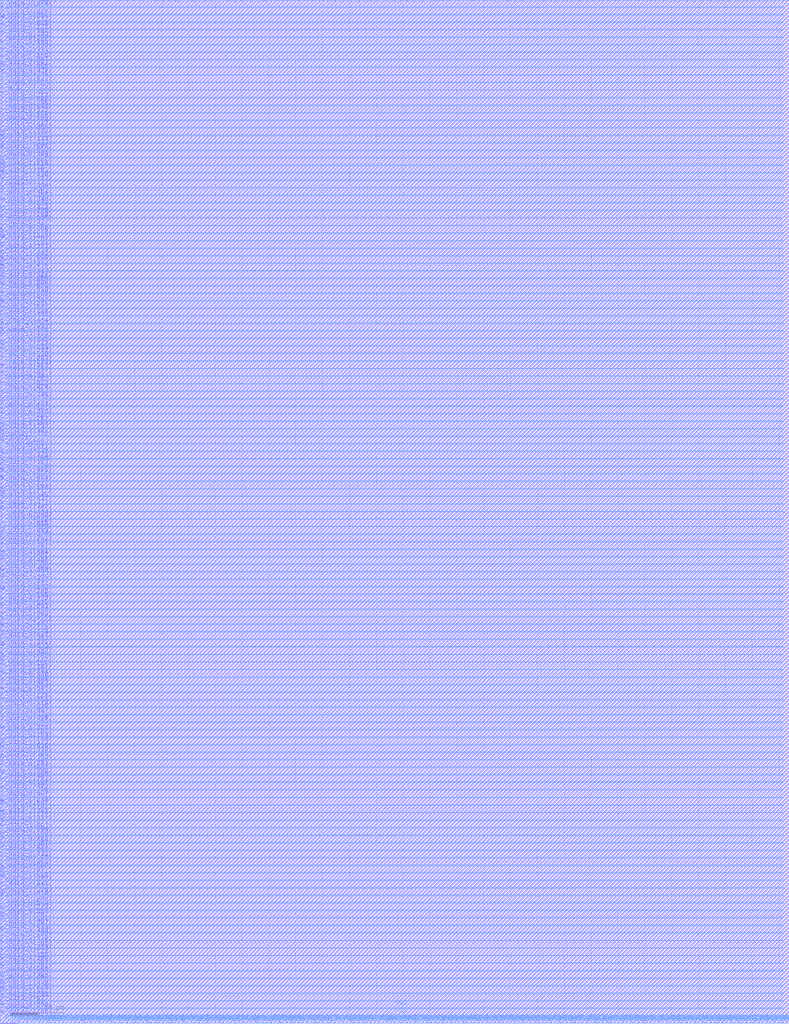
<source format=lef>
VERSION 5.8 ;
BUSBITCHARS "[]" ;
DIVIDERCHAR "/" ;
UNITS
    DATABASE MICRONS 2000 ;
END UNITS

MACRO bsg_mem_p540
  FOREIGN bsg_mem_p540 0 0 ;
  CLASS BLOCK ;
  SIZE 146.865 BY 190.32 ;
  PIN VSS
    USE GROUND ;
    DIRECTION INOUT ;
    PORT
      LAYER metal4 ;
        RECT  1.14 188.915 145.73 189.085 ;
        RECT  1.14 186.115 145.73 186.285 ;
        RECT  1.14 183.315 145.73 183.485 ;
        RECT  1.14 180.515 145.73 180.685 ;
        RECT  1.14 177.715 145.73 177.885 ;
        RECT  1.14 174.915 145.73 175.085 ;
        RECT  1.14 172.115 145.73 172.285 ;
        RECT  1.14 169.315 145.73 169.485 ;
        RECT  1.14 166.515 145.73 166.685 ;
        RECT  1.14 163.715 145.73 163.885 ;
        RECT  1.14 160.915 145.73 161.085 ;
        RECT  1.14 158.115 145.73 158.285 ;
        RECT  1.14 155.315 145.73 155.485 ;
        RECT  1.14 152.515 145.73 152.685 ;
        RECT  1.14 149.715 145.73 149.885 ;
        RECT  1.14 146.915 145.73 147.085 ;
        RECT  1.14 144.115 145.73 144.285 ;
        RECT  1.14 141.315 145.73 141.485 ;
        RECT  1.14 138.515 145.73 138.685 ;
        RECT  1.14 135.715 145.73 135.885 ;
        RECT  1.14 132.915 145.73 133.085 ;
        RECT  1.14 130.115 145.73 130.285 ;
        RECT  1.14 127.315 145.73 127.485 ;
        RECT  1.14 124.515 145.73 124.685 ;
        RECT  1.14 121.715 145.73 121.885 ;
        RECT  1.14 118.915 145.73 119.085 ;
        RECT  1.14 116.115 145.73 116.285 ;
        RECT  1.14 113.315 145.73 113.485 ;
        RECT  1.14 110.515 145.73 110.685 ;
        RECT  1.14 107.715 145.73 107.885 ;
        RECT  1.14 104.915 145.73 105.085 ;
        RECT  1.14 102.115 145.73 102.285 ;
        RECT  1.14 99.315 145.73 99.485 ;
        RECT  1.14 96.515 145.73 96.685 ;
        RECT  1.14 93.715 145.73 93.885 ;
        RECT  1.14 90.915 145.73 91.085 ;
        RECT  1.14 88.115 145.73 88.285 ;
        RECT  1.14 85.315 145.73 85.485 ;
        RECT  1.14 82.515 145.73 82.685 ;
        RECT  1.14 79.715 145.73 79.885 ;
        RECT  1.14 76.915 145.73 77.085 ;
        RECT  1.14 74.115 145.73 74.285 ;
        RECT  1.14 71.315 145.73 71.485 ;
        RECT  1.14 68.515 145.73 68.685 ;
        RECT  1.14 65.715 145.73 65.885 ;
        RECT  1.14 62.915 145.73 63.085 ;
        RECT  1.14 60.115 145.73 60.285 ;
        RECT  1.14 57.315 145.73 57.485 ;
        RECT  1.14 54.515 145.73 54.685 ;
        RECT  1.14 51.715 145.73 51.885 ;
        RECT  1.14 48.915 145.73 49.085 ;
        RECT  1.14 46.115 145.73 46.285 ;
        RECT  1.14 43.315 145.73 43.485 ;
        RECT  1.14 40.515 145.73 40.685 ;
        RECT  1.14 37.715 145.73 37.885 ;
        RECT  1.14 34.915 145.73 35.085 ;
        RECT  1.14 32.115 145.73 32.285 ;
        RECT  1.14 29.315 145.73 29.485 ;
        RECT  1.14 26.515 145.73 26.685 ;
        RECT  1.14 23.715 145.73 23.885 ;
        RECT  1.14 20.915 145.73 21.085 ;
        RECT  1.14 18.115 145.73 18.285 ;
        RECT  1.14 15.315 145.73 15.485 ;
        RECT  1.14 12.515 145.73 12.685 ;
        RECT  1.14 9.715 145.73 9.885 ;
        RECT  1.14 6.915 145.73 7.085 ;
        RECT  1.14 4.115 145.73 4.285 ;
        RECT  1.14 1.315 145.73 1.485 ;
    END
  END VSS
  PIN VDD
    USE POWER ;
    DIRECTION INOUT ;
    PORT
      LAYER metal4 ;
        RECT  1.14 187.515 145.73 187.685 ;
        RECT  1.14 184.715 145.73 184.885 ;
        RECT  1.14 181.915 145.73 182.085 ;
        RECT  1.14 179.115 145.73 179.285 ;
        RECT  1.14 176.315 145.73 176.485 ;
        RECT  1.14 173.515 145.73 173.685 ;
        RECT  1.14 170.715 145.73 170.885 ;
        RECT  1.14 167.915 145.73 168.085 ;
        RECT  1.14 165.115 145.73 165.285 ;
        RECT  1.14 162.315 145.73 162.485 ;
        RECT  1.14 159.515 145.73 159.685 ;
        RECT  1.14 156.715 145.73 156.885 ;
        RECT  1.14 153.915 145.73 154.085 ;
        RECT  1.14 151.115 145.73 151.285 ;
        RECT  1.14 148.315 145.73 148.485 ;
        RECT  1.14 145.515 145.73 145.685 ;
        RECT  1.14 142.715 145.73 142.885 ;
        RECT  1.14 139.915 145.73 140.085 ;
        RECT  1.14 137.115 145.73 137.285 ;
        RECT  1.14 134.315 145.73 134.485 ;
        RECT  1.14 131.515 145.73 131.685 ;
        RECT  1.14 128.715 145.73 128.885 ;
        RECT  1.14 125.915 145.73 126.085 ;
        RECT  1.14 123.115 145.73 123.285 ;
        RECT  1.14 120.315 145.73 120.485 ;
        RECT  1.14 117.515 145.73 117.685 ;
        RECT  1.14 114.715 145.73 114.885 ;
        RECT  1.14 111.915 145.73 112.085 ;
        RECT  1.14 109.115 145.73 109.285 ;
        RECT  1.14 106.315 145.73 106.485 ;
        RECT  1.14 103.515 145.73 103.685 ;
        RECT  1.14 100.715 145.73 100.885 ;
        RECT  1.14 97.915 145.73 98.085 ;
        RECT  1.14 95.115 145.73 95.285 ;
        RECT  1.14 92.315 145.73 92.485 ;
        RECT  1.14 89.515 145.73 89.685 ;
        RECT  1.14 86.715 145.73 86.885 ;
        RECT  1.14 83.915 145.73 84.085 ;
        RECT  1.14 81.115 145.73 81.285 ;
        RECT  1.14 78.315 145.73 78.485 ;
        RECT  1.14 75.515 145.73 75.685 ;
        RECT  1.14 72.715 145.73 72.885 ;
        RECT  1.14 69.915 145.73 70.085 ;
        RECT  1.14 67.115 145.73 67.285 ;
        RECT  1.14 64.315 145.73 64.485 ;
        RECT  1.14 61.515 145.73 61.685 ;
        RECT  1.14 58.715 145.73 58.885 ;
        RECT  1.14 55.915 145.73 56.085 ;
        RECT  1.14 53.115 145.73 53.285 ;
        RECT  1.14 50.315 145.73 50.485 ;
        RECT  1.14 47.515 145.73 47.685 ;
        RECT  1.14 44.715 145.73 44.885 ;
        RECT  1.14 41.915 145.73 42.085 ;
        RECT  1.14 39.115 145.73 39.285 ;
        RECT  1.14 36.315 145.73 36.485 ;
        RECT  1.14 33.515 145.73 33.685 ;
        RECT  1.14 30.715 145.73 30.885 ;
        RECT  1.14 27.915 145.73 28.085 ;
        RECT  1.14 25.115 145.73 25.285 ;
        RECT  1.14 22.315 145.73 22.485 ;
        RECT  1.14 19.515 145.73 19.685 ;
        RECT  1.14 16.715 145.73 16.885 ;
        RECT  1.14 13.915 145.73 14.085 ;
        RECT  1.14 11.115 145.73 11.285 ;
        RECT  1.14 8.315 145.73 8.485 ;
        RECT  1.14 5.515 145.73 5.685 ;
        RECT  1.14 2.715 145.73 2.885 ;
    END
  END VDD
  PIN r_addr_i
    DIRECTION INPUT ;
    USE SIGNAL ;
    PORT
      LAYER metal4 ;
        RECT  54.345 0 54.485 0.14 ;
    END
  END r_addr_i
  PIN r_data_o[0]
    DIRECTION OUTPUT ;
    USE SIGNAL ;
    PORT
      LAYER metal4 ;
        RECT  24.665 190.18 24.805 190.32 ;
    END
  END r_data_o[0]
  PIN r_data_o[100]
    DIRECTION OUTPUT ;
    USE SIGNAL ;
    PORT
      LAYER metal3 ;
        RECT  146.795 28.035 146.865 28.105 ;
    END
  END r_data_o[100]
  PIN r_data_o[101]
    DIRECTION OUTPUT ;
    USE SIGNAL ;
    PORT
      LAYER metal4 ;
        RECT  10.105 0 10.245 0.14 ;
    END
  END r_data_o[101]
  PIN r_data_o[102]
    DIRECTION OUTPUT ;
    USE SIGNAL ;
    PORT
      LAYER metal3 ;
        RECT  0 39.235 0.07 39.305 ;
    END
  END r_data_o[102]
  PIN r_data_o[103]
    DIRECTION OUTPUT ;
    USE SIGNAL ;
    PORT
      LAYER metal3 ;
        RECT  146.795 3.115 146.865 3.185 ;
    END
  END r_data_o[103]
  PIN r_data_o[104]
    DIRECTION OUTPUT ;
    USE SIGNAL ;
    PORT
      LAYER metal3 ;
        RECT  146.795 145.075 146.865 145.145 ;
    END
  END r_data_o[104]
  PIN r_data_o[105]
    DIRECTION OUTPUT ;
    USE SIGNAL ;
    PORT
      LAYER metal3 ;
        RECT  0 117.635 0.07 117.705 ;
    END
  END r_data_o[105]
  PIN r_data_o[106]
    DIRECTION OUTPUT ;
    USE SIGNAL ;
    PORT
      LAYER metal3 ;
        RECT  146.795 136.955 146.865 137.025 ;
    END
  END r_data_o[106]
  PIN r_data_o[107]
    DIRECTION OUTPUT ;
    USE SIGNAL ;
    PORT
      LAYER metal4 ;
        RECT  34.185 0 34.325 0.14 ;
    END
  END r_data_o[107]
  PIN r_data_o[108]
    DIRECTION OUTPUT ;
    USE SIGNAL ;
    PORT
      LAYER metal3 ;
        RECT  0 182.875 0.07 182.945 ;
    END
  END r_data_o[108]
  PIN r_data_o[109]
    DIRECTION OUTPUT ;
    USE SIGNAL ;
    PORT
      LAYER metal3 ;
        RECT  146.795 115.395 146.865 115.465 ;
    END
  END r_data_o[109]
  PIN r_data_o[10]
    DIRECTION OUTPUT ;
    USE SIGNAL ;
    PORT
      LAYER metal3 ;
        RECT  0 49.315 0.07 49.385 ;
    END
  END r_data_o[10]
  PIN r_data_o[110]
    DIRECTION OUTPUT ;
    USE SIGNAL ;
    PORT
      LAYER metal4 ;
        RECT  86.265 0 86.405 0.14 ;
    END
  END r_data_o[110]
  PIN r_data_o[111]
    DIRECTION OUTPUT ;
    USE SIGNAL ;
    PORT
      LAYER metal3 ;
        RECT  0 168.875 0.07 168.945 ;
    END
  END r_data_o[111]
  PIN r_data_o[112]
    DIRECTION OUTPUT ;
    USE SIGNAL ;
    PORT
      LAYER metal3 ;
        RECT  146.795 180.915 146.865 180.985 ;
    END
  END r_data_o[112]
  PIN r_data_o[113]
    DIRECTION OUTPUT ;
    USE SIGNAL ;
    PORT
      LAYER metal4 ;
        RECT  114.825 0 114.965 0.14 ;
    END
  END r_data_o[113]
  PIN r_data_o[114]
    DIRECTION OUTPUT ;
    USE SIGNAL ;
    PORT
      LAYER metal4 ;
        RECT  80.105 0 80.245 0.14 ;
    END
  END r_data_o[114]
  PIN r_data_o[115]
    DIRECTION OUTPUT ;
    USE SIGNAL ;
    PORT
      LAYER metal3 ;
        RECT  146.795 112.315 146.865 112.385 ;
    END
  END r_data_o[115]
  PIN r_data_o[116]
    DIRECTION OUTPUT ;
    USE SIGNAL ;
    PORT
      LAYER metal3 ;
        RECT  0 12.355 0.07 12.425 ;
    END
  END r_data_o[116]
  PIN r_data_o[117]
    DIRECTION OUTPUT ;
    USE SIGNAL ;
    PORT
      LAYER metal4 ;
        RECT  70.585 190.18 70.725 190.32 ;
    END
  END r_data_o[117]
  PIN r_data_o[118]
    DIRECTION OUTPUT ;
    USE SIGNAL ;
    PORT
      LAYER metal3 ;
        RECT  0 72.555 0.07 72.625 ;
    END
  END r_data_o[118]
  PIN r_data_o[119]
    DIRECTION OUTPUT ;
    USE SIGNAL ;
    PORT
      LAYER metal3 ;
        RECT  0 155.715 0.07 155.785 ;
    END
  END r_data_o[119]
  PIN r_data_o[11]
    DIRECTION OUTPUT ;
    USE SIGNAL ;
    PORT
      LAYER metal3 ;
        RECT  146.795 131.635 146.865 131.705 ;
    END
  END r_data_o[11]
  PIN r_data_o[120]
    DIRECTION OUTPUT ;
    USE SIGNAL ;
    PORT
      LAYER metal3 ;
        RECT  146.795 102.795 146.865 102.865 ;
    END
  END r_data_o[120]
  PIN r_data_o[121]
    DIRECTION OUTPUT ;
    USE SIGNAL ;
    PORT
      LAYER metal3 ;
        RECT  146.795 56.035 146.865 56.105 ;
    END
  END r_data_o[121]
  PIN r_data_o[122]
    DIRECTION OUTPUT ;
    USE SIGNAL ;
    PORT
      LAYER metal4 ;
        RECT  95.785 0 95.925 0.14 ;
    END
  END r_data_o[122]
  PIN r_data_o[123]
    DIRECTION OUTPUT ;
    USE SIGNAL ;
    PORT
      LAYER metal4 ;
        RECT  43.705 190.18 43.845 190.32 ;
    END
  END r_data_o[123]
  PIN r_data_o[124]
    DIRECTION OUTPUT ;
    USE SIGNAL ;
    PORT
      LAYER metal3 ;
        RECT  0 52.395 0.07 52.465 ;
    END
  END r_data_o[124]
  PIN r_data_o[125]
    DIRECTION OUTPUT ;
    USE SIGNAL ;
    PORT
      LAYER metal4 ;
        RECT  67.785 190.18 67.925 190.32 ;
    END
  END r_data_o[125]
  PIN r_data_o[126]
    DIRECTION OUTPUT ;
    USE SIGNAL ;
    PORT
      LAYER metal3 ;
        RECT  0 122.115 0.07 122.185 ;
    END
  END r_data_o[126]
  PIN r_data_o[127]
    DIRECTION OUTPUT ;
    USE SIGNAL ;
    PORT
      LAYER metal4 ;
        RECT  7.865 0 8.005 0.14 ;
    END
  END r_data_o[127]
  PIN r_data_o[128]
    DIRECTION OUTPUT ;
    USE SIGNAL ;
    PORT
      LAYER metal4 ;
        RECT  3.945 0 4.085 0.14 ;
    END
  END r_data_o[128]
  PIN r_data_o[129]
    DIRECTION OUTPUT ;
    USE SIGNAL ;
    PORT
      LAYER metal4 ;
        RECT  66.105 190.18 66.245 190.32 ;
    END
  END r_data_o[129]
  PIN r_data_o[12]
    DIRECTION OUTPUT ;
    USE SIGNAL ;
    PORT
      LAYER metal3 ;
        RECT  0 110.915 0.07 110.985 ;
    END
  END r_data_o[12]
  PIN r_data_o[130]
    DIRECTION OUTPUT ;
    USE SIGNAL ;
    PORT
      LAYER metal3 ;
        RECT  0 35.035 0.07 35.105 ;
    END
  END r_data_o[130]
  PIN r_data_o[131]
    DIRECTION OUTPUT ;
    USE SIGNAL ;
    PORT
      LAYER metal4 ;
        RECT  125.465 190.18 125.605 190.32 ;
    END
  END r_data_o[131]
  PIN r_data_o[132]
    DIRECTION OUTPUT ;
    USE SIGNAL ;
    PORT
      LAYER metal4 ;
        RECT  10.105 190.18 10.245 190.32 ;
    END
  END r_data_o[132]
  PIN r_data_o[133]
    DIRECTION OUTPUT ;
    USE SIGNAL ;
    PORT
      LAYER metal4 ;
        RECT  56.585 190.18 56.725 190.32 ;
    END
  END r_data_o[133]
  PIN r_data_o[134]
    DIRECTION OUTPUT ;
    USE SIGNAL ;
    PORT
      LAYER metal4 ;
        RECT  77.305 190.18 77.445 190.32 ;
    END
  END r_data_o[134]
  PIN r_data_o[135]
    DIRECTION OUTPUT ;
    USE SIGNAL ;
    PORT
      LAYER metal3 ;
        RECT  146.795 150.395 146.865 150.465 ;
    END
  END r_data_o[135]
  PIN r_data_o[136]
    DIRECTION OUTPUT ;
    USE SIGNAL ;
    PORT
      LAYER metal3 ;
        RECT  0 59.955 0.07 60.025 ;
    END
  END r_data_o[136]
  PIN r_data_o[137]
    DIRECTION OUTPUT ;
    USE SIGNAL ;
    PORT
      LAYER metal3 ;
        RECT  146.795 1.715 146.865 1.785 ;
    END
  END r_data_o[137]
  PIN r_data_o[138]
    DIRECTION OUTPUT ;
    USE SIGNAL ;
    PORT
      LAYER metal3 ;
        RECT  146.795 27.755 146.865 27.825 ;
    END
  END r_data_o[138]
  PIN r_data_o[139]
    DIRECTION OUTPUT ;
    USE SIGNAL ;
    PORT
      LAYER metal3 ;
        RECT  0 90.195 0.07 90.265 ;
    END
  END r_data_o[139]
  PIN r_data_o[13]
    DIRECTION OUTPUT ;
    USE SIGNAL ;
    PORT
      LAYER metal3 ;
        RECT  0 64.715 0.07 64.785 ;
    END
  END r_data_o[13]
  PIN r_data_o[140]
    DIRECTION OUTPUT ;
    USE SIGNAL ;
    PORT
      LAYER metal3 ;
        RECT  0 173.635 0.07 173.705 ;
    END
  END r_data_o[140]
  PIN r_data_o[141]
    DIRECTION OUTPUT ;
    USE SIGNAL ;
    PORT
      LAYER metal3 ;
        RECT  0 126.315 0.07 126.385 ;
    END
  END r_data_o[141]
  PIN r_data_o[142]
    DIRECTION OUTPUT ;
    USE SIGNAL ;
    PORT
      LAYER metal4 ;
        RECT  101.385 0 101.525 0.14 ;
    END
  END r_data_o[142]
  PIN r_data_o[143]
    DIRECTION OUTPUT ;
    USE SIGNAL ;
    PORT
      LAYER metal4 ;
        RECT  54.345 190.18 54.485 190.32 ;
    END
  END r_data_o[143]
  PIN r_data_o[144]
    DIRECTION OUTPUT ;
    USE SIGNAL ;
    PORT
      LAYER metal3 ;
        RECT  146.795 31.955 146.865 32.025 ;
    END
  END r_data_o[144]
  PIN r_data_o[145]
    DIRECTION OUTPUT ;
    USE SIGNAL ;
    PORT
      LAYER metal4 ;
        RECT  12.905 190.18 13.045 190.32 ;
    END
  END r_data_o[145]
  PIN r_data_o[146]
    DIRECTION OUTPUT ;
    USE SIGNAL ;
    PORT
      LAYER metal3 ;
        RECT  146.795 141.715 146.865 141.785 ;
    END
  END r_data_o[146]
  PIN r_data_o[147]
    DIRECTION OUTPUT ;
    USE SIGNAL ;
    PORT
      LAYER metal3 ;
        RECT  146.795 75.355 146.865 75.425 ;
    END
  END r_data_o[147]
  PIN r_data_o[148]
    DIRECTION OUTPUT ;
    USE SIGNAL ;
    PORT
      LAYER metal3 ;
        RECT  146.795 87.955 146.865 88.025 ;
    END
  END r_data_o[148]
  PIN r_data_o[149]
    DIRECTION OUTPUT ;
    USE SIGNAL ;
    PORT
      LAYER metal3 ;
        RECT  0 21.315 0.07 21.385 ;
    END
  END r_data_o[149]
  PIN r_data_o[14]
    DIRECTION OUTPUT ;
    USE SIGNAL ;
    PORT
      LAYER metal3 ;
        RECT  146.795 136.395 146.865 136.465 ;
    END
  END r_data_o[14]
  PIN r_data_o[150]
    DIRECTION OUTPUT ;
    USE SIGNAL ;
    PORT
      LAYER metal3 ;
        RECT  0 181.475 0.07 181.545 ;
    END
  END r_data_o[150]
  PIN r_data_o[151]
    DIRECTION OUTPUT ;
    USE SIGNAL ;
    PORT
      LAYER metal3 ;
        RECT  0 167.475 0.07 167.545 ;
    END
  END r_data_o[151]
  PIN r_data_o[152]
    DIRECTION OUTPUT ;
    USE SIGNAL ;
    PORT
      LAYER metal4 ;
        RECT  49.305 0 49.445 0.14 ;
    END
  END r_data_o[152]
  PIN r_data_o[153]
    DIRECTION OUTPUT ;
    USE SIGNAL ;
    PORT
      LAYER metal3 ;
        RECT  0 43.995 0.07 44.065 ;
    END
  END r_data_o[153]
  PIN r_data_o[154]
    DIRECTION OUTPUT ;
    USE SIGNAL ;
    PORT
      LAYER metal3 ;
        RECT  0 172.795 0.07 172.865 ;
    END
  END r_data_o[154]
  PIN r_data_o[155]
    DIRECTION OUTPUT ;
    USE SIGNAL ;
    PORT
      LAYER metal3 ;
        RECT  0 128.835 0.07 128.905 ;
    END
  END r_data_o[155]
  PIN r_data_o[156]
    DIRECTION OUTPUT ;
    USE SIGNAL ;
    PORT
      LAYER metal3 ;
        RECT  146.795 86.275 146.865 86.345 ;
    END
  END r_data_o[156]
  PIN r_data_o[157]
    DIRECTION OUTPUT ;
    USE SIGNAL ;
    PORT
      LAYER metal4 ;
        RECT  25.225 190.18 25.365 190.32 ;
    END
  END r_data_o[157]
  PIN r_data_o[158]
    DIRECTION OUTPUT ;
    USE SIGNAL ;
    PORT
      LAYER metal4 ;
        RECT  101.385 190.18 101.525 190.32 ;
    END
  END r_data_o[158]
  PIN r_data_o[159]
    DIRECTION OUTPUT ;
    USE SIGNAL ;
    PORT
      LAYER metal3 ;
        RECT  146.795 73.395 146.865 73.465 ;
    END
  END r_data_o[159]
  PIN r_data_o[15]
    DIRECTION OUTPUT ;
    USE SIGNAL ;
    PORT
      LAYER metal4 ;
        RECT  47.625 0 47.765 0.14 ;
    END
  END r_data_o[15]
  PIN r_data_o[160]
    DIRECTION OUTPUT ;
    USE SIGNAL ;
    PORT
      LAYER metal4 ;
        RECT  31.385 190.18 31.525 190.32 ;
    END
  END r_data_o[160]
  PIN r_data_o[161]
    DIRECTION OUTPUT ;
    USE SIGNAL ;
    PORT
      LAYER metal4 ;
        RECT  105.305 190.18 105.445 190.32 ;
    END
  END r_data_o[161]
  PIN r_data_o[162]
    DIRECTION OUTPUT ;
    USE SIGNAL ;
    PORT
      LAYER metal3 ;
        RECT  0 43.715 0.07 43.785 ;
    END
  END r_data_o[162]
  PIN r_data_o[163]
    DIRECTION OUTPUT ;
    USE SIGNAL ;
    PORT
      LAYER metal3 ;
        RECT  0 53.235 0.07 53.305 ;
    END
  END r_data_o[163]
  PIN r_data_o[164]
    DIRECTION OUTPUT ;
    USE SIGNAL ;
    PORT
      LAYER metal3 ;
        RECT  0 160.755 0.07 160.825 ;
    END
  END r_data_o[164]
  PIN r_data_o[165]
    DIRECTION OUTPUT ;
    USE SIGNAL ;
    PORT
      LAYER metal4 ;
        RECT  47.625 190.18 47.765 190.32 ;
    END
  END r_data_o[165]
  PIN r_data_o[166]
    DIRECTION OUTPUT ;
    USE SIGNAL ;
    PORT
      LAYER metal3 ;
        RECT  146.795 7.875 146.865 7.945 ;
    END
  END r_data_o[166]
  PIN r_data_o[167]
    DIRECTION OUTPUT ;
    USE SIGNAL ;
    PORT
      LAYER metal3 ;
        RECT  0 66.115 0.07 66.185 ;
    END
  END r_data_o[167]
  PIN r_data_o[168]
    DIRECTION OUTPUT ;
    USE SIGNAL ;
    PORT
      LAYER metal3 ;
        RECT  0 52.675 0.07 52.745 ;
    END
  END r_data_o[168]
  PIN r_data_o[169]
    DIRECTION OUTPUT ;
    USE SIGNAL ;
    PORT
      LAYER metal4 ;
        RECT  51.545 0 51.685 0.14 ;
    END
  END r_data_o[169]
  PIN r_data_o[16]
    DIRECTION OUTPUT ;
    USE SIGNAL ;
    PORT
      LAYER metal3 ;
        RECT  146.795 180.355 146.865 180.425 ;
    END
  END r_data_o[16]
  PIN r_data_o[170]
    DIRECTION OUTPUT ;
    USE SIGNAL ;
    PORT
      LAYER metal3 ;
        RECT  146.795 103.355 146.865 103.425 ;
    END
  END r_data_o[170]
  PIN r_data_o[171]
    DIRECTION OUTPUT ;
    USE SIGNAL ;
    PORT
      LAYER metal3 ;
        RECT  0 185.675 0.07 185.745 ;
    END
  END r_data_o[171]
  PIN r_data_o[172]
    DIRECTION OUTPUT ;
    USE SIGNAL ;
    PORT
      LAYER metal3 ;
        RECT  146.795 161.595 146.865 161.665 ;
    END
  END r_data_o[172]
  PIN r_data_o[173]
    DIRECTION OUTPUT ;
    USE SIGNAL ;
    PORT
      LAYER metal3 ;
        RECT  146.795 173.915 146.865 173.985 ;
    END
  END r_data_o[173]
  PIN r_data_o[174]
    DIRECTION OUTPUT ;
    USE SIGNAL ;
    PORT
      LAYER metal3 ;
        RECT  146.795 134.995 146.865 135.065 ;
    END
  END r_data_o[174]
  PIN r_data_o[175]
    DIRECTION OUTPUT ;
    USE SIGNAL ;
    PORT
      LAYER metal3 ;
        RECT  0 78.715 0.07 78.785 ;
    END
  END r_data_o[175]
  PIN r_data_o[176]
    DIRECTION OUTPUT ;
    USE SIGNAL ;
    PORT
      LAYER metal4 ;
        RECT  51.545 190.18 51.685 190.32 ;
    END
  END r_data_o[176]
  PIN r_data_o[177]
    DIRECTION OUTPUT ;
    USE SIGNAL ;
    PORT
      LAYER metal3 ;
        RECT  0 75.915 0.07 75.985 ;
    END
  END r_data_o[177]
  PIN r_data_o[178]
    DIRECTION OUTPUT ;
    USE SIGNAL ;
    PORT
      LAYER metal3 ;
        RECT  146.795 139.475 146.865 139.545 ;
    END
  END r_data_o[178]
  PIN r_data_o[179]
    DIRECTION OUTPUT ;
    USE SIGNAL ;
    PORT
      LAYER metal4 ;
        RECT  97.465 190.18 97.605 190.32 ;
    END
  END r_data_o[179]
  PIN r_data_o[17]
    DIRECTION OUTPUT ;
    USE SIGNAL ;
    PORT
      LAYER metal3 ;
        RECT  0 80.675 0.07 80.745 ;
    END
  END r_data_o[17]
  PIN r_data_o[180]
    DIRECTION OUTPUT ;
    USE SIGNAL ;
    PORT
      LAYER metal3 ;
        RECT  146.795 182.595 146.865 182.665 ;
    END
  END r_data_o[180]
  PIN r_data_o[181]
    DIRECTION OUTPUT ;
    USE SIGNAL ;
    PORT
      LAYER metal3 ;
        RECT  146.795 87.395 146.865 87.465 ;
    END
  END r_data_o[181]
  PIN r_data_o[182]
    DIRECTION OUTPUT ;
    USE SIGNAL ;
    PORT
      LAYER metal3 ;
        RECT  0 118.755 0.07 118.825 ;
    END
  END r_data_o[182]
  PIN r_data_o[183]
    DIRECTION OUTPUT ;
    USE SIGNAL ;
    PORT
      LAYER metal4 ;
        RECT  52.105 0 52.245 0.14 ;
    END
  END r_data_o[183]
  PIN r_data_o[184]
    DIRECTION OUTPUT ;
    USE SIGNAL ;
    PORT
      LAYER metal3 ;
        RECT  0 153.475 0.07 153.545 ;
    END
  END r_data_o[184]
  PIN r_data_o[185]
    DIRECTION OUTPUT ;
    USE SIGNAL ;
    PORT
      LAYER metal4 ;
        RECT  85.145 190.18 85.285 190.32 ;
    END
  END r_data_o[185]
  PIN r_data_o[186]
    DIRECTION OUTPUT ;
    USE SIGNAL ;
    PORT
      LAYER metal3 ;
        RECT  146.795 119.035 146.865 119.105 ;
    END
  END r_data_o[186]
  PIN r_data_o[187]
    DIRECTION OUTPUT ;
    USE SIGNAL ;
    PORT
      LAYER metal3 ;
        RECT  0 45.115 0.07 45.185 ;
    END
  END r_data_o[187]
  PIN r_data_o[188]
    DIRECTION OUTPUT ;
    USE SIGNAL ;
    PORT
      LAYER metal3 ;
        RECT  0 151.515 0.07 151.585 ;
    END
  END r_data_o[188]
  PIN r_data_o[189]
    DIRECTION OUTPUT ;
    USE SIGNAL ;
    PORT
      LAYER metal3 ;
        RECT  146.795 66.115 146.865 66.185 ;
    END
  END r_data_o[189]
  PIN r_data_o[18]
    DIRECTION OUTPUT ;
    USE SIGNAL ;
    PORT
      LAYER metal3 ;
        RECT  146.795 62.195 146.865 62.265 ;
    END
  END r_data_o[18]
  PIN r_data_o[190]
    DIRECTION OUTPUT ;
    USE SIGNAL ;
    PORT
      LAYER metal4 ;
        RECT  27.465 0 27.605 0.14 ;
    END
  END r_data_o[190]
  PIN r_data_o[191]
    DIRECTION OUTPUT ;
    USE SIGNAL ;
    PORT
      LAYER metal3 ;
        RECT  146.795 156.835 146.865 156.905 ;
    END
  END r_data_o[191]
  PIN r_data_o[192]
    DIRECTION OUTPUT ;
    USE SIGNAL ;
    PORT
      LAYER metal4 ;
        RECT  62.185 0 62.325 0.14 ;
    END
  END r_data_o[192]
  PIN r_data_o[193]
    DIRECTION OUTPUT ;
    USE SIGNAL ;
    PORT
      LAYER metal3 ;
        RECT  146.795 149.835 146.865 149.905 ;
    END
  END r_data_o[193]
  PIN r_data_o[194]
    DIRECTION OUTPUT ;
    USE SIGNAL ;
    PORT
      LAYER metal3 ;
        RECT  0 98.875 0.07 98.945 ;
    END
  END r_data_o[194]
  PIN r_data_o[195]
    DIRECTION OUTPUT ;
    USE SIGNAL ;
    PORT
      LAYER metal4 ;
        RECT  40.905 0 41.045 0.14 ;
    END
  END r_data_o[195]
  PIN r_data_o[196]
    DIRECTION OUTPUT ;
    USE SIGNAL ;
    PORT
      LAYER metal4 ;
        RECT  92.985 0 93.125 0.14 ;
    END
  END r_data_o[196]
  PIN r_data_o[197]
    DIRECTION OUTPUT ;
    USE SIGNAL ;
    PORT
      LAYER metal3 ;
        RECT  0 131.355 0.07 131.425 ;
    END
  END r_data_o[197]
  PIN r_data_o[198]
    DIRECTION OUTPUT ;
    USE SIGNAL ;
    PORT
      LAYER metal3 ;
        RECT  0 104.195 0.07 104.265 ;
    END
  END r_data_o[198]
  PIN r_data_o[199]
    DIRECTION OUTPUT ;
    USE SIGNAL ;
    PORT
      LAYER metal4 ;
        RECT  133.305 190.18 133.445 190.32 ;
    END
  END r_data_o[199]
  PIN r_data_o[19]
    DIRECTION OUTPUT ;
    USE SIGNAL ;
    PORT
      LAYER metal4 ;
        RECT  30.265 0 30.405 0.14 ;
    END
  END r_data_o[19]
  PIN r_data_o[1]
    DIRECTION OUTPUT ;
    USE SIGNAL ;
    PORT
      LAYER metal3 ;
        RECT  146.795 46.515 146.865 46.585 ;
    END
  END r_data_o[1]
  PIN r_data_o[200]
    DIRECTION OUTPUT ;
    USE SIGNAL ;
    PORT
      LAYER metal3 ;
        RECT  146.795 114.835 146.865 114.905 ;
    END
  END r_data_o[200]
  PIN r_data_o[201]
    DIRECTION OUTPUT ;
    USE SIGNAL ;
    PORT
      LAYER metal4 ;
        RECT  23.545 190.18 23.685 190.32 ;
    END
  END r_data_o[201]
  PIN r_data_o[202]
    DIRECTION OUTPUT ;
    USE SIGNAL ;
    PORT
      LAYER metal4 ;
        RECT  100.265 0 100.405 0.14 ;
    END
  END r_data_o[202]
  PIN r_data_o[203]
    DIRECTION OUTPUT ;
    USE SIGNAL ;
    PORT
      LAYER metal3 ;
        RECT  0 53.795 0.07 53.865 ;
    END
  END r_data_o[203]
  PIN r_data_o[204]
    DIRECTION OUTPUT ;
    USE SIGNAL ;
    PORT
      LAYER metal3 ;
        RECT  146.795 65.555 146.865 65.625 ;
    END
  END r_data_o[204]
  PIN r_data_o[205]
    DIRECTION OUTPUT ;
    USE SIGNAL ;
    PORT
      LAYER metal3 ;
        RECT  0 148.715 0.07 148.785 ;
    END
  END r_data_o[205]
  PIN r_data_o[206]
    DIRECTION OUTPUT ;
    USE SIGNAL ;
    PORT
      LAYER metal3 ;
        RECT  0 84.035 0.07 84.105 ;
    END
  END r_data_o[206]
  PIN r_data_o[207]
    DIRECTION OUTPUT ;
    USE SIGNAL ;
    PORT
      LAYER metal4 ;
        RECT  145.065 190.18 145.205 190.32 ;
    END
  END r_data_o[207]
  PIN r_data_o[208]
    DIRECTION OUTPUT ;
    USE SIGNAL ;
    PORT
      LAYER metal3 ;
        RECT  146.795 77.595 146.865 77.665 ;
    END
  END r_data_o[208]
  PIN r_data_o[209]
    DIRECTION OUTPUT ;
    USE SIGNAL ;
    PORT
      LAYER metal3 ;
        RECT  146.795 150.955 146.865 151.025 ;
    END
  END r_data_o[209]
  PIN r_data_o[20]
    DIRECTION OUTPUT ;
    USE SIGNAL ;
    PORT
      LAYER metal3 ;
        RECT  146.795 143.675 146.865 143.745 ;
    END
  END r_data_o[20]
  PIN r_data_o[210]
    DIRECTION OUTPUT ;
    USE SIGNAL ;
    PORT
      LAYER metal4 ;
        RECT  138.345 190.18 138.485 190.32 ;
    END
  END r_data_o[210]
  PIN r_data_o[211]
    DIRECTION OUTPUT ;
    USE SIGNAL ;
    PORT
      LAYER metal4 ;
        RECT  141.705 0 141.845 0.14 ;
    END
  END r_data_o[211]
  PIN r_data_o[212]
    DIRECTION OUTPUT ;
    USE SIGNAL ;
    PORT
      LAYER metal3 ;
        RECT  0 171.675 0.07 171.745 ;
    END
  END r_data_o[212]
  PIN r_data_o[213]
    DIRECTION OUTPUT ;
    USE SIGNAL ;
    PORT
      LAYER metal3 ;
        RECT  0 56.035 0.07 56.105 ;
    END
  END r_data_o[213]
  PIN r_data_o[214]
    DIRECTION OUTPUT ;
    USE SIGNAL ;
    PORT
      LAYER metal3 ;
        RECT  146.795 98.035 146.865 98.105 ;
    END
  END r_data_o[214]
  PIN r_data_o[215]
    DIRECTION OUTPUT ;
    USE SIGNAL ;
    PORT
      LAYER metal3 ;
        RECT  0 124.915 0.07 124.985 ;
    END
  END r_data_o[215]
  PIN r_data_o[216]
    DIRECTION OUTPUT ;
    USE SIGNAL ;
    PORT
      LAYER metal4 ;
        RECT  87.945 0 88.085 0.14 ;
    END
  END r_data_o[216]
  PIN r_data_o[217]
    DIRECTION OUTPUT ;
    USE SIGNAL ;
    PORT
      LAYER metal4 ;
        RECT  70.585 0 70.725 0.14 ;
    END
  END r_data_o[217]
  PIN r_data_o[218]
    DIRECTION OUTPUT ;
    USE SIGNAL ;
    PORT
      LAYER metal3 ;
        RECT  146.795 57.995 146.865 58.065 ;
    END
  END r_data_o[218]
  PIN r_data_o[219]
    DIRECTION OUTPUT ;
    USE SIGNAL ;
    PORT
      LAYER metal4 ;
        RECT  55.465 190.18 55.605 190.32 ;
    END
  END r_data_o[219]
  PIN r_data_o[21]
    DIRECTION OUTPUT ;
    USE SIGNAL ;
    PORT
      LAYER metal3 ;
        RECT  146.795 181.755 146.865 181.825 ;
    END
  END r_data_o[21]
  PIN r_data_o[220]
    DIRECTION OUTPUT ;
    USE SIGNAL ;
    PORT
      LAYER metal3 ;
        RECT  0 165.515 0.07 165.585 ;
    END
  END r_data_o[220]
  PIN r_data_o[221]
    DIRECTION OUTPUT ;
    USE SIGNAL ;
    PORT
      LAYER metal3 ;
        RECT  146.795 38.675 146.865 38.745 ;
    END
  END r_data_o[221]
  PIN r_data_o[222]
    DIRECTION OUTPUT ;
    USE SIGNAL ;
    PORT
      LAYER metal4 ;
        RECT  5.065 190.18 5.205 190.32 ;
    END
  END r_data_o[222]
  PIN r_data_o[223]
    DIRECTION OUTPUT ;
    USE SIGNAL ;
    PORT
      LAYER metal3 ;
        RECT  146.795 147.595 146.865 147.665 ;
    END
  END r_data_o[223]
  PIN r_data_o[224]
    DIRECTION OUTPUT ;
    USE SIGNAL ;
    PORT
      LAYER metal4 ;
        RECT  119.865 0 120.005 0.14 ;
    END
  END r_data_o[224]
  PIN r_data_o[225]
    DIRECTION OUTPUT ;
    USE SIGNAL ;
    PORT
      LAYER metal3 ;
        RECT  0 150.115 0.07 150.185 ;
    END
  END r_data_o[225]
  PIN r_data_o[226]
    DIRECTION OUTPUT ;
    USE SIGNAL ;
    PORT
      LAYER metal3 ;
        RECT  146.795 92.995 146.865 93.065 ;
    END
  END r_data_o[226]
  PIN r_data_o[227]
    DIRECTION OUTPUT ;
    USE SIGNAL ;
    PORT
      LAYER metal4 ;
        RECT  145.065 0 145.205 0.14 ;
    END
  END r_data_o[227]
  PIN r_data_o[228]
    DIRECTION OUTPUT ;
    USE SIGNAL ;
    PORT
      LAYER metal3 ;
        RECT  146.795 81.515 146.865 81.585 ;
    END
  END r_data_o[228]
  PIN r_data_o[229]
    DIRECTION OUTPUT ;
    USE SIGNAL ;
    PORT
      LAYER metal4 ;
        RECT  136.105 0 136.245 0.14 ;
    END
  END r_data_o[229]
  PIN r_data_o[22]
    DIRECTION OUTPUT ;
    USE SIGNAL ;
    PORT
      LAYER metal3 ;
        RECT  146.795 24.395 146.865 24.465 ;
    END
  END r_data_o[22]
  PIN r_data_o[230]
    DIRECTION OUTPUT ;
    USE SIGNAL ;
    PORT
      LAYER metal4 ;
        RECT  113.145 0 113.285 0.14 ;
    END
  END r_data_o[230]
  PIN r_data_o[231]
    DIRECTION OUTPUT ;
    USE SIGNAL ;
    PORT
      LAYER metal3 ;
        RECT  0 155.435 0.07 155.505 ;
    END
  END r_data_o[231]
  PIN r_data_o[232]
    DIRECTION OUTPUT ;
    USE SIGNAL ;
    PORT
      LAYER metal3 ;
        RECT  0 184.275 0.07 184.345 ;
    END
  END r_data_o[232]
  PIN r_data_o[233]
    DIRECTION OUTPUT ;
    USE SIGNAL ;
    PORT
      LAYER metal4 ;
        RECT  31.945 0 32.085 0.14 ;
    END
  END r_data_o[233]
  PIN r_data_o[234]
    DIRECTION OUTPUT ;
    USE SIGNAL ;
    PORT
      LAYER metal3 ;
        RECT  146.795 174.475 146.865 174.545 ;
    END
  END r_data_o[234]
  PIN r_data_o[235]
    DIRECTION OUTPUT ;
    USE SIGNAL ;
    PORT
      LAYER metal3 ;
        RECT  146.795 80.115 146.865 80.185 ;
    END
  END r_data_o[235]
  PIN r_data_o[236]
    DIRECTION OUTPUT ;
    USE SIGNAL ;
    PORT
      LAYER metal3 ;
        RECT  146.795 96.915 146.865 96.985 ;
    END
  END r_data_o[236]
  PIN r_data_o[237]
    DIRECTION OUTPUT ;
    USE SIGNAL ;
    PORT
      LAYER metal3 ;
        RECT  146.795 187.075 146.865 187.145 ;
    END
  END r_data_o[237]
  PIN r_data_o[238]
    DIRECTION OUTPUT ;
    USE SIGNAL ;
    PORT
      LAYER metal3 ;
        RECT  146.795 122.955 146.865 123.025 ;
    END
  END r_data_o[238]
  PIN r_data_o[239]
    DIRECTION OUTPUT ;
    USE SIGNAL ;
    PORT
      LAYER metal3 ;
        RECT  0 81.235 0.07 81.305 ;
    END
  END r_data_o[239]
  PIN r_data_o[23]
    DIRECTION OUTPUT ;
    USE SIGNAL ;
    PORT
      LAYER metal3 ;
        RECT  0 152.075 0.07 152.145 ;
    END
  END r_data_o[23]
  PIN r_data_o[240]
    DIRECTION OUTPUT ;
    USE SIGNAL ;
    PORT
      LAYER metal3 ;
        RECT  0 122.955 0.07 123.025 ;
    END
  END r_data_o[240]
  PIN r_data_o[241]
    DIRECTION OUTPUT ;
    USE SIGNAL ;
    PORT
      LAYER metal3 ;
        RECT  146.795 148.435 146.865 148.505 ;
    END
  END r_data_o[241]
  PIN r_data_o[242]
    DIRECTION OUTPUT ;
    USE SIGNAL ;
    PORT
      LAYER metal3 ;
        RECT  0 24.955 0.07 25.025 ;
    END
  END r_data_o[242]
  PIN r_data_o[243]
    DIRECTION OUTPUT ;
    USE SIGNAL ;
    PORT
      LAYER metal4 ;
        RECT  105.305 0 105.445 0.14 ;
    END
  END r_data_o[243]
  PIN r_data_o[244]
    DIRECTION OUTPUT ;
    USE SIGNAL ;
    PORT
      LAYER metal4 ;
        RECT  74.505 190.18 74.645 190.32 ;
    END
  END r_data_o[244]
  PIN r_data_o[245]
    DIRECTION OUTPUT ;
    USE SIGNAL ;
    PORT
      LAYER metal4 ;
        RECT  117.065 0 117.205 0.14 ;
    END
  END r_data_o[245]
  PIN r_data_o[246]
    DIRECTION OUTPUT ;
    USE SIGNAL ;
    PORT
      LAYER metal3 ;
        RECT  0 115.955 0.07 116.025 ;
    END
  END r_data_o[246]
  PIN r_data_o[247]
    DIRECTION OUTPUT ;
    USE SIGNAL ;
    PORT
      LAYER metal4 ;
        RECT  130.505 0 130.645 0.14 ;
    END
  END r_data_o[247]
  PIN r_data_o[248]
    DIRECTION OUTPUT ;
    USE SIGNAL ;
    PORT
      LAYER metal3 ;
        RECT  0 167.755 0.07 167.825 ;
    END
  END r_data_o[248]
  PIN r_data_o[249]
    DIRECTION OUTPUT ;
    USE SIGNAL ;
    PORT
      LAYER metal3 ;
        RECT  0 169.715 0.07 169.785 ;
    END
  END r_data_o[249]
  PIN r_data_o[24]
    DIRECTION OUTPUT ;
    USE SIGNAL ;
    PORT
      LAYER metal3 ;
        RECT  146.795 45.955 146.865 46.025 ;
    END
  END r_data_o[24]
  PIN r_data_o[250]
    DIRECTION OUTPUT ;
    USE SIGNAL ;
    PORT
      LAYER metal3 ;
        RECT  0 84.595 0.07 84.665 ;
    END
  END r_data_o[250]
  PIN r_data_o[251]
    DIRECTION OUTPUT ;
    USE SIGNAL ;
    PORT
      LAYER metal3 ;
        RECT  0 47.355 0.07 47.425 ;
    END
  END r_data_o[251]
  PIN r_data_o[252]
    DIRECTION OUTPUT ;
    USE SIGNAL ;
    PORT
      LAYER metal4 ;
        RECT  102.505 190.18 102.645 190.32 ;
    END
  END r_data_o[252]
  PIN r_data_o[253]
    DIRECTION OUTPUT ;
    USE SIGNAL ;
    PORT
      LAYER metal3 ;
        RECT  146.795 97.475 146.865 97.545 ;
    END
  END r_data_o[253]
  PIN r_data_o[254]
    DIRECTION OUTPUT ;
    USE SIGNAL ;
    PORT
      LAYER metal3 ;
        RECT  146.795 144.235 146.865 144.305 ;
    END
  END r_data_o[254]
  PIN r_data_o[255]
    DIRECTION OUTPUT ;
    USE SIGNAL ;
    PORT
      LAYER metal4 ;
        RECT  1.145 0 1.285 0.14 ;
    END
  END r_data_o[255]
  PIN r_data_o[256]
    DIRECTION OUTPUT ;
    USE SIGNAL ;
    PORT
      LAYER metal3 ;
        RECT  0 91.875 0.07 91.945 ;
    END
  END r_data_o[256]
  PIN r_data_o[257]
    DIRECTION OUTPUT ;
    USE SIGNAL ;
    PORT
      LAYER metal3 ;
        RECT  0 55.195 0.07 55.265 ;
    END
  END r_data_o[257]
  PIN r_data_o[258]
    DIRECTION OUTPUT ;
    USE SIGNAL ;
    PORT
      LAYER metal4 ;
        RECT  73.385 0 73.525 0.14 ;
    END
  END r_data_o[258]
  PIN r_data_o[259]
    DIRECTION OUTPUT ;
    USE SIGNAL ;
    PORT
      LAYER metal4 ;
        RECT  64.985 190.18 65.125 190.32 ;
    END
  END r_data_o[259]
  PIN r_data_o[25]
    DIRECTION OUTPUT ;
    USE SIGNAL ;
    PORT
      LAYER metal4 ;
        RECT  57.145 0 57.285 0.14 ;
    END
  END r_data_o[25]
  PIN r_data_o[260]
    DIRECTION OUTPUT ;
    USE SIGNAL ;
    PORT
      LAYER metal3 ;
        RECT  146.795 70.595 146.865 70.665 ;
    END
  END r_data_o[260]
  PIN r_data_o[261]
    DIRECTION OUTPUT ;
    USE SIGNAL ;
    PORT
      LAYER metal4 ;
        RECT  43.705 0 43.845 0.14 ;
    END
  END r_data_o[261]
  PIN r_data_o[262]
    DIRECTION OUTPUT ;
    USE SIGNAL ;
    PORT
      LAYER metal4 ;
        RECT  74.505 0 74.645 0.14 ;
    END
  END r_data_o[262]
  PIN r_data_o[263]
    DIRECTION OUTPUT ;
    USE SIGNAL ;
    PORT
      LAYER metal3 ;
        RECT  0 122.675 0.07 122.745 ;
    END
  END r_data_o[263]
  PIN r_data_o[264]
    DIRECTION OUTPUT ;
    USE SIGNAL ;
    PORT
      LAYER metal4 ;
        RECT  90.185 190.18 90.325 190.32 ;
    END
  END r_data_o[264]
  PIN r_data_o[265]
    DIRECTION OUTPUT ;
    USE SIGNAL ;
    PORT
      LAYER metal3 ;
        RECT  146.795 101.395 146.865 101.465 ;
    END
  END r_data_o[265]
  PIN r_data_o[266]
    DIRECTION OUTPUT ;
    USE SIGNAL ;
    PORT
      LAYER metal3 ;
        RECT  0 15.715 0.07 15.785 ;
    END
  END r_data_o[266]
  PIN r_data_o[267]
    DIRECTION OUTPUT ;
    USE SIGNAL ;
    PORT
      LAYER metal3 ;
        RECT  0 111.475 0.07 111.545 ;
    END
  END r_data_o[267]
  PIN r_data_o[268]
    DIRECTION OUTPUT ;
    USE SIGNAL ;
    PORT
      LAYER metal3 ;
        RECT  146.795 66.675 146.865 66.745 ;
    END
  END r_data_o[268]
  PIN r_data_o[269]
    DIRECTION OUTPUT ;
    USE SIGNAL ;
    PORT
      LAYER metal3 ;
        RECT  0 7.595 0.07 7.665 ;
    END
  END r_data_o[269]
  PIN r_data_o[26]
    DIRECTION OUTPUT ;
    USE SIGNAL ;
    PORT
      LAYER metal4 ;
        RECT  68.905 0 69.045 0.14 ;
    END
  END r_data_o[26]
  PIN r_data_o[270]
    DIRECTION OUTPUT ;
    USE SIGNAL ;
    PORT
      LAYER metal3 ;
        RECT  146.795 158.235 146.865 158.305 ;
    END
  END r_data_o[270]
  PIN r_data_o[271]
    DIRECTION OUTPUT ;
    USE SIGNAL ;
    PORT
      LAYER metal4 ;
        RECT  138.905 0 139.045 0.14 ;
    END
  END r_data_o[271]
  PIN r_data_o[272]
    DIRECTION OUTPUT ;
    USE SIGNAL ;
    PORT
      LAYER metal3 ;
        RECT  146.795 50.715 146.865 50.785 ;
    END
  END r_data_o[272]
  PIN r_data_o[273]
    DIRECTION OUTPUT ;
    USE SIGNAL ;
    PORT
      LAYER metal3 ;
        RECT  0 28.595 0.07 28.665 ;
    END
  END r_data_o[273]
  PIN r_data_o[274]
    DIRECTION OUTPUT ;
    USE SIGNAL ;
    PORT
      LAYER metal3 ;
        RECT  146.795 54.075 146.865 54.145 ;
    END
  END r_data_o[274]
  PIN r_data_o[275]
    DIRECTION OUTPUT ;
    USE SIGNAL ;
    PORT
      LAYER metal3 ;
        RECT  0 132.755 0.07 132.825 ;
    END
  END r_data_o[275]
  PIN r_data_o[276]
    DIRECTION OUTPUT ;
    USE SIGNAL ;
    PORT
      LAYER metal3 ;
        RECT  146.795 102.235 146.865 102.305 ;
    END
  END r_data_o[276]
  PIN r_data_o[277]
    DIRECTION OUTPUT ;
    USE SIGNAL ;
    PORT
      LAYER metal4 ;
        RECT  142.265 190.18 142.405 190.32 ;
    END
  END r_data_o[277]
  PIN r_data_o[278]
    DIRECTION OUTPUT ;
    USE SIGNAL ;
    PORT
      LAYER metal3 ;
        RECT  0 2.275 0.07 2.345 ;
    END
  END r_data_o[278]
  PIN r_data_o[279]
    DIRECTION OUTPUT ;
    USE SIGNAL ;
    PORT
      LAYER metal4 ;
        RECT  32.505 190.18 32.645 190.32 ;
    END
  END r_data_o[279]
  PIN r_data_o[27]
    DIRECTION OUTPUT ;
    USE SIGNAL ;
    PORT
      LAYER metal3 ;
        RECT  146.795 71.435 146.865 71.505 ;
    END
  END r_data_o[27]
  PIN r_data_o[280]
    DIRECTION OUTPUT ;
    USE SIGNAL ;
    PORT
      LAYER metal3 ;
        RECT  0 79.275 0.07 79.345 ;
    END
  END r_data_o[280]
  PIN r_data_o[281]
    DIRECTION OUTPUT ;
    USE SIGNAL ;
    PORT
      LAYER metal3 ;
        RECT  146.795 175.035 146.865 175.105 ;
    END
  END r_data_o[281]
  PIN r_data_o[282]
    DIRECTION OUTPUT ;
    USE SIGNAL ;
    PORT
      LAYER metal3 ;
        RECT  0 29.715 0.07 29.785 ;
    END
  END r_data_o[282]
  PIN r_data_o[283]
    DIRECTION OUTPUT ;
    USE SIGNAL ;
    PORT
      LAYER metal3 ;
        RECT  146.795 31.115 146.865 31.185 ;
    END
  END r_data_o[283]
  PIN r_data_o[284]
    DIRECTION OUTPUT ;
    USE SIGNAL ;
    PORT
      LAYER metal3 ;
        RECT  0 35.315 0.07 35.385 ;
    END
  END r_data_o[284]
  PIN r_data_o[285]
    DIRECTION OUTPUT ;
    USE SIGNAL ;
    PORT
      LAYER metal3 ;
        RECT  146.795 59.395 146.865 59.465 ;
    END
  END r_data_o[285]
  PIN r_data_o[286]
    DIRECTION OUTPUT ;
    USE SIGNAL ;
    PORT
      LAYER metal3 ;
        RECT  0 170.275 0.07 170.345 ;
    END
  END r_data_o[286]
  PIN r_data_o[287]
    DIRECTION OUTPUT ;
    USE SIGNAL ;
    PORT
      LAYER metal3 ;
        RECT  0 77.875 0.07 77.945 ;
    END
  END r_data_o[287]
  PIN r_data_o[288]
    DIRECTION OUTPUT ;
    USE SIGNAL ;
    PORT
      LAYER metal3 ;
        RECT  0 13.195 0.07 13.265 ;
    END
  END r_data_o[288]
  PIN r_data_o[289]
    DIRECTION OUTPUT ;
    USE SIGNAL ;
    PORT
      LAYER metal3 ;
        RECT  146.795 136.115 146.865 136.185 ;
    END
  END r_data_o[289]
  PIN r_data_o[28]
    DIRECTION OUTPUT ;
    USE SIGNAL ;
    PORT
      LAYER metal3 ;
        RECT  0 31.115 0.07 31.185 ;
    END
  END r_data_o[28]
  PIN r_data_o[290]
    DIRECTION OUTPUT ;
    USE SIGNAL ;
    PORT
      LAYER metal3 ;
        RECT  146.795 55.475 146.865 55.545 ;
    END
  END r_data_o[290]
  PIN r_data_o[291]
    DIRECTION OUTPUT ;
    USE SIGNAL ;
    PORT
      LAYER metal3 ;
        RECT  0 112.035 0.07 112.105 ;
    END
  END r_data_o[291]
  PIN r_data_o[292]
    DIRECTION OUTPUT ;
    USE SIGNAL ;
    PORT
      LAYER metal3 ;
        RECT  0 29.155 0.07 29.225 ;
    END
  END r_data_o[292]
  PIN r_data_o[293]
    DIRECTION OUTPUT ;
    USE SIGNAL ;
    PORT
      LAYER metal3 ;
        RECT  0 76.475 0.07 76.545 ;
    END
  END r_data_o[293]
  PIN r_data_o[294]
    DIRECTION OUTPUT ;
    USE SIGNAL ;
    PORT
      LAYER metal4 ;
        RECT  98.585 190.18 98.725 190.32 ;
    END
  END r_data_o[294]
  PIN r_data_o[295]
    DIRECTION OUTPUT ;
    USE SIGNAL ;
    PORT
      LAYER metal4 ;
        RECT  1.145 190.18 1.285 190.32 ;
    END
  END r_data_o[295]
  PIN r_data_o[296]
    DIRECTION OUTPUT ;
    USE SIGNAL ;
    PORT
      LAYER metal4 ;
        RECT  111.465 190.18 111.605 190.32 ;
    END
  END r_data_o[296]
  PIN r_data_o[297]
    DIRECTION OUTPUT ;
    USE SIGNAL ;
    PORT
      LAYER metal3 ;
        RECT  0 59.115 0.07 59.185 ;
    END
  END r_data_o[297]
  PIN r_data_o[298]
    DIRECTION OUTPUT ;
    USE SIGNAL ;
    PORT
      LAYER metal3 ;
        RECT  0 62.755 0.07 62.825 ;
    END
  END r_data_o[298]
  PIN r_data_o[299]
    DIRECTION OUTPUT ;
    USE SIGNAL ;
    PORT
      LAYER metal3 ;
        RECT  0 182.315 0.07 182.385 ;
    END
  END r_data_o[299]
  PIN r_data_o[29]
    DIRECTION OUTPUT ;
    USE SIGNAL ;
    PORT
      LAYER metal3 ;
        RECT  146.795 105.035 146.865 105.105 ;
    END
  END r_data_o[29]
  PIN r_data_o[2]
    DIRECTION OUTPUT ;
    USE SIGNAL ;
    PORT
      LAYER metal3 ;
        RECT  146.795 9.835 146.865 9.905 ;
    END
  END r_data_o[2]
  PIN r_data_o[300]
    DIRECTION OUTPUT ;
    USE SIGNAL ;
    PORT
      LAYER metal3 ;
        RECT  146.795 1.995 146.865 2.065 ;
    END
  END r_data_o[300]
  PIN r_data_o[301]
    DIRECTION OUTPUT ;
    USE SIGNAL ;
    PORT
      LAYER metal3 ;
        RECT  146.795 92.155 146.865 92.225 ;
    END
  END r_data_o[301]
  PIN r_data_o[302]
    DIRECTION OUTPUT ;
    USE SIGNAL ;
    PORT
      LAYER metal3 ;
        RECT  0 144.795 0.07 144.865 ;
    END
  END r_data_o[302]
  PIN r_data_o[303]
    DIRECTION OUTPUT ;
    USE SIGNAL ;
    PORT
      LAYER metal3 ;
        RECT  146.795 109.515 146.865 109.585 ;
    END
  END r_data_o[303]
  PIN r_data_o[304]
    DIRECTION OUTPUT ;
    USE SIGNAL ;
    PORT
      LAYER metal3 ;
        RECT  146.795 5.355 146.865 5.425 ;
    END
  END r_data_o[304]
  PIN r_data_o[305]
    DIRECTION OUTPUT ;
    USE SIGNAL ;
    PORT
      LAYER metal4 ;
        RECT  77.305 0 77.445 0.14 ;
    END
  END r_data_o[305]
  PIN r_data_o[306]
    DIRECTION OUTPUT ;
    USE SIGNAL ;
    PORT
      LAYER metal3 ;
        RECT  0 93.555 0.07 93.625 ;
    END
  END r_data_o[306]
  PIN r_data_o[307]
    DIRECTION OUTPUT ;
    USE SIGNAL ;
    PORT
      LAYER metal3 ;
        RECT  146.795 26.635 146.865 26.705 ;
    END
  END r_data_o[307]
  PIN r_data_o[308]
    DIRECTION OUTPUT ;
    USE SIGNAL ;
    PORT
      LAYER metal3 ;
        RECT  146.795 78.155 146.865 78.225 ;
    END
  END r_data_o[308]
  PIN r_data_o[309]
    DIRECTION OUTPUT ;
    USE SIGNAL ;
    PORT
      LAYER metal3 ;
        RECT  0 147.035 0.07 147.105 ;
    END
  END r_data_o[309]
  PIN r_data_o[30]
    DIRECTION OUTPUT ;
    USE SIGNAL ;
    PORT
      LAYER metal3 ;
        RECT  146.795 42.035 146.865 42.105 ;
    END
  END r_data_o[30]
  PIN r_data_o[310]
    DIRECTION OUTPUT ;
    USE SIGNAL ;
    PORT
      LAYER metal3 ;
        RECT  146.795 88.795 146.865 88.865 ;
    END
  END r_data_o[310]
  PIN r_data_o[311]
    DIRECTION OUTPUT ;
    USE SIGNAL ;
    PORT
      LAYER metal3 ;
        RECT  146.795 106.155 146.865 106.225 ;
    END
  END r_data_o[311]
  PIN r_data_o[312]
    DIRECTION OUTPUT ;
    USE SIGNAL ;
    PORT
      LAYER metal3 ;
        RECT  0 61.915 0.07 61.985 ;
    END
  END r_data_o[312]
  PIN r_data_o[313]
    DIRECTION OUTPUT ;
    USE SIGNAL ;
    PORT
      LAYER metal3 ;
        RECT  146.795 176.995 146.865 177.065 ;
    END
  END r_data_o[313]
  PIN r_data_o[314]
    DIRECTION OUTPUT ;
    USE SIGNAL ;
    PORT
      LAYER metal4 ;
        RECT  123.785 190.18 123.925 190.32 ;
    END
  END r_data_o[314]
  PIN r_data_o[315]
    DIRECTION OUTPUT ;
    USE SIGNAL ;
    PORT
      LAYER metal3 ;
        RECT  0 42.595 0.07 42.665 ;
    END
  END r_data_o[315]
  PIN r_data_o[316]
    DIRECTION OUTPUT ;
    USE SIGNAL ;
    PORT
      LAYER metal3 ;
        RECT  0 95.515 0.07 95.585 ;
    END
  END r_data_o[316]
  PIN r_data_o[317]
    DIRECTION OUTPUT ;
    USE SIGNAL ;
    PORT
      LAYER metal3 ;
        RECT  0 116.235 0.07 116.305 ;
    END
  END r_data_o[317]
  PIN r_data_o[318]
    DIRECTION OUTPUT ;
    USE SIGNAL ;
    PORT
      LAYER metal3 ;
        RECT  146.795 112.875 146.865 112.945 ;
    END
  END r_data_o[318]
  PIN r_data_o[319]
    DIRECTION OUTPUT ;
    USE SIGNAL ;
    PORT
      LAYER metal3 ;
        RECT  146.795 122.115 146.865 122.185 ;
    END
  END r_data_o[319]
  PIN r_data_o[31]
    DIRECTION OUTPUT ;
    USE SIGNAL ;
    PORT
      LAYER metal3 ;
        RECT  146.795 113.435 146.865 113.505 ;
    END
  END r_data_o[31]
  PIN r_data_o[320]
    DIRECTION OUTPUT ;
    USE SIGNAL ;
    PORT
      LAYER metal3 ;
        RECT  0 187.075 0.07 187.145 ;
    END
  END r_data_o[320]
  PIN r_data_o[321]
    DIRECTION OUTPUT ;
    USE SIGNAL ;
    PORT
      LAYER metal3 ;
        RECT  0 68.075 0.07 68.145 ;
    END
  END r_data_o[321]
  PIN r_data_o[322]
    DIRECTION OUTPUT ;
    USE SIGNAL ;
    PORT
      LAYER metal3 ;
        RECT  0 134.715 0.07 134.785 ;
    END
  END r_data_o[322]
  PIN r_data_o[323]
    DIRECTION OUTPUT ;
    USE SIGNAL ;
    PORT
      LAYER metal3 ;
        RECT  146.795 175.595 146.865 175.665 ;
    END
  END r_data_o[323]
  PIN r_data_o[324]
    DIRECTION OUTPUT ;
    USE SIGNAL ;
    PORT
      LAYER metal4 ;
        RECT  133.305 0 133.445 0.14 ;
    END
  END r_data_o[324]
  PIN r_data_o[325]
    DIRECTION OUTPUT ;
    USE SIGNAL ;
    PORT
      LAYER metal3 ;
        RECT  0 105.595 0.07 105.665 ;
    END
  END r_data_o[325]
  PIN r_data_o[326]
    DIRECTION OUTPUT ;
    USE SIGNAL ;
    PORT
      LAYER metal4 ;
        RECT  135.545 190.18 135.685 190.32 ;
    END
  END r_data_o[326]
  PIN r_data_o[327]
    DIRECTION OUTPUT ;
    USE SIGNAL ;
    PORT
      LAYER metal3 ;
        RECT  146.795 94.675 146.865 94.745 ;
    END
  END r_data_o[327]
  PIN r_data_o[328]
    DIRECTION OUTPUT ;
    USE SIGNAL ;
    PORT
      LAYER metal4 ;
        RECT  22.425 0 22.565 0.14 ;
    END
  END r_data_o[328]
  PIN r_data_o[329]
    DIRECTION OUTPUT ;
    USE SIGNAL ;
    PORT
      LAYER metal3 ;
        RECT  0 179.515 0.07 179.585 ;
    END
  END r_data_o[329]
  PIN r_data_o[32]
    DIRECTION OUTPUT ;
    USE SIGNAL ;
    PORT
      LAYER metal3 ;
        RECT  0 10.955 0.07 11.025 ;
    END
  END r_data_o[32]
  PIN r_data_o[330]
    DIRECTION OUTPUT ;
    USE SIGNAL ;
    PORT
      LAYER metal3 ;
        RECT  0 123.515 0.07 123.585 ;
    END
  END r_data_o[330]
  PIN r_data_o[331]
    DIRECTION OUTPUT ;
    USE SIGNAL ;
    PORT
      LAYER metal4 ;
        RECT  122.665 0 122.805 0.14 ;
    END
  END r_data_o[331]
  PIN r_data_o[332]
    DIRECTION OUTPUT ;
    USE SIGNAL ;
    PORT
      LAYER metal4 ;
        RECT  143.945 0 144.085 0.14 ;
    END
  END r_data_o[332]
  PIN r_data_o[333]
    DIRECTION OUTPUT ;
    USE SIGNAL ;
    PORT
      LAYER metal3 ;
        RECT  146.795 117.635 146.865 117.705 ;
    END
  END r_data_o[333]
  PIN r_data_o[334]
    DIRECTION OUTPUT ;
    USE SIGNAL ;
    PORT
      LAYER metal3 ;
        RECT  146.795 47.915 146.865 47.985 ;
    END
  END r_data_o[334]
  PIN r_data_o[335]
    DIRECTION OUTPUT ;
    USE SIGNAL ;
    PORT
      LAYER metal3 ;
        RECT  146.795 179.795 146.865 179.865 ;
    END
  END r_data_o[335]
  PIN r_data_o[336]
    DIRECTION OUTPUT ;
    USE SIGNAL ;
    PORT
      LAYER metal3 ;
        RECT  0 112.875 0.07 112.945 ;
    END
  END r_data_o[336]
  PIN r_data_o[337]
    DIRECTION OUTPUT ;
    USE SIGNAL ;
    PORT
      LAYER metal3 ;
        RECT  146.795 79.555 146.865 79.625 ;
    END
  END r_data_o[337]
  PIN r_data_o[338]
    DIRECTION OUTPUT ;
    USE SIGNAL ;
    PORT
      LAYER metal3 ;
        RECT  146.795 156.275 146.865 156.345 ;
    END
  END r_data_o[338]
  PIN r_data_o[339]
    DIRECTION OUTPUT ;
    USE SIGNAL ;
    PORT
      LAYER metal3 ;
        RECT  146.795 161.035 146.865 161.105 ;
    END
  END r_data_o[339]
  PIN r_data_o[33]
    DIRECTION OUTPUT ;
    USE SIGNAL ;
    PORT
      LAYER metal3 ;
        RECT  0 41.195 0.07 41.265 ;
    END
  END r_data_o[33]
  PIN r_data_o[340]
    DIRECTION OUTPUT ;
    USE SIGNAL ;
    PORT
      LAYER metal3 ;
        RECT  0 63.875 0.07 63.945 ;
    END
  END r_data_o[340]
  PIN r_data_o[341]
    DIRECTION OUTPUT ;
    USE SIGNAL ;
    PORT
      LAYER metal4 ;
        RECT  76.745 190.18 76.885 190.32 ;
    END
  END r_data_o[341]
  PIN r_data_o[342]
    DIRECTION OUTPUT ;
    USE SIGNAL ;
    PORT
      LAYER metal4 ;
        RECT  118.745 190.18 118.885 190.32 ;
    END
  END r_data_o[342]
  PIN r_data_o[343]
    DIRECTION OUTPUT ;
    USE SIGNAL ;
    PORT
      LAYER metal4 ;
        RECT  7.305 190.18 7.445 190.32 ;
    END
  END r_data_o[343]
  PIN r_data_o[344]
    DIRECTION OUTPUT ;
    USE SIGNAL ;
    PORT
      LAYER metal3 ;
        RECT  0 119.315 0.07 119.385 ;
    END
  END r_data_o[344]
  PIN r_data_o[345]
    DIRECTION OUTPUT ;
    USE SIGNAL ;
    PORT
      LAYER metal3 ;
        RECT  146.795 172.515 146.865 172.585 ;
    END
  END r_data_o[345]
  PIN r_data_o[346]
    DIRECTION OUTPUT ;
    USE SIGNAL ;
    PORT
      LAYER metal3 ;
        RECT  0 97.475 0.07 97.545 ;
    END
  END r_data_o[346]
  PIN r_data_o[347]
    DIRECTION OUTPUT ;
    USE SIGNAL ;
    PORT
      LAYER metal3 ;
        RECT  0 174.475 0.07 174.545 ;
    END
  END r_data_o[347]
  PIN r_data_o[348]
    DIRECTION OUTPUT ;
    USE SIGNAL ;
    PORT
      LAYER metal3 ;
        RECT  0 175.595 0.07 175.665 ;
    END
  END r_data_o[348]
  PIN r_data_o[349]
    DIRECTION OUTPUT ;
    USE SIGNAL ;
    PORT
      LAYER metal4 ;
        RECT  15.705 190.18 15.845 190.32 ;
    END
  END r_data_o[349]
  PIN r_data_o[34]
    DIRECTION OUTPUT ;
    USE SIGNAL ;
    PORT
      LAYER metal3 ;
        RECT  0 87.955 0.07 88.025 ;
    END
  END r_data_o[34]
  PIN r_data_o[350]
    DIRECTION OUTPUT ;
    USE SIGNAL ;
    PORT
      LAYER metal3 ;
        RECT  146.795 39.235 146.865 39.305 ;
    END
  END r_data_o[350]
  PIN r_data_o[351]
    DIRECTION OUTPUT ;
    USE SIGNAL ;
    PORT
      LAYER metal3 ;
        RECT  146.795 121.555 146.865 121.625 ;
    END
  END r_data_o[351]
  PIN r_data_o[352]
    DIRECTION OUTPUT ;
    USE SIGNAL ;
    PORT
      LAYER metal3 ;
        RECT  0 8.995 0.07 9.065 ;
    END
  END r_data_o[352]
  PIN r_data_o[353]
    DIRECTION OUTPUT ;
    USE SIGNAL ;
    PORT
      LAYER metal3 ;
        RECT  146.795 132.755 146.865 132.825 ;
    END
  END r_data_o[353]
  PIN r_data_o[354]
    DIRECTION OUTPUT ;
    USE SIGNAL ;
    PORT
      LAYER metal3 ;
        RECT  146.795 51.275 146.865 51.345 ;
    END
  END r_data_o[354]
  PIN r_data_o[355]
    DIRECTION OUTPUT ;
    USE SIGNAL ;
    PORT
      LAYER metal3 ;
        RECT  0 180.915 0.07 180.985 ;
    END
  END r_data_o[355]
  PIN r_data_o[356]
    DIRECTION OUTPUT ;
    USE SIGNAL ;
    PORT
      LAYER metal3 ;
        RECT  0 101.395 0.07 101.465 ;
    END
  END r_data_o[356]
  PIN r_data_o[357]
    DIRECTION OUTPUT ;
    USE SIGNAL ;
    PORT
      LAYER metal3 ;
        RECT  146.795 96.075 146.865 96.145 ;
    END
  END r_data_o[357]
  PIN r_data_o[358]
    DIRECTION OUTPUT ;
    USE SIGNAL ;
    PORT
      LAYER metal3 ;
        RECT  0 55.755 0.07 55.825 ;
    END
  END r_data_o[358]
  PIN r_data_o[359]
    DIRECTION OUTPUT ;
    USE SIGNAL ;
    PORT
      LAYER metal3 ;
        RECT  146.795 30.555 146.865 30.625 ;
    END
  END r_data_o[359]
  PIN r_data_o[35]
    DIRECTION OUTPUT ;
    USE SIGNAL ;
    PORT
      LAYER metal3 ;
        RECT  146.795 106.715 146.865 106.785 ;
    END
  END r_data_o[35]
  PIN r_data_o[360]
    DIRECTION OUTPUT ;
    USE SIGNAL ;
    PORT
      LAYER metal3 ;
        RECT  0 19.915 0.07 19.985 ;
    END
  END r_data_o[360]
  PIN r_data_o[361]
    DIRECTION OUTPUT ;
    USE SIGNAL ;
    PORT
      LAYER metal3 ;
        RECT  146.795 158.515 146.865 158.585 ;
    END
  END r_data_o[361]
  PIN r_data_o[362]
    DIRECTION OUTPUT ;
    USE SIGNAL ;
    PORT
      LAYER metal4 ;
        RECT  70.025 190.18 70.165 190.32 ;
    END
  END r_data_o[362]
  PIN r_data_o[363]
    DIRECTION OUTPUT ;
    USE SIGNAL ;
    PORT
      LAYER metal3 ;
        RECT  146.795 49.315 146.865 49.385 ;
    END
  END r_data_o[363]
  PIN r_data_o[364]
    DIRECTION OUTPUT ;
    USE SIGNAL ;
    PORT
      LAYER metal4 ;
        RECT  95.785 190.18 95.925 190.32 ;
    END
  END r_data_o[364]
  PIN r_data_o[365]
    DIRECTION OUTPUT ;
    USE SIGNAL ;
    PORT
      LAYER metal4 ;
        RECT  117.065 190.18 117.205 190.32 ;
    END
  END r_data_o[365]
  PIN r_data_o[366]
    DIRECTION OUTPUT ;
    USE SIGNAL ;
    PORT
      LAYER metal4 ;
        RECT  4.505 190.18 4.645 190.32 ;
    END
  END r_data_o[366]
  PIN r_data_o[367]
    DIRECTION OUTPUT ;
    USE SIGNAL ;
    PORT
      LAYER metal4 ;
        RECT  97.465 0 97.605 0.14 ;
    END
  END r_data_o[367]
  PIN r_data_o[368]
    DIRECTION OUTPUT ;
    USE SIGNAL ;
    PORT
      LAYER metal3 ;
        RECT  0 126.875 0.07 126.945 ;
    END
  END r_data_o[368]
  PIN r_data_o[369]
    DIRECTION OUTPUT ;
    USE SIGNAL ;
    PORT
      LAYER metal3 ;
        RECT  0 45.395 0.07 45.465 ;
    END
  END r_data_o[369]
  PIN r_data_o[36]
    DIRECTION OUTPUT ;
    USE SIGNAL ;
    PORT
      LAYER metal3 ;
        RECT  0 17.675 0.07 17.745 ;
    END
  END r_data_o[36]
  PIN r_data_o[370]
    DIRECTION OUTPUT ;
    USE SIGNAL ;
    PORT
      LAYER metal4 ;
        RECT  29.145 190.18 29.285 190.32 ;
    END
  END r_data_o[370]
  PIN r_data_o[371]
    DIRECTION OUTPUT ;
    USE SIGNAL ;
    PORT
      LAYER metal3 ;
        RECT  0 143.395 0.07 143.465 ;
    END
  END r_data_o[371]
  PIN r_data_o[372]
    DIRECTION OUTPUT ;
    USE SIGNAL ;
    PORT
      LAYER metal3 ;
        RECT  0 179.795 0.07 179.865 ;
    END
  END r_data_o[372]
  PIN r_data_o[373]
    DIRECTION OUTPUT ;
    USE SIGNAL ;
    PORT
      LAYER metal3 ;
        RECT  146.795 99.435 146.865 99.505 ;
    END
  END r_data_o[373]
  PIN r_data_o[374]
    DIRECTION OUTPUT ;
    USE SIGNAL ;
    PORT
      LAYER metal4 ;
        RECT  141.145 190.18 141.285 190.32 ;
    END
  END r_data_o[374]
  PIN r_data_o[375]
    DIRECTION OUTPUT ;
    USE SIGNAL ;
    PORT
      LAYER metal3 ;
        RECT  0 104.755 0.07 104.825 ;
    END
  END r_data_o[375]
  PIN r_data_o[376]
    DIRECTION OUTPUT ;
    USE SIGNAL ;
    PORT
      LAYER metal3 ;
        RECT  146.795 104.195 146.865 104.265 ;
    END
  END r_data_o[376]
  PIN r_data_o[377]
    DIRECTION OUTPUT ;
    USE SIGNAL ;
    PORT
      LAYER metal3 ;
        RECT  146.795 12.355 146.865 12.425 ;
    END
  END r_data_o[377]
  PIN r_data_o[378]
    DIRECTION OUTPUT ;
    USE SIGNAL ;
    PORT
      LAYER metal3 ;
        RECT  146.795 91.315 146.865 91.385 ;
    END
  END r_data_o[378]
  PIN r_data_o[379]
    DIRECTION OUTPUT ;
    USE SIGNAL ;
    PORT
      LAYER metal3 ;
        RECT  0 187.635 0.07 187.705 ;
    END
  END r_data_o[379]
  PIN r_data_o[37]
    DIRECTION OUTPUT ;
    USE SIGNAL ;
    PORT
      LAYER metal4 ;
        RECT  122.665 190.18 122.805 190.32 ;
    END
  END r_data_o[37]
  PIN r_data_o[380]
    DIRECTION OUTPUT ;
    USE SIGNAL ;
    PORT
      LAYER metal3 ;
        RECT  0 183.155 0.07 183.225 ;
    END
  END r_data_o[380]
  PIN r_data_o[381]
    DIRECTION OUTPUT ;
    USE SIGNAL ;
    PORT
      LAYER metal4 ;
        RECT  85.145 0 85.285 0.14 ;
    END
  END r_data_o[381]
  PIN r_data_o[382]
    DIRECTION OUTPUT ;
    USE SIGNAL ;
    PORT
      LAYER metal3 ;
        RECT  0 22.435 0.07 22.505 ;
    END
  END r_data_o[382]
  PIN r_data_o[383]
    DIRECTION OUTPUT ;
    USE SIGNAL ;
    PORT
      LAYER metal3 ;
        RECT  0 124.075 0.07 124.145 ;
    END
  END r_data_o[383]
  PIN r_data_o[384]
    DIRECTION OUTPUT ;
    USE SIGNAL ;
    PORT
      LAYER metal4 ;
        RECT  127.705 0 127.845 0.14 ;
    END
  END r_data_o[384]
  PIN r_data_o[385]
    DIRECTION OUTPUT ;
    USE SIGNAL ;
    PORT
      LAYER metal3 ;
        RECT  0 68.635 0.07 68.705 ;
    END
  END r_data_o[385]
  PIN r_data_o[386]
    DIRECTION OUTPUT ;
    USE SIGNAL ;
    PORT
      LAYER metal3 ;
        RECT  0 165.795 0.07 165.865 ;
    END
  END r_data_o[386]
  PIN r_data_o[387]
    DIRECTION OUTPUT ;
    USE SIGNAL ;
    PORT
      LAYER metal3 ;
        RECT  146.795 138.915 146.865 138.985 ;
    END
  END r_data_o[387]
  PIN r_data_o[388]
    DIRECTION OUTPUT ;
    USE SIGNAL ;
    PORT
      LAYER metal3 ;
        RECT  0 170.835 0.07 170.905 ;
    END
  END r_data_o[388]
  PIN r_data_o[389]
    DIRECTION OUTPUT ;
    USE SIGNAL ;
    PORT
      LAYER metal3 ;
        RECT  0 4.235 0.07 4.305 ;
    END
  END r_data_o[389]
  PIN r_data_o[38]
    DIRECTION OUTPUT ;
    USE SIGNAL ;
    PORT
      LAYER metal3 ;
        RECT  146.795 187.915 146.865 187.985 ;
    END
  END r_data_o[38]
  PIN r_data_o[390]
    DIRECTION OUTPUT ;
    USE SIGNAL ;
    PORT
      LAYER metal4 ;
        RECT  86.265 190.18 86.405 190.32 ;
    END
  END r_data_o[390]
  PIN r_data_o[391]
    DIRECTION OUTPUT ;
    USE SIGNAL ;
    PORT
      LAYER metal3 ;
        RECT  146.795 171.675 146.865 171.745 ;
    END
  END r_data_o[391]
  PIN r_data_o[392]
    DIRECTION OUTPUT ;
    USE SIGNAL ;
    PORT
      LAYER metal3 ;
        RECT  146.795 138.355 146.865 138.425 ;
    END
  END r_data_o[392]
  PIN r_data_o[393]
    DIRECTION OUTPUT ;
    USE SIGNAL ;
    PORT
      LAYER metal3 ;
        RECT  0 99.995 0.07 100.065 ;
    END
  END r_data_o[393]
  PIN r_data_o[394]
    DIRECTION OUTPUT ;
    USE SIGNAL ;
    PORT
      LAYER metal3 ;
        RECT  0 119.595 0.07 119.665 ;
    END
  END r_data_o[394]
  PIN r_data_o[395]
    DIRECTION OUTPUT ;
    USE SIGNAL ;
    PORT
      LAYER metal4 ;
        RECT  82.345 0 82.485 0.14 ;
    END
  END r_data_o[395]
  PIN r_data_o[396]
    DIRECTION OUTPUT ;
    USE SIGNAL ;
    PORT
      LAYER metal3 ;
        RECT  146.795 167.755 146.865 167.825 ;
    END
  END r_data_o[396]
  PIN r_data_o[397]
    DIRECTION OUTPUT ;
    USE SIGNAL ;
    PORT
      LAYER metal4 ;
        RECT  92.985 190.18 93.125 190.32 ;
    END
  END r_data_o[397]
  PIN r_data_o[398]
    DIRECTION OUTPUT ;
    USE SIGNAL ;
    PORT
      LAYER metal3 ;
        RECT  146.795 124.355 146.865 124.425 ;
    END
  END r_data_o[398]
  PIN r_data_o[399]
    DIRECTION OUTPUT ;
    USE SIGNAL ;
    PORT
      LAYER metal4 ;
        RECT  115.945 190.18 116.085 190.32 ;
    END
  END r_data_o[399]
  PIN r_data_o[39]
    DIRECTION OUTPUT ;
    USE SIGNAL ;
    PORT
      LAYER metal3 ;
        RECT  0 65.275 0.07 65.345 ;
    END
  END r_data_o[39]
  PIN r_data_o[3]
    DIRECTION OUTPUT ;
    USE SIGNAL ;
    PORT
      LAYER metal3 ;
        RECT  0 148.155 0.07 148.225 ;
    END
  END r_data_o[3]
  PIN r_data_o[400]
    DIRECTION OUTPUT ;
    USE SIGNAL ;
    PORT
      LAYER metal3 ;
        RECT  146.795 142.835 146.865 142.905 ;
    END
  END r_data_o[400]
  PIN r_data_o[401]
    DIRECTION OUTPUT ;
    USE SIGNAL ;
    PORT
      LAYER metal3 ;
        RECT  146.795 33.915 146.865 33.985 ;
    END
  END r_data_o[401]
  PIN r_data_o[402]
    DIRECTION OUTPUT ;
    USE SIGNAL ;
    PORT
      LAYER metal3 ;
        RECT  146.795 105.595 146.865 105.665 ;
    END
  END r_data_o[402]
  PIN r_data_o[403]
    DIRECTION OUTPUT ;
    USE SIGNAL ;
    PORT
      LAYER metal4 ;
        RECT  110.345 0 110.485 0.14 ;
    END
  END r_data_o[403]
  PIN r_data_o[404]
    DIRECTION OUTPUT ;
    USE SIGNAL ;
    PORT
      LAYER metal3 ;
        RECT  146.795 39.795 146.865 39.865 ;
    END
  END r_data_o[404]
  PIN r_data_o[405]
    DIRECTION OUTPUT ;
    USE SIGNAL ;
    PORT
      LAYER metal3 ;
        RECT  146.795 29.155 146.865 29.225 ;
    END
  END r_data_o[405]
  PIN r_data_o[406]
    DIRECTION OUTPUT ;
    USE SIGNAL ;
    PORT
      LAYER metal4 ;
        RECT  31.385 0 31.525 0.14 ;
    END
  END r_data_o[406]
  PIN r_data_o[407]
    DIRECTION OUTPUT ;
    USE SIGNAL ;
    PORT
      LAYER metal3 ;
        RECT  0 71.155 0.07 71.225 ;
    END
  END r_data_o[407]
  PIN r_data_o[408]
    DIRECTION OUTPUT ;
    USE SIGNAL ;
    PORT
      LAYER metal3 ;
        RECT  146.795 130.795 146.865 130.865 ;
    END
  END r_data_o[408]
  PIN r_data_o[409]
    DIRECTION OUTPUT ;
    USE SIGNAL ;
    PORT
      LAYER metal4 ;
        RECT  125.465 0 125.605 0.14 ;
    END
  END r_data_o[409]
  PIN r_data_o[40]
    DIRECTION OUTPUT ;
    USE SIGNAL ;
    PORT
      LAYER metal3 ;
        RECT  0 41.755 0.07 41.825 ;
    END
  END r_data_o[40]
  PIN r_data_o[410]
    DIRECTION OUTPUT ;
    USE SIGNAL ;
    PORT
      LAYER metal4 ;
        RECT  71.705 0 71.845 0.14 ;
    END
  END r_data_o[410]
  PIN r_data_o[411]
    DIRECTION OUTPUT ;
    USE SIGNAL ;
    PORT
      LAYER metal3 ;
        RECT  0 15.155 0.07 15.225 ;
    END
  END r_data_o[411]
  PIN r_data_o[412]
    DIRECTION OUTPUT ;
    USE SIGNAL ;
    PORT
      LAYER metal3 ;
        RECT  0 96.635 0.07 96.705 ;
    END
  END r_data_o[412]
  PIN r_data_o[413]
    DIRECTION OUTPUT ;
    USE SIGNAL ;
    PORT
      LAYER metal4 ;
        RECT  20.745 190.18 20.885 190.32 ;
    END
  END r_data_o[413]
  PIN r_data_o[414]
    DIRECTION OUTPUT ;
    USE SIGNAL ;
    PORT
      LAYER metal3 ;
        RECT  0 16.275 0.07 16.345 ;
    END
  END r_data_o[414]
  PIN r_data_o[415]
    DIRECTION OUTPUT ;
    USE SIGNAL ;
    PORT
      LAYER metal3 ;
        RECT  0 54.635 0.07 54.705 ;
    END
  END r_data_o[415]
  PIN r_data_o[416]
    DIRECTION OUTPUT ;
    USE SIGNAL ;
    PORT
      LAYER metal3 ;
        RECT  0 92.155 0.07 92.225 ;
    END
  END r_data_o[416]
  PIN r_data_o[417]
    DIRECTION OUTPUT ;
    USE SIGNAL ;
    PORT
      LAYER metal3 ;
        RECT  0 81.515 0.07 81.585 ;
    END
  END r_data_o[417]
  PIN r_data_o[418]
    DIRECTION OUTPUT ;
    USE SIGNAL ;
    PORT
      LAYER metal4 ;
        RECT  143.945 190.18 144.085 190.32 ;
    END
  END r_data_o[418]
  PIN r_data_o[419]
    DIRECTION OUTPUT ;
    USE SIGNAL ;
    PORT
      LAYER metal3 ;
        RECT  0 58.555 0.07 58.625 ;
    END
  END r_data_o[419]
  PIN r_data_o[41]
    DIRECTION OUTPUT ;
    USE SIGNAL ;
    PORT
      LAYER metal3 ;
        RECT  146.795 162.995 146.865 163.065 ;
    END
  END r_data_o[41]
  PIN r_data_o[420]
    DIRECTION OUTPUT ;
    USE SIGNAL ;
    PORT
      LAYER metal3 ;
        RECT  146.795 90.195 146.865 90.265 ;
    END
  END r_data_o[420]
  PIN r_data_o[421]
    DIRECTION OUTPUT ;
    USE SIGNAL ;
    PORT
      LAYER metal3 ;
        RECT  0 134.155 0.07 134.225 ;
    END
  END r_data_o[421]
  PIN r_data_o[422]
    DIRECTION OUTPUT ;
    USE SIGNAL ;
    PORT
      LAYER metal3 ;
        RECT  146.795 178.955 146.865 179.025 ;
    END
  END r_data_o[422]
  PIN r_data_o[423]
    DIRECTION OUTPUT ;
    USE SIGNAL ;
    PORT
      LAYER metal3 ;
        RECT  146.795 68.635 146.865 68.705 ;
    END
  END r_data_o[423]
  PIN r_data_o[424]
    DIRECTION OUTPUT ;
    USE SIGNAL ;
    PORT
      LAYER metal3 ;
        RECT  0 33.355 0.07 33.425 ;
    END
  END r_data_o[424]
  PIN r_data_o[425]
    DIRECTION OUTPUT ;
    USE SIGNAL ;
    PORT
      LAYER metal4 ;
        RECT  44.825 0 44.965 0.14 ;
    END
  END r_data_o[425]
  PIN r_data_o[426]
    DIRECTION OUTPUT ;
    USE SIGNAL ;
    PORT
      LAYER metal3 ;
        RECT  146.795 40.635 146.865 40.705 ;
    END
  END r_data_o[426]
  PIN r_data_o[427]
    DIRECTION OUTPUT ;
    USE SIGNAL ;
    PORT
      LAYER metal3 ;
        RECT  0 166.355 0.07 166.425 ;
    END
  END r_data_o[427]
  PIN r_data_o[428]
    DIRECTION OUTPUT ;
    USE SIGNAL ;
    PORT
      LAYER metal4 ;
        RECT  129.385 190.18 129.525 190.32 ;
    END
  END r_data_o[428]
  PIN r_data_o[429]
    DIRECTION OUTPUT ;
    USE SIGNAL ;
    PORT
      LAYER metal3 ;
        RECT  0 185.115 0.07 185.185 ;
    END
  END r_data_o[429]
  PIN r_data_o[42]
    DIRECTION OUTPUT ;
    USE SIGNAL ;
    PORT
      LAYER metal3 ;
        RECT  146.795 29.435 146.865 29.505 ;
    END
  END r_data_o[42]
  PIN r_data_o[430]
    DIRECTION OUTPUT ;
    USE SIGNAL ;
    PORT
      LAYER metal3 ;
        RECT  146.795 70.035 146.865 70.105 ;
    END
  END r_data_o[430]
  PIN r_data_o[431]
    DIRECTION OUTPUT ;
    USE SIGNAL ;
    PORT
      LAYER metal3 ;
        RECT  146.795 157.675 146.865 157.745 ;
    END
  END r_data_o[431]
  PIN r_data_o[432]
    DIRECTION OUTPUT ;
    USE SIGNAL ;
    PORT
      LAYER metal3 ;
        RECT  0 30.555 0.07 30.625 ;
    END
  END r_data_o[432]
  PIN r_data_o[433]
    DIRECTION OUTPUT ;
    USE SIGNAL ;
    PORT
      LAYER metal3 ;
        RECT  146.795 32.515 146.865 32.585 ;
    END
  END r_data_o[433]
  PIN r_data_o[434]
    DIRECTION OUTPUT ;
    USE SIGNAL ;
    PORT
      LAYER metal4 ;
        RECT  39.225 190.18 39.365 190.32 ;
    END
  END r_data_o[434]
  PIN r_data_o[435]
    DIRECTION OUTPUT ;
    USE SIGNAL ;
    PORT
      LAYER metal4 ;
        RECT  94.105 190.18 94.245 190.32 ;
    END
  END r_data_o[435]
  PIN r_data_o[436]
    DIRECTION OUTPUT ;
    USE SIGNAL ;
    PORT
      LAYER metal3 ;
        RECT  146.795 126.875 146.865 126.945 ;
    END
  END r_data_o[436]
  PIN r_data_o[437]
    DIRECTION OUTPUT ;
    USE SIGNAL ;
    PORT
      LAYER metal3 ;
        RECT  0 175.035 0.07 175.105 ;
    END
  END r_data_o[437]
  PIN r_data_o[438]
    DIRECTION OUTPUT ;
    USE SIGNAL ;
    PORT
      LAYER metal3 ;
        RECT  146.795 98.875 146.865 98.945 ;
    END
  END r_data_o[438]
  PIN r_data_o[439]
    DIRECTION OUTPUT ;
    USE SIGNAL ;
    PORT
      LAYER metal3 ;
        RECT  146.795 145.635 146.865 145.705 ;
    END
  END r_data_o[439]
  PIN r_data_o[43]
    DIRECTION OUTPUT ;
    USE SIGNAL ;
    PORT
      LAYER metal3 ;
        RECT  0 37.275 0.07 37.345 ;
    END
  END r_data_o[43]
  PIN r_data_o[440]
    DIRECTION OUTPUT ;
    USE SIGNAL ;
    PORT
      LAYER metal4 ;
        RECT  58.825 0 58.965 0.14 ;
    END
  END r_data_o[440]
  PIN r_data_o[441]
    DIRECTION OUTPUT ;
    USE SIGNAL ;
    PORT
      LAYER metal3 ;
        RECT  146.795 159.635 146.865 159.705 ;
    END
  END r_data_o[441]
  PIN r_data_o[442]
    DIRECTION OUTPUT ;
    USE SIGNAL ;
    PORT
      LAYER metal4 ;
        RECT  19.625 190.18 19.765 190.32 ;
    END
  END r_data_o[442]
  PIN r_data_o[443]
    DIRECTION OUTPUT ;
    USE SIGNAL ;
    PORT
      LAYER metal3 ;
        RECT  0 47.075 0.07 47.145 ;
    END
  END r_data_o[443]
  PIN r_data_o[444]
    DIRECTION OUTPUT ;
    USE SIGNAL ;
    PORT
      LAYER metal3 ;
        RECT  146.795 85.995 146.865 86.065 ;
    END
  END r_data_o[444]
  PIN r_data_o[445]
    DIRECTION OUTPUT ;
    USE SIGNAL ;
    PORT
      LAYER metal3 ;
        RECT  0 14.595 0.07 14.665 ;
    END
  END r_data_o[445]
  PIN r_data_o[446]
    DIRECTION OUTPUT ;
    USE SIGNAL ;
    PORT
      LAYER metal3 ;
        RECT  146.795 165.795 146.865 165.865 ;
    END
  END r_data_o[446]
  PIN r_data_o[447]
    DIRECTION OUTPUT ;
    USE SIGNAL ;
    PORT
      LAYER metal3 ;
        RECT  146.795 101.675 146.865 101.745 ;
    END
  END r_data_o[447]
  PIN r_data_o[448]
    DIRECTION OUTPUT ;
    USE SIGNAL ;
    PORT
      LAYER metal3 ;
        RECT  146.795 44.555 146.865 44.625 ;
    END
  END r_data_o[448]
  PIN r_data_o[449]
    DIRECTION OUTPUT ;
    USE SIGNAL ;
    PORT
      LAYER metal3 ;
        RECT  0 49.875 0.07 49.945 ;
    END
  END r_data_o[449]
  PIN r_data_o[44]
    DIRECTION OUTPUT ;
    USE SIGNAL ;
    PORT
      LAYER metal3 ;
        RECT  146.795 173.075 146.865 173.145 ;
    END
  END r_data_o[44]
  PIN r_data_o[450]
    DIRECTION OUTPUT ;
    USE SIGNAL ;
    PORT
      LAYER metal4 ;
        RECT  98.585 0 98.725 0.14 ;
    END
  END r_data_o[450]
  PIN r_data_o[451]
    DIRECTION OUTPUT ;
    USE SIGNAL ;
    PORT
      LAYER metal4 ;
        RECT  16.825 0 16.965 0.14 ;
    END
  END r_data_o[451]
  PIN r_data_o[452]
    DIRECTION OUTPUT ;
    USE SIGNAL ;
    PORT
      LAYER metal3 ;
        RECT  0 74.795 0.07 74.865 ;
    END
  END r_data_o[452]
  PIN r_data_o[453]
    DIRECTION OUTPUT ;
    USE SIGNAL ;
    PORT
      LAYER metal3 ;
        RECT  0 107.275 0.07 107.345 ;
    END
  END r_data_o[453]
  PIN r_data_o[454]
    DIRECTION OUTPUT ;
    USE SIGNAL ;
    PORT
      LAYER metal3 ;
        RECT  0 94.115 0.07 94.185 ;
    END
  END r_data_o[454]
  PIN r_data_o[455]
    DIRECTION OUTPUT ;
    USE SIGNAL ;
    PORT
      LAYER metal3 ;
        RECT  0 189.035 0.07 189.105 ;
    END
  END r_data_o[455]
  PIN r_data_o[456]
    DIRECTION OUTPUT ;
    USE SIGNAL ;
    PORT
      LAYER metal3 ;
        RECT  0 21.035 0.07 21.105 ;
    END
  END r_data_o[456]
  PIN r_data_o[457]
    DIRECTION OUTPUT ;
    USE SIGNAL ;
    PORT
      LAYER metal3 ;
        RECT  0 113.995 0.07 114.065 ;
    END
  END r_data_o[457]
  PIN r_data_o[458]
    DIRECTION OUTPUT ;
    USE SIGNAL ;
    PORT
      LAYER metal3 ;
        RECT  0 85.155 0.07 85.225 ;
    END
  END r_data_o[458]
  PIN r_data_o[459]
    DIRECTION OUTPUT ;
    USE SIGNAL ;
    PORT
      LAYER metal3 ;
        RECT  0 42.035 0.07 42.105 ;
    END
  END r_data_o[459]
  PIN r_data_o[45]
    DIRECTION OUTPUT ;
    USE SIGNAL ;
    PORT
      LAYER metal3 ;
        RECT  0 153.755 0.07 153.825 ;
    END
  END r_data_o[45]
  PIN r_data_o[460]
    DIRECTION OUTPUT ;
    USE SIGNAL ;
    PORT
      LAYER metal3 ;
        RECT  0 57.435 0.07 57.505 ;
    END
  END r_data_o[460]
  PIN r_data_o[461]
    DIRECTION OUTPUT ;
    USE SIGNAL ;
    PORT
      LAYER metal3 ;
        RECT  0 121.275 0.07 121.345 ;
    END
  END r_data_o[461]
  PIN r_data_o[462]
    DIRECTION OUTPUT ;
    USE SIGNAL ;
    PORT
      LAYER metal3 ;
        RECT  0 120.715 0.07 120.785 ;
    END
  END r_data_o[462]
  PIN r_data_o[463]
    DIRECTION OUTPUT ;
    USE SIGNAL ;
    PORT
      LAYER metal3 ;
        RECT  0 25.795 0.07 25.865 ;
    END
  END r_data_o[463]
  PIN r_data_o[464]
    DIRECTION OUTPUT ;
    USE SIGNAL ;
    PORT
      LAYER metal3 ;
        RECT  0 129.675 0.07 129.745 ;
    END
  END r_data_o[464]
  PIN r_data_o[465]
    DIRECTION OUTPUT ;
    USE SIGNAL ;
    PORT
      LAYER metal3 ;
        RECT  146.795 77.315 146.865 77.385 ;
    END
  END r_data_o[465]
  PIN r_data_o[466]
    DIRECTION OUTPUT ;
    USE SIGNAL ;
    PORT
      LAYER metal3 ;
        RECT  146.795 128.275 146.865 128.345 ;
    END
  END r_data_o[466]
  PIN r_data_o[467]
    DIRECTION OUTPUT ;
    USE SIGNAL ;
    PORT
      LAYER metal3 ;
        RECT  0 17.955 0.07 18.025 ;
    END
  END r_data_o[467]
  PIN r_data_o[468]
    DIRECTION OUTPUT ;
    USE SIGNAL ;
    PORT
      LAYER metal3 ;
        RECT  0 188.475 0.07 188.545 ;
    END
  END r_data_o[468]
  PIN r_data_o[469]
    DIRECTION OUTPUT ;
    USE SIGNAL ;
    PORT
      LAYER metal4 ;
        RECT  69.465 0 69.605 0.14 ;
    END
  END r_data_o[469]
  PIN r_data_o[46]
    DIRECTION OUTPUT ;
    USE SIGNAL ;
    PORT
      LAYER metal3 ;
        RECT  146.795 67.235 146.865 67.305 ;
    END
  END r_data_o[46]
  PIN r_data_o[470]
    DIRECTION OUTPUT ;
    USE SIGNAL ;
    PORT
      LAYER metal3 ;
        RECT  146.795 122.395 146.865 122.465 ;
    END
  END r_data_o[470]
  PIN r_data_o[471]
    DIRECTION OUTPUT ;
    USE SIGNAL ;
    PORT
      LAYER metal3 ;
        RECT  0 114.275 0.07 114.345 ;
    END
  END r_data_o[471]
  PIN r_data_o[472]
    DIRECTION OUTPUT ;
    USE SIGNAL ;
    PORT
      LAYER metal4 ;
        RECT  124.345 0 124.485 0.14 ;
    END
  END r_data_o[472]
  PIN r_data_o[473]
    DIRECTION OUTPUT ;
    USE SIGNAL ;
    PORT
      LAYER metal3 ;
        RECT  0 36.435 0.07 36.505 ;
    END
  END r_data_o[473]
  PIN r_data_o[474]
    DIRECTION OUTPUT ;
    USE SIGNAL ;
    PORT
      LAYER metal4 ;
        RECT  38.105 0 38.245 0.14 ;
    END
  END r_data_o[474]
  PIN r_data_o[475]
    DIRECTION OUTPUT ;
    USE SIGNAL ;
    PORT
      LAYER metal3 ;
        RECT  146.795 154.315 146.865 154.385 ;
    END
  END r_data_o[475]
  PIN r_data_o[476]
    DIRECTION OUTPUT ;
    USE SIGNAL ;
    PORT
      LAYER metal4 ;
        RECT  36.985 0 37.125 0.14 ;
    END
  END r_data_o[476]
  PIN r_data_o[477]
    DIRECTION OUTPUT ;
    USE SIGNAL ;
    PORT
      LAYER metal3 ;
        RECT  0 106.715 0.07 106.785 ;
    END
  END r_data_o[477]
  PIN r_data_o[478]
    DIRECTION OUTPUT ;
    USE SIGNAL ;
    PORT
      LAYER metal4 ;
        RECT  137.785 0 137.925 0.14 ;
    END
  END r_data_o[478]
  PIN r_data_o[479]
    DIRECTION OUTPUT ;
    USE SIGNAL ;
    PORT
      LAYER metal4 ;
        RECT  18.505 190.18 18.645 190.32 ;
    END
  END r_data_o[479]
  PIN r_data_o[47]
    DIRECTION OUTPUT ;
    USE SIGNAL ;
    PORT
      LAYER metal4 ;
        RECT  48.745 0 48.885 0.14 ;
    END
  END r_data_o[47]
  PIN r_data_o[480]
    DIRECTION OUTPUT ;
    USE SIGNAL ;
    PORT
      LAYER metal3 ;
        RECT  146.795 137.515 146.865 137.585 ;
    END
  END r_data_o[480]
  PIN r_data_o[481]
    DIRECTION OUTPUT ;
    USE SIGNAL ;
    PORT
      LAYER metal4 ;
        RECT  64.985 0 65.125 0.14 ;
    END
  END r_data_o[481]
  PIN r_data_o[482]
    DIRECTION OUTPUT ;
    USE SIGNAL ;
    PORT
      LAYER metal3 ;
        RECT  0 177.835 0.07 177.905 ;
    END
  END r_data_o[482]
  PIN r_data_o[483]
    DIRECTION OUTPUT ;
    USE SIGNAL ;
    PORT
      LAYER metal3 ;
        RECT  0 161.035 0.07 161.105 ;
    END
  END r_data_o[483]
  PIN r_data_o[484]
    DIRECTION OUTPUT ;
    USE SIGNAL ;
    PORT
      LAYER metal3 ;
        RECT  0 174.195 0.07 174.265 ;
    END
  END r_data_o[484]
  PIN r_data_o[485]
    DIRECTION OUTPUT ;
    USE SIGNAL ;
    PORT
      LAYER metal4 ;
        RECT  19.625 0 19.765 0.14 ;
    END
  END r_data_o[485]
  PIN r_data_o[486]
    DIRECTION OUTPUT ;
    USE SIGNAL ;
    PORT
      LAYER metal3 ;
        RECT  146.795 168.315 146.865 168.385 ;
    END
  END r_data_o[486]
  PIN r_data_o[487]
    DIRECTION OUTPUT ;
    USE SIGNAL ;
    PORT
      LAYER metal3 ;
        RECT  0 33.075 0.07 33.145 ;
    END
  END r_data_o[487]
  PIN r_data_o[488]
    DIRECTION OUTPUT ;
    USE SIGNAL ;
    PORT
      LAYER metal3 ;
        RECT  146.795 55.195 146.865 55.265 ;
    END
  END r_data_o[488]
  PIN r_data_o[489]
    DIRECTION OUTPUT ;
    USE SIGNAL ;
    PORT
      LAYER metal3 ;
        RECT  146.795 18.515 146.865 18.585 ;
    END
  END r_data_o[489]
  PIN r_data_o[48]
    DIRECTION OUTPUT ;
    USE SIGNAL ;
    PORT
      LAYER metal3 ;
        RECT  0 62.475 0.07 62.545 ;
    END
  END r_data_o[48]
  PIN r_data_o[490]
    DIRECTION OUTPUT ;
    USE SIGNAL ;
    PORT
      LAYER metal3 ;
        RECT  0 152.915 0.07 152.985 ;
    END
  END r_data_o[490]
  PIN r_data_o[491]
    DIRECTION OUTPUT ;
    USE SIGNAL ;
    PORT
      LAYER metal3 ;
        RECT  146.795 82.635 146.865 82.705 ;
    END
  END r_data_o[491]
  PIN r_data_o[492]
    DIRECTION OUTPUT ;
    USE SIGNAL ;
    PORT
      LAYER metal3 ;
        RECT  0 13.755 0.07 13.825 ;
    END
  END r_data_o[492]
  PIN r_data_o[493]
    DIRECTION OUTPUT ;
    USE SIGNAL ;
    PORT
      LAYER metal3 ;
        RECT  146.795 129.115 146.865 129.185 ;
    END
  END r_data_o[493]
  PIN r_data_o[494]
    DIRECTION OUTPUT ;
    USE SIGNAL ;
    PORT
      LAYER metal4 ;
        RECT  112.025 190.18 112.165 190.32 ;
    END
  END r_data_o[494]
  PIN r_data_o[495]
    DIRECTION OUTPUT ;
    USE SIGNAL ;
    PORT
      LAYER metal4 ;
        RECT  118.745 0 118.885 0.14 ;
    END
  END r_data_o[495]
  PIN r_data_o[496]
    DIRECTION OUTPUT ;
    USE SIGNAL ;
    PORT
      LAYER metal3 ;
        RECT  146.795 144.795 146.865 144.865 ;
    END
  END r_data_o[496]
  PIN r_data_o[497]
    DIRECTION OUTPUT ;
    USE SIGNAL ;
    PORT
      LAYER metal3 ;
        RECT  0 171.115 0.07 171.185 ;
    END
  END r_data_o[497]
  PIN r_data_o[498]
    DIRECTION OUTPUT ;
    USE SIGNAL ;
    PORT
      LAYER metal4 ;
        RECT  78.425 0 78.565 0.14 ;
    END
  END r_data_o[498]
  PIN r_data_o[499]
    DIRECTION OUTPUT ;
    USE SIGNAL ;
    PORT
      LAYER metal3 ;
        RECT  146.795 147.035 146.865 147.105 ;
    END
  END r_data_o[499]
  PIN r_data_o[49]
    DIRECTION OUTPUT ;
    USE SIGNAL ;
    PORT
      LAYER metal3 ;
        RECT  146.795 162.435 146.865 162.505 ;
    END
  END r_data_o[49]
  PIN r_data_o[4]
    DIRECTION OUTPUT ;
    USE SIGNAL ;
    PORT
      LAYER metal3 ;
        RECT  146.795 163.835 146.865 163.905 ;
    END
  END r_data_o[4]
  PIN r_data_o[500]
    DIRECTION OUTPUT ;
    USE SIGNAL ;
    PORT
      LAYER metal4 ;
        RECT  84.025 190.18 84.165 190.32 ;
    END
  END r_data_o[500]
  PIN r_data_o[501]
    DIRECTION OUTPUT ;
    USE SIGNAL ;
    PORT
      LAYER metal4 ;
        RECT  108.105 0 108.245 0.14 ;
    END
  END r_data_o[501]
  PIN r_data_o[502]
    DIRECTION OUTPUT ;
    USE SIGNAL ;
    PORT
      LAYER metal4 ;
        RECT  44.825 190.18 44.965 190.32 ;
    END
  END r_data_o[502]
  PIN r_data_o[503]
    DIRECTION OUTPUT ;
    USE SIGNAL ;
    PORT
      LAYER metal3 ;
        RECT  0 169.435 0.07 169.505 ;
    END
  END r_data_o[503]
  PIN r_data_o[504]
    DIRECTION OUTPUT ;
    USE SIGNAL ;
    PORT
      LAYER metal3 ;
        RECT  0 86.555 0.07 86.625 ;
    END
  END r_data_o[504]
  PIN r_data_o[505]
    DIRECTION OUTPUT ;
    USE SIGNAL ;
    PORT
      LAYER metal4 ;
        RECT  63.305 190.18 63.445 190.32 ;
    END
  END r_data_o[505]
  PIN r_data_o[506]
    DIRECTION OUTPUT ;
    USE SIGNAL ;
    PORT
      LAYER metal3 ;
        RECT  146.795 181.195 146.865 181.265 ;
    END
  END r_data_o[506]
  PIN r_data_o[507]
    DIRECTION OUTPUT ;
    USE SIGNAL ;
    PORT
      LAYER metal3 ;
        RECT  0 178.395 0.07 178.465 ;
    END
  END r_data_o[507]
  PIN r_data_o[508]
    DIRECTION OUTPUT ;
    USE SIGNAL ;
    PORT
      LAYER metal3 ;
        RECT  0 29.995 0.07 30.065 ;
    END
  END r_data_o[508]
  PIN r_data_o[509]
    DIRECTION OUTPUT ;
    USE SIGNAL ;
    PORT
      LAYER metal3 ;
        RECT  146.795 80.675 146.865 80.745 ;
    END
  END r_data_o[509]
  PIN r_data_o[50]
    DIRECTION OUTPUT ;
    USE SIGNAL ;
    PORT
      LAYER metal3 ;
        RECT  146.795 21.875 146.865 21.945 ;
    END
  END r_data_o[50]
  PIN r_data_o[510]
    DIRECTION OUTPUT ;
    USE SIGNAL ;
    PORT
      LAYER metal3 ;
        RECT  0 161.595 0.07 161.665 ;
    END
  END r_data_o[510]
  PIN r_data_o[511]
    DIRECTION OUTPUT ;
    USE SIGNAL ;
    PORT
      LAYER metal3 ;
        RECT  0 1.715 0.07 1.785 ;
    END
  END r_data_o[511]
  PIN r_data_o[512]
    DIRECTION OUTPUT ;
    USE SIGNAL ;
    PORT
      LAYER metal3 ;
        RECT  0 92.715 0.07 92.785 ;
    END
  END r_data_o[512]
  PIN r_data_o[513]
    DIRECTION OUTPUT ;
    USE SIGNAL ;
    PORT
      LAYER metal4 ;
        RECT  81.225 0 81.365 0.14 ;
    END
  END r_data_o[513]
  PIN r_data_o[514]
    DIRECTION OUTPUT ;
    USE SIGNAL ;
    PORT
      LAYER metal4 ;
        RECT  36.985 190.18 37.125 190.32 ;
    END
  END r_data_o[514]
  PIN r_data_o[515]
    DIRECTION OUTPUT ;
    USE SIGNAL ;
    PORT
      LAYER metal4 ;
        RECT  40.905 190.18 41.045 190.32 ;
    END
  END r_data_o[515]
  PIN r_data_o[516]
    DIRECTION OUTPUT ;
    USE SIGNAL ;
    PORT
      LAYER metal3 ;
        RECT  0 93.275 0.07 93.345 ;
    END
  END r_data_o[516]
  PIN r_data_o[517]
    DIRECTION OUTPUT ;
    USE SIGNAL ;
    PORT
      LAYER metal3 ;
        RECT  0 138.355 0.07 138.425 ;
    END
  END r_data_o[517]
  PIN r_data_o[518]
    DIRECTION OUTPUT ;
    USE SIGNAL ;
    PORT
      LAYER metal3 ;
        RECT  0 135.555 0.07 135.625 ;
    END
  END r_data_o[518]
  PIN r_data_o[519]
    DIRECTION OUTPUT ;
    USE SIGNAL ;
    PORT
      LAYER metal3 ;
        RECT  0 136.955 0.07 137.025 ;
    END
  END r_data_o[519]
  PIN r_data_o[51]
    DIRECTION OUTPUT ;
    USE SIGNAL ;
    PORT
      LAYER metal3 ;
        RECT  146.795 170.555 146.865 170.625 ;
    END
  END r_data_o[51]
  PIN r_data_o[520]
    DIRECTION OUTPUT ;
    USE SIGNAL ;
    PORT
      LAYER metal3 ;
        RECT  0 136.115 0.07 136.185 ;
    END
  END r_data_o[520]
  PIN r_data_o[521]
    DIRECTION OUTPUT ;
    USE SIGNAL ;
    PORT
      LAYER metal3 ;
        RECT  0 69.195 0.07 69.265 ;
    END
  END r_data_o[521]
  PIN r_data_o[522]
    DIRECTION OUTPUT ;
    USE SIGNAL ;
    PORT
      LAYER metal3 ;
        RECT  146.795 169.715 146.865 169.785 ;
    END
  END r_data_o[522]
  PIN r_data_o[523]
    DIRECTION OUTPUT ;
    USE SIGNAL ;
    PORT
      LAYER metal3 ;
        RECT  0 9.275 0.07 9.345 ;
    END
  END r_data_o[523]
  PIN r_data_o[524]
    DIRECTION OUTPUT ;
    USE SIGNAL ;
    PORT
      LAYER metal4 ;
        RECT  100.825 190.18 100.965 190.32 ;
    END
  END r_data_o[524]
  PIN r_data_o[525]
    DIRECTION OUTPUT ;
    USE SIGNAL ;
    PORT
      LAYER metal3 ;
        RECT  146.795 45.395 146.865 45.465 ;
    END
  END r_data_o[525]
  PIN r_data_o[526]
    DIRECTION OUTPUT ;
    USE SIGNAL ;
    PORT
      LAYER metal3 ;
        RECT  0 31.675 0.07 31.745 ;
    END
  END r_data_o[526]
  PIN r_data_o[527]
    DIRECTION OUTPUT ;
    USE SIGNAL ;
    PORT
      LAYER metal3 ;
        RECT  146.795 151.515 146.865 151.585 ;
    END
  END r_data_o[527]
  PIN r_data_o[528]
    DIRECTION OUTPUT ;
    USE SIGNAL ;
    PORT
      LAYER metal4 ;
        RECT  66.665 190.18 66.805 190.32 ;
    END
  END r_data_o[528]
  PIN r_data_o[529]
    DIRECTION OUTPUT ;
    USE SIGNAL ;
    PORT
      LAYER metal3 ;
        RECT  146.795 176.435 146.865 176.505 ;
    END
  END r_data_o[529]
  PIN r_data_o[52]
    DIRECTION OUTPUT ;
    USE SIGNAL ;
    PORT
      LAYER metal3 ;
        RECT  0 106.155 0.07 106.225 ;
    END
  END r_data_o[52]
  PIN r_data_o[530]
    DIRECTION OUTPUT ;
    USE SIGNAL ;
    PORT
      LAYER metal4 ;
        RECT  132.185 190.18 132.325 190.32 ;
    END
  END r_data_o[530]
  PIN r_data_o[531]
    DIRECTION OUTPUT ;
    USE SIGNAL ;
    PORT
      LAYER metal3 ;
        RECT  146.795 89.635 146.865 89.705 ;
    END
  END r_data_o[531]
  PIN r_data_o[532]
    DIRECTION OUTPUT ;
    USE SIGNAL ;
    PORT
      LAYER metal3 ;
        RECT  146.795 53.235 146.865 53.305 ;
    END
  END r_data_o[532]
  PIN r_data_o[533]
    DIRECTION OUTPUT ;
    USE SIGNAL ;
    PORT
      LAYER metal3 ;
        RECT  0 88.795 0.07 88.865 ;
    END
  END r_data_o[533]
  PIN r_data_o[534]
    DIRECTION OUTPUT ;
    USE SIGNAL ;
    PORT
      LAYER metal3 ;
        RECT  0 73.955 0.07 74.025 ;
    END
  END r_data_o[534]
  PIN r_data_o[535]
    DIRECTION OUTPUT ;
    USE SIGNAL ;
    PORT
      LAYER metal4 ;
        RECT  90.745 0 90.885 0.14 ;
    END
  END r_data_o[535]
  PIN r_data_o[536]
    DIRECTION OUTPUT ;
    USE SIGNAL ;
    PORT
      LAYER metal4 ;
        RECT  24.665 0 24.805 0.14 ;
    END
  END r_data_o[536]
  PIN r_data_o[537]
    DIRECTION OUTPUT ;
    USE SIGNAL ;
    PORT
      LAYER metal3 ;
        RECT  146.795 125.475 146.865 125.545 ;
    END
  END r_data_o[537]
  PIN r_data_o[538]
    DIRECTION OUTPUT ;
    USE SIGNAL ;
    PORT
      LAYER metal4 ;
        RECT  39.785 0 39.925 0.14 ;
    END
  END r_data_o[538]
  PIN r_data_o[539]
    DIRECTION OUTPUT ;
    USE SIGNAL ;
    PORT
      LAYER metal3 ;
        RECT  146.795 35.315 146.865 35.385 ;
    END
  END r_data_o[539]
  PIN r_data_o[53]
    DIRECTION OUTPUT ;
    USE SIGNAL ;
    PORT
      LAYER metal4 ;
        RECT  21.865 190.18 22.005 190.32 ;
    END
  END r_data_o[53]
  PIN r_data_o[54]
    DIRECTION OUTPUT ;
    USE SIGNAL ;
    PORT
      LAYER metal3 ;
        RECT  0 24.395 0.07 24.465 ;
    END
  END r_data_o[54]
  PIN r_data_o[55]
    DIRECTION OUTPUT ;
    USE SIGNAL ;
    PORT
      LAYER metal4 ;
        RECT  102.505 0 102.645 0.14 ;
    END
  END r_data_o[55]
  PIN r_data_o[56]
    DIRECTION OUTPUT ;
    USE SIGNAL ;
    PORT
      LAYER metal4 ;
        RECT  128.265 0 128.405 0.14 ;
    END
  END r_data_o[56]
  PIN r_data_o[57]
    DIRECTION OUTPUT ;
    USE SIGNAL ;
    PORT
      LAYER metal3 ;
        RECT  146.795 110.915 146.865 110.985 ;
    END
  END r_data_o[57]
  PIN r_data_o[58]
    DIRECTION OUTPUT ;
    USE SIGNAL ;
    PORT
      LAYER metal3 ;
        RECT  146.795 124.915 146.865 124.985 ;
    END
  END r_data_o[58]
  PIN r_data_o[59]
    DIRECTION OUTPUT ;
    USE SIGNAL ;
    PORT
      LAYER metal3 ;
        RECT  146.795 52.675 146.865 52.745 ;
    END
  END r_data_o[59]
  PIN r_data_o[5]
    DIRECTION OUTPUT ;
    USE SIGNAL ;
    PORT
      LAYER metal4 ;
        RECT  142.825 190.18 142.965 190.32 ;
    END
  END r_data_o[5]
  PIN r_data_o[60]
    DIRECTION OUTPUT ;
    USE SIGNAL ;
    PORT
      LAYER metal4 ;
        RECT  61.065 0 61.205 0.14 ;
    END
  END r_data_o[60]
  PIN r_data_o[61]
    DIRECTION OUTPUT ;
    USE SIGNAL ;
    PORT
      LAYER metal3 ;
        RECT  146.795 185.675 146.865 185.745 ;
    END
  END r_data_o[61]
  PIN r_data_o[62]
    DIRECTION OUTPUT ;
    USE SIGNAL ;
    PORT
      LAYER metal3 ;
        RECT  146.795 14.595 146.865 14.665 ;
    END
  END r_data_o[62]
  PIN r_data_o[63]
    DIRECTION OUTPUT ;
    USE SIGNAL ;
    PORT
      LAYER metal3 ;
        RECT  0 176.155 0.07 176.225 ;
    END
  END r_data_o[63]
  PIN r_data_o[64]
    DIRECTION OUTPUT ;
    USE SIGNAL ;
    PORT
      LAYER metal3 ;
        RECT  146.795 126.315 146.865 126.385 ;
    END
  END r_data_o[64]
  PIN r_data_o[65]
    DIRECTION OUTPUT ;
    USE SIGNAL ;
    PORT
      LAYER metal4 ;
        RECT  18.505 0 18.645 0.14 ;
    END
  END r_data_o[65]
  PIN r_data_o[66]
    DIRECTION OUTPUT ;
    USE SIGNAL ;
    PORT
      LAYER metal3 ;
        RECT  0 46.515 0.07 46.585 ;
    END
  END r_data_o[66]
  PIN r_data_o[67]
    DIRECTION OUTPUT ;
    USE SIGNAL ;
    PORT
      LAYER metal4 ;
        RECT  121.545 0 121.685 0.14 ;
    END
  END r_data_o[67]
  PIN r_data_o[68]
    DIRECTION OUTPUT ;
    USE SIGNAL ;
    PORT
      LAYER metal4 ;
        RECT  14.585 0 14.725 0.14 ;
    END
  END r_data_o[68]
  PIN r_data_o[69]
    DIRECTION OUTPUT ;
    USE SIGNAL ;
    PORT
      LAYER metal3 ;
        RECT  146.795 137.795 146.865 137.865 ;
    END
  END r_data_o[69]
  PIN r_data_o[6]
    DIRECTION OUTPUT ;
    USE SIGNAL ;
    PORT
      LAYER metal3 ;
        RECT  0 3.675 0.07 3.745 ;
    END
  END r_data_o[6]
  PIN r_data_o[70]
    DIRECTION OUTPUT ;
    USE SIGNAL ;
    PORT
      LAYER metal3 ;
        RECT  146.795 133.595 146.865 133.665 ;
    END
  END r_data_o[70]
  PIN r_data_o[71]
    DIRECTION OUTPUT ;
    USE SIGNAL ;
    PORT
      LAYER metal4 ;
        RECT  141.145 0 141.285 0.14 ;
    END
  END r_data_o[71]
  PIN r_data_o[72]
    DIRECTION OUTPUT ;
    USE SIGNAL ;
    PORT
      LAYER metal3 ;
        RECT  0 130.235 0.07 130.305 ;
    END
  END r_data_o[72]
  PIN r_data_o[73]
    DIRECTION OUTPUT ;
    USE SIGNAL ;
    PORT
      LAYER metal3 ;
        RECT  0 99.435 0.07 99.505 ;
    END
  END r_data_o[73]
  PIN r_data_o[74]
    DIRECTION OUTPUT ;
    USE SIGNAL ;
    PORT
      LAYER metal4 ;
        RECT  76.185 0 76.325 0.14 ;
    END
  END r_data_o[74]
  PIN r_data_o[75]
    DIRECTION OUTPUT ;
    USE SIGNAL ;
    PORT
      LAYER metal3 ;
        RECT  146.795 43.155 146.865 43.225 ;
    END
  END r_data_o[75]
  PIN r_data_o[76]
    DIRECTION OUTPUT ;
    USE SIGNAL ;
    PORT
      LAYER metal4 ;
        RECT  89.065 190.18 89.205 190.32 ;
    END
  END r_data_o[76]
  PIN r_data_o[77]
    DIRECTION OUTPUT ;
    USE SIGNAL ;
    PORT
      LAYER metal4 ;
        RECT  17.385 0 17.525 0.14 ;
    END
  END r_data_o[77]
  PIN r_data_o[78]
    DIRECTION OUTPUT ;
    USE SIGNAL ;
    PORT
      LAYER metal3 ;
        RECT  0 87.395 0.07 87.465 ;
    END
  END r_data_o[78]
  PIN r_data_o[79]
    DIRECTION OUTPUT ;
    USE SIGNAL ;
    PORT
      LAYER metal3 ;
        RECT  146.795 71.995 146.865 72.065 ;
    END
  END r_data_o[79]
  PIN r_data_o[7]
    DIRECTION OUTPUT ;
    USE SIGNAL ;
    PORT
      LAYER metal3 ;
        RECT  0 61.075 0.07 61.145 ;
    END
  END r_data_o[7]
  PIN r_data_o[80]
    DIRECTION OUTPUT ;
    USE SIGNAL ;
    PORT
      LAYER metal3 ;
        RECT  0 21.875 0.07 21.945 ;
    END
  END r_data_o[80]
  PIN r_data_o[81]
    DIRECTION OUTPUT ;
    USE SIGNAL ;
    PORT
      LAYER metal3 ;
        RECT  146.795 72.835 146.865 72.905 ;
    END
  END r_data_o[81]
  PIN r_data_o[82]
    DIRECTION OUTPUT ;
    USE SIGNAL ;
    PORT
      LAYER metal4 ;
        RECT  96.905 190.18 97.045 190.32 ;
    END
  END r_data_o[82]
  PIN r_data_o[83]
    DIRECTION OUTPUT ;
    USE SIGNAL ;
    PORT
      LAYER metal4 ;
        RECT  15.145 190.18 15.285 190.32 ;
    END
  END r_data_o[83]
  PIN r_data_o[84]
    DIRECTION OUTPUT ;
    USE SIGNAL ;
    PORT
      LAYER metal3 ;
        RECT  146.795 13.195 146.865 13.265 ;
    END
  END r_data_o[84]
  PIN r_data_o[85]
    DIRECTION OUTPUT ;
    USE SIGNAL ;
    PORT
      LAYER metal3 ;
        RECT  146.795 151.795 146.865 151.865 ;
    END
  END r_data_o[85]
  PIN r_data_o[86]
    DIRECTION OUTPUT ;
    USE SIGNAL ;
    PORT
      LAYER metal4 ;
        RECT  33.065 190.18 33.205 190.32 ;
    END
  END r_data_o[86]
  PIN r_data_o[87]
    DIRECTION OUTPUT ;
    USE SIGNAL ;
    PORT
      LAYER metal4 ;
        RECT  83.465 190.18 83.605 190.32 ;
    END
  END r_data_o[87]
  PIN r_data_o[88]
    DIRECTION OUTPUT ;
    USE SIGNAL ;
    PORT
      LAYER metal3 ;
        RECT  146.795 130.235 146.865 130.305 ;
    END
  END r_data_o[88]
  PIN r_data_o[89]
    DIRECTION OUTPUT ;
    USE SIGNAL ;
    PORT
      LAYER metal3 ;
        RECT  146.795 28.595 146.865 28.665 ;
    END
  END r_data_o[89]
  PIN r_data_o[8]
    DIRECTION OUTPUT ;
    USE SIGNAL ;
    PORT
      LAYER metal3 ;
        RECT  146.795 106.995 146.865 107.065 ;
    END
  END r_data_o[8]
  PIN r_data_o[90]
    DIRECTION OUTPUT ;
    USE SIGNAL ;
    PORT
      LAYER metal4 ;
        RECT  35.865 0 36.005 0.14 ;
    END
  END r_data_o[90]
  PIN r_data_o[91]
    DIRECTION OUTPUT ;
    USE SIGNAL ;
    PORT
      LAYER metal3 ;
        RECT  146.795 94.115 146.865 94.185 ;
    END
  END r_data_o[91]
  PIN r_data_o[92]
    DIRECTION OUTPUT ;
    USE SIGNAL ;
    PORT
      LAYER metal3 ;
        RECT  0 117.355 0.07 117.425 ;
    END
  END r_data_o[92]
  PIN r_data_o[93]
    DIRECTION OUTPUT ;
    USE SIGNAL ;
    PORT
      LAYER metal3 ;
        RECT  146.795 133.035 146.865 133.105 ;
    END
  END r_data_o[93]
  PIN r_data_o[94]
    DIRECTION OUTPUT ;
    USE SIGNAL ;
    PORT
      LAYER metal3 ;
        RECT  146.795 89.355 146.865 89.425 ;
    END
  END r_data_o[94]
  PIN r_data_o[95]
    DIRECTION OUTPUT ;
    USE SIGNAL ;
    PORT
      LAYER metal3 ;
        RECT  146.795 56.875 146.865 56.945 ;
    END
  END r_data_o[95]
  PIN r_data_o[96]
    DIRECTION OUTPUT ;
    USE SIGNAL ;
    PORT
      LAYER metal4 ;
        RECT  2.265 0 2.405 0.14 ;
    END
  END r_data_o[96]
  PIN r_data_o[97]
    DIRECTION OUTPUT ;
    USE SIGNAL ;
    PORT
      LAYER metal3 ;
        RECT  146.795 60.515 146.865 60.585 ;
    END
  END r_data_o[97]
  PIN r_data_o[98]
    DIRECTION OUTPUT ;
    USE SIGNAL ;
    PORT
      LAYER metal3 ;
        RECT  0 57.155 0.07 57.225 ;
    END
  END r_data_o[98]
  PIN r_data_o[99]
    DIRECTION OUTPUT ;
    USE SIGNAL ;
    PORT
      LAYER metal3 ;
        RECT  146.795 165.235 146.865 165.305 ;
    END
  END r_data_o[99]
  PIN r_data_o[9]
    DIRECTION OUTPUT ;
    USE SIGNAL ;
    PORT
      LAYER metal3 ;
        RECT  146.795 86.835 146.865 86.905 ;
    END
  END r_data_o[9]
  PIN r_v_i
    DIRECTION INPUT ;
    USE SIGNAL ;
    PORT
      LAYER metal3 ;
        RECT  0 173.075 0.07 173.145 ;
    END
  END r_v_i
  PIN w_addr_i
    DIRECTION INPUT ;
    USE SIGNAL ;
    PORT
      LAYER metal3 ;
        RECT  0 108.115 0.07 108.185 ;
    END
  END w_addr_i
  PIN w_clk_i
    DIRECTION INPUT ;
    USE SIGNAL ;
    PORT
      LAYER metal4 ;
        RECT  8.985 190.18 9.125 190.32 ;
    END
  END w_clk_i
  PIN w_data_i[0]
    DIRECTION INPUT ;
    USE SIGNAL ;
    PORT
      LAYER metal3 ;
        RECT  0 120.155 0.07 120.225 ;
    END
  END w_data_i[0]
  PIN w_data_i[100]
    DIRECTION INPUT ;
    USE SIGNAL ;
    PORT
      LAYER metal3 ;
        RECT  0 164.115 0.07 164.185 ;
    END
  END w_data_i[100]
  PIN w_data_i[101]
    DIRECTION INPUT ;
    USE SIGNAL ;
    PORT
      LAYER metal3 ;
        RECT  146.795 5.915 146.865 5.985 ;
    END
  END w_data_i[101]
  PIN w_data_i[102]
    DIRECTION INPUT ;
    USE SIGNAL ;
    PORT
      LAYER metal3 ;
        RECT  146.795 5.075 146.865 5.145 ;
    END
  END w_data_i[102]
  PIN w_data_i[103]
    DIRECTION INPUT ;
    USE SIGNAL ;
    PORT
      LAYER metal3 ;
        RECT  0 157.675 0.07 157.745 ;
    END
  END w_data_i[103]
  PIN w_data_i[104]
    DIRECTION INPUT ;
    USE SIGNAL ;
    PORT
      LAYER metal3 ;
        RECT  146.795 22.715 146.865 22.785 ;
    END
  END w_data_i[104]
  PIN w_data_i[105]
    DIRECTION INPUT ;
    USE SIGNAL ;
    PORT
      LAYER metal3 ;
        RECT  0 74.515 0.07 74.585 ;
    END
  END w_data_i[105]
  PIN w_data_i[106]
    DIRECTION INPUT ;
    USE SIGNAL ;
    PORT
      LAYER metal3 ;
        RECT  0 51.835 0.07 51.905 ;
    END
  END w_data_i[106]
  PIN w_data_i[107]
    DIRECTION INPUT ;
    USE SIGNAL ;
    PORT
      LAYER metal4 ;
        RECT  72.825 0 72.965 0.14 ;
    END
  END w_data_i[107]
  PIN w_data_i[108]
    DIRECTION INPUT ;
    USE SIGNAL ;
    PORT
      LAYER metal3 ;
        RECT  146.795 113.715 146.865 113.785 ;
    END
  END w_data_i[108]
  PIN w_data_i[109]
    DIRECTION INPUT ;
    USE SIGNAL ;
    PORT
      LAYER metal3 ;
        RECT  0 103.915 0.07 103.985 ;
    END
  END w_data_i[109]
  PIN w_data_i[10]
    DIRECTION INPUT ;
    USE SIGNAL ;
    PORT
      LAYER metal4 ;
        RECT  16.825 190.18 16.965 190.32 ;
    END
  END w_data_i[10]
  PIN w_data_i[110]
    DIRECTION INPUT ;
    USE SIGNAL ;
    PORT
      LAYER metal3 ;
        RECT  146.795 14.035 146.865 14.105 ;
    END
  END w_data_i[110]
  PIN w_data_i[111]
    DIRECTION INPUT ;
    USE SIGNAL ;
    PORT
      LAYER metal3 ;
        RECT  146.795 163.555 146.865 163.625 ;
    END
  END w_data_i[111]
  PIN w_data_i[112]
    DIRECTION INPUT ;
    USE SIGNAL ;
    PORT
      LAYER metal3 ;
        RECT  146.795 7.315 146.865 7.385 ;
    END
  END w_data_i[112]
  PIN w_data_i[113]
    DIRECTION INPUT ;
    USE SIGNAL ;
    PORT
      LAYER metal3 ;
        RECT  146.795 67.515 146.865 67.585 ;
    END
  END w_data_i[113]
  PIN w_data_i[114]
    DIRECTION INPUT ;
    USE SIGNAL ;
    PORT
      LAYER metal4 ;
        RECT  59.385 190.18 59.525 190.32 ;
    END
  END w_data_i[114]
  PIN w_data_i[115]
    DIRECTION INPUT ;
    USE SIGNAL ;
    PORT
      LAYER metal4 ;
        RECT  75.625 0 75.765 0.14 ;
    END
  END w_data_i[115]
  PIN w_data_i[116]
    DIRECTION INPUT ;
    USE SIGNAL ;
    PORT
      LAYER metal3 ;
        RECT  146.795 24.675 146.865 24.745 ;
    END
  END w_data_i[116]
  PIN w_data_i[117]
    DIRECTION INPUT ;
    USE SIGNAL ;
    PORT
      LAYER metal4 ;
        RECT  131.625 190.18 131.765 190.32 ;
    END
  END w_data_i[117]
  PIN w_data_i[118]
    DIRECTION INPUT ;
    USE SIGNAL ;
    PORT
      LAYER metal3 ;
        RECT  0 166.915 0.07 166.985 ;
    END
  END w_data_i[118]
  PIN w_data_i[119]
    DIRECTION INPUT ;
    USE SIGNAL ;
    PORT
      LAYER metal3 ;
        RECT  0 163.555 0.07 163.625 ;
    END
  END w_data_i[119]
  PIN w_data_i[11]
    DIRECTION INPUT ;
    USE SIGNAL ;
    PORT
      LAYER metal3 ;
        RECT  0 139.475 0.07 139.545 ;
    END
  END w_data_i[11]
  PIN w_data_i[120]
    DIRECTION INPUT ;
    USE SIGNAL ;
    PORT
      LAYER metal4 ;
        RECT  53.225 0 53.365 0.14 ;
    END
  END w_data_i[120]
  PIN w_data_i[121]
    DIRECTION INPUT ;
    USE SIGNAL ;
    PORT
      LAYER metal3 ;
        RECT  0 143.675 0.07 143.745 ;
    END
  END w_data_i[121]
  PIN w_data_i[122]
    DIRECTION INPUT ;
    USE SIGNAL ;
    PORT
      LAYER metal3 ;
        RECT  146.795 84.035 146.865 84.105 ;
    END
  END w_data_i[122]
  PIN w_data_i[123]
    DIRECTION INPUT ;
    USE SIGNAL ;
    PORT
      LAYER metal3 ;
        RECT  146.795 183.715 146.865 183.785 ;
    END
  END w_data_i[123]
  PIN w_data_i[124]
    DIRECTION INPUT ;
    USE SIGNAL ;
    PORT
      LAYER metal3 ;
        RECT  0 142.835 0.07 142.905 ;
    END
  END w_data_i[124]
  PIN w_data_i[125]
    DIRECTION INPUT ;
    USE SIGNAL ;
    PORT
      LAYER metal3 ;
        RECT  0 65.835 0.07 65.905 ;
    END
  END w_data_i[125]
  PIN w_data_i[126]
    DIRECTION INPUT ;
    USE SIGNAL ;
    PORT
      LAYER metal3 ;
        RECT  0 109.515 0.07 109.585 ;
    END
  END w_data_i[126]
  PIN w_data_i[127]
    DIRECTION INPUT ;
    USE SIGNAL ;
    PORT
      LAYER metal3 ;
        RECT  146.795 36.715 146.865 36.785 ;
    END
  END w_data_i[127]
  PIN w_data_i[128]
    DIRECTION INPUT ;
    USE SIGNAL ;
    PORT
      LAYER metal3 ;
        RECT  0 16.555 0.07 16.625 ;
    END
  END w_data_i[128]
  PIN w_data_i[129]
    DIRECTION INPUT ;
    USE SIGNAL ;
    PORT
      LAYER metal3 ;
        RECT  146.795 31.395 146.865 31.465 ;
    END
  END w_data_i[129]
  PIN w_data_i[12]
    DIRECTION INPUT ;
    USE SIGNAL ;
    PORT
      LAYER metal4 ;
        RECT  93.545 0 93.685 0.14 ;
    END
  END w_data_i[12]
  PIN w_data_i[130]
    DIRECTION INPUT ;
    USE SIGNAL ;
    PORT
      LAYER metal3 ;
        RECT  146.795 62.755 146.865 62.825 ;
    END
  END w_data_i[130]
  PIN w_data_i[131]
    DIRECTION INPUT ;
    USE SIGNAL ;
    PORT
      LAYER metal3 ;
        RECT  0 127.435 0.07 127.505 ;
    END
  END w_data_i[131]
  PIN w_data_i[132]
    DIRECTION INPUT ;
    USE SIGNAL ;
    PORT
      LAYER metal4 ;
        RECT  57.145 190.18 57.285 190.32 ;
    END
  END w_data_i[132]
  PIN w_data_i[133]
    DIRECTION INPUT ;
    USE SIGNAL ;
    PORT
      LAYER metal3 ;
        RECT  146.795 166.355 146.865 166.425 ;
    END
  END w_data_i[133]
  PIN w_data_i[134]
    DIRECTION INPUT ;
    USE SIGNAL ;
    PORT
      LAYER metal4 ;
        RECT  106.985 0 107.125 0.14 ;
    END
  END w_data_i[134]
  PIN w_data_i[135]
    DIRECTION INPUT ;
    USE SIGNAL ;
    PORT
      LAYER metal3 ;
        RECT  146.795 35.875 146.865 35.945 ;
    END
  END w_data_i[135]
  PIN w_data_i[136]
    DIRECTION INPUT ;
    USE SIGNAL ;
    PORT
      LAYER metal3 ;
        RECT  0 131.635 0.07 131.705 ;
    END
  END w_data_i[136]
  PIN w_data_i[137]
    DIRECTION INPUT ;
    USE SIGNAL ;
    PORT
      LAYER metal3 ;
        RECT  0 82.635 0.07 82.705 ;
    END
  END w_data_i[137]
  PIN w_data_i[138]
    DIRECTION INPUT ;
    USE SIGNAL ;
    PORT
      LAYER metal4 ;
        RECT  42.585 0 42.725 0.14 ;
    END
  END w_data_i[138]
  PIN w_data_i[139]
    DIRECTION INPUT ;
    USE SIGNAL ;
    PORT
      LAYER metal3 ;
        RECT  146.795 169.155 146.865 169.225 ;
    END
  END w_data_i[139]
  PIN w_data_i[13]
    DIRECTION INPUT ;
    USE SIGNAL ;
    PORT
      LAYER metal4 ;
        RECT  113.145 190.18 113.285 190.32 ;
    END
  END w_data_i[13]
  PIN w_data_i[140]
    DIRECTION INPUT ;
    USE SIGNAL ;
    PORT
      LAYER metal4 ;
        RECT  94.665 190.18 94.805 190.32 ;
    END
  END w_data_i[140]
  PIN w_data_i[141]
    DIRECTION INPUT ;
    USE SIGNAL ;
    PORT
      LAYER metal3 ;
        RECT  146.795 90.755 146.865 90.825 ;
    END
  END w_data_i[141]
  PIN w_data_i[142]
    DIRECTION INPUT ;
    USE SIGNAL ;
    PORT
      LAYER metal3 ;
        RECT  0 34.475 0.07 34.545 ;
    END
  END w_data_i[142]
  PIN w_data_i[143]
    DIRECTION INPUT ;
    USE SIGNAL ;
    PORT
      LAYER metal3 ;
        RECT  0 133.595 0.07 133.665 ;
    END
  END w_data_i[143]
  PIN w_data_i[144]
    DIRECTION INPUT ;
    USE SIGNAL ;
    PORT
      LAYER metal3 ;
        RECT  146.795 50.155 146.865 50.225 ;
    END
  END w_data_i[144]
  PIN w_data_i[145]
    DIRECTION INPUT ;
    USE SIGNAL ;
    PORT
      LAYER metal3 ;
        RECT  146.795 22.435 146.865 22.505 ;
    END
  END w_data_i[145]
  PIN w_data_i[146]
    DIRECTION INPUT ;
    USE SIGNAL ;
    PORT
      LAYER metal4 ;
        RECT  136.105 190.18 136.245 190.32 ;
    END
  END w_data_i[146]
  PIN w_data_i[147]
    DIRECTION INPUT ;
    USE SIGNAL ;
    PORT
      LAYER metal4 ;
        RECT  121.545 190.18 121.685 190.32 ;
    END
  END w_data_i[147]
  PIN w_data_i[148]
    DIRECTION INPUT ;
    USE SIGNAL ;
    PORT
      LAYER metal4 ;
        RECT  8.985 0 9.125 0.14 ;
    END
  END w_data_i[148]
  PIN w_data_i[149]
    DIRECTION INPUT ;
    USE SIGNAL ;
    PORT
      LAYER metal3 ;
        RECT  0 88.515 0.07 88.585 ;
    END
  END w_data_i[149]
  PIN w_data_i[14]
    DIRECTION INPUT ;
    USE SIGNAL ;
    PORT
      LAYER metal3 ;
        RECT  146.795 34.755 146.865 34.825 ;
    END
  END w_data_i[14]
  PIN w_data_i[150]
    DIRECTION INPUT ;
    USE SIGNAL ;
    PORT
      LAYER metal3 ;
        RECT  0 11.795 0.07 11.865 ;
    END
  END w_data_i[150]
  PIN w_data_i[151]
    DIRECTION INPUT ;
    USE SIGNAL ;
    PORT
      LAYER metal4 ;
        RECT  45.945 190.18 46.085 190.32 ;
    END
  END w_data_i[151]
  PIN w_data_i[152]
    DIRECTION INPUT ;
    USE SIGNAL ;
    PORT
      LAYER metal3 ;
        RECT  0 5.075 0.07 5.145 ;
    END
  END w_data_i[152]
  PIN w_data_i[153]
    DIRECTION INPUT ;
    USE SIGNAL ;
    PORT
      LAYER metal4 ;
        RECT  114.265 190.18 114.405 190.32 ;
    END
  END w_data_i[153]
  PIN w_data_i[154]
    DIRECTION INPUT ;
    USE SIGNAL ;
    PORT
      LAYER metal3 ;
        RECT  146.795 64.715 146.865 64.785 ;
    END
  END w_data_i[154]
  PIN w_data_i[155]
    DIRECTION INPUT ;
    USE SIGNAL ;
    PORT
      LAYER metal4 ;
        RECT  63.865 190.18 64.005 190.32 ;
    END
  END w_data_i[155]
  PIN w_data_i[156]
    DIRECTION INPUT ;
    USE SIGNAL ;
    PORT
      LAYER metal4 ;
        RECT  87.945 190.18 88.085 190.32 ;
    END
  END w_data_i[156]
  PIN w_data_i[157]
    DIRECTION INPUT ;
    USE SIGNAL ;
    PORT
      LAYER metal3 ;
        RECT  0 59.395 0.07 59.465 ;
    END
  END w_data_i[157]
  PIN w_data_i[158]
    DIRECTION INPUT ;
    USE SIGNAL ;
    PORT
      LAYER metal3 ;
        RECT  0 144.235 0.07 144.305 ;
    END
  END w_data_i[158]
  PIN w_data_i[159]
    DIRECTION INPUT ;
    USE SIGNAL ;
    PORT
      LAYER metal4 ;
        RECT  17.945 190.18 18.085 190.32 ;
    END
  END w_data_i[159]
  PIN w_data_i[15]
    DIRECTION INPUT ;
    USE SIGNAL ;
    PORT
      LAYER metal3 ;
        RECT  146.795 153.755 146.865 153.825 ;
    END
  END w_data_i[15]
  PIN w_data_i[160]
    DIRECTION INPUT ;
    USE SIGNAL ;
    PORT
      LAYER metal3 ;
        RECT  0 67.235 0.07 67.305 ;
    END
  END w_data_i[160]
  PIN w_data_i[161]
    DIRECTION INPUT ;
    USE SIGNAL ;
    PORT
      LAYER metal3 ;
        RECT  146.795 96.635 146.865 96.705 ;
    END
  END w_data_i[161]
  PIN w_data_i[162]
    DIRECTION INPUT ;
    USE SIGNAL ;
    PORT
      LAYER metal3 ;
        RECT  146.795 10.675 146.865 10.745 ;
    END
  END w_data_i[162]
  PIN w_data_i[163]
    DIRECTION INPUT ;
    USE SIGNAL ;
    PORT
      LAYER metal4 ;
        RECT  62.185 190.18 62.325 190.32 ;
    END
  END w_data_i[163]
  PIN w_data_i[164]
    DIRECTION INPUT ;
    USE SIGNAL ;
    PORT
      LAYER metal4 ;
        RECT  22.425 190.18 22.565 190.32 ;
    END
  END w_data_i[164]
  PIN w_data_i[165]
    DIRECTION INPUT ;
    USE SIGNAL ;
    PORT
      LAYER metal4 ;
        RECT  137.225 0 137.365 0.14 ;
    END
  END w_data_i[165]
  PIN w_data_i[166]
    DIRECTION INPUT ;
    USE SIGNAL ;
    PORT
      LAYER metal4 ;
        RECT  115.945 0 116.085 0.14 ;
    END
  END w_data_i[166]
  PIN w_data_i[167]
    DIRECTION INPUT ;
    USE SIGNAL ;
    PORT
      LAYER metal3 ;
        RECT  0 183.715 0.07 183.785 ;
    END
  END w_data_i[167]
  PIN w_data_i[168]
    DIRECTION INPUT ;
    USE SIGNAL ;
    PORT
      LAYER metal3 ;
        RECT  0 80.115 0.07 80.185 ;
    END
  END w_data_i[168]
  PIN w_data_i[169]
    DIRECTION INPUT ;
    USE SIGNAL ;
    PORT
      LAYER metal3 ;
        RECT  146.795 127.715 146.865 127.785 ;
    END
  END w_data_i[169]
  PIN w_data_i[16]
    DIRECTION INPUT ;
    USE SIGNAL ;
    PORT
      LAYER metal3 ;
        RECT  0 103.355 0.07 103.425 ;
    END
  END w_data_i[16]
  PIN w_data_i[170]
    DIRECTION INPUT ;
    USE SIGNAL ;
    PORT
      LAYER metal3 ;
        RECT  146.795 120.995 146.865 121.065 ;
    END
  END w_data_i[170]
  PIN w_data_i[171]
    DIRECTION INPUT ;
    USE SIGNAL ;
    PORT
      LAYER metal3 ;
        RECT  146.795 78.715 146.865 78.785 ;
    END
  END w_data_i[171]
  PIN w_data_i[172]
    DIRECTION INPUT ;
    USE SIGNAL ;
    PORT
      LAYER metal3 ;
        RECT  0 102.235 0.07 102.305 ;
    END
  END w_data_i[172]
  PIN w_data_i[173]
    DIRECTION INPUT ;
    USE SIGNAL ;
    PORT
      LAYER metal3 ;
        RECT  0 146.195 0.07 146.265 ;
    END
  END w_data_i[173]
  PIN w_data_i[174]
    DIRECTION INPUT ;
    USE SIGNAL ;
    PORT
      LAYER metal3 ;
        RECT  146.795 58.835 146.865 58.905 ;
    END
  END w_data_i[174]
  PIN w_data_i[175]
    DIRECTION INPUT ;
    USE SIGNAL ;
    PORT
      LAYER metal3 ;
        RECT  146.795 118.755 146.865 118.825 ;
    END
  END w_data_i[175]
  PIN w_data_i[176]
    DIRECTION INPUT ;
    USE SIGNAL ;
    PORT
      LAYER metal3 ;
        RECT  0 127.995 0.07 128.065 ;
    END
  END w_data_i[176]
  PIN w_data_i[177]
    DIRECTION INPUT ;
    USE SIGNAL ;
    PORT
      LAYER metal3 ;
        RECT  0 47.915 0.07 47.985 ;
    END
  END w_data_i[177]
  PIN w_data_i[178]
    DIRECTION INPUT ;
    USE SIGNAL ;
    PORT
      LAYER metal3 ;
        RECT  146.795 75.915 146.865 75.985 ;
    END
  END w_data_i[178]
  PIN w_data_i[179]
    DIRECTION INPUT ;
    USE SIGNAL ;
    PORT
      LAYER metal3 ;
        RECT  146.795 47.355 146.865 47.425 ;
    END
  END w_data_i[179]
  PIN w_data_i[17]
    DIRECTION INPUT ;
    USE SIGNAL ;
    PORT
      LAYER metal3 ;
        RECT  0 114.835 0.07 114.905 ;
    END
  END w_data_i[17]
  PIN w_data_i[180]
    DIRECTION INPUT ;
    USE SIGNAL ;
    PORT
      LAYER metal3 ;
        RECT  0 149.555 0.07 149.625 ;
    END
  END w_data_i[180]
  PIN w_data_i[181]
    DIRECTION INPUT ;
    USE SIGNAL ;
    PORT
      LAYER metal3 ;
        RECT  146.795 108.115 146.865 108.185 ;
    END
  END w_data_i[181]
  PIN w_data_i[182]
    DIRECTION INPUT ;
    USE SIGNAL ;
    PORT
      LAYER metal4 ;
        RECT  38.105 190.18 38.245 190.32 ;
    END
  END w_data_i[182]
  PIN w_data_i[183]
    DIRECTION INPUT ;
    USE SIGNAL ;
    PORT
      LAYER metal3 ;
        RECT  146.795 4.515 146.865 4.585 ;
    END
  END w_data_i[183]
  PIN w_data_i[184]
    DIRECTION INPUT ;
    USE SIGNAL ;
    PORT
      LAYER metal3 ;
        RECT  146.795 9.275 146.865 9.345 ;
    END
  END w_data_i[184]
  PIN w_data_i[185]
    DIRECTION INPUT ;
    USE SIGNAL ;
    PORT
      LAYER metal3 ;
        RECT  0 1.155 0.07 1.225 ;
    END
  END w_data_i[185]
  PIN w_data_i[186]
    DIRECTION INPUT ;
    USE SIGNAL ;
    PORT
      LAYER metal3 ;
        RECT  146.795 41.195 146.865 41.265 ;
    END
  END w_data_i[186]
  PIN w_data_i[187]
    DIRECTION INPUT ;
    USE SIGNAL ;
    PORT
      LAYER metal3 ;
        RECT  146.795 84.875 146.865 84.945 ;
    END
  END w_data_i[187]
  PIN w_data_i[188]
    DIRECTION INPUT ;
    USE SIGNAL ;
    PORT
      LAYER metal3 ;
        RECT  0 11.235 0.07 11.305 ;
    END
  END w_data_i[188]
  PIN w_data_i[189]
    DIRECTION INPUT ;
    USE SIGNAL ;
    PORT
      LAYER metal3 ;
        RECT  0 148.995 0.07 149.065 ;
    END
  END w_data_i[189]
  PIN w_data_i[18]
    DIRECTION INPUT ;
    USE SIGNAL ;
    PORT
      LAYER metal4 ;
        RECT  28.585 190.18 28.725 190.32 ;
    END
  END w_data_i[18]
  PIN w_data_i[190]
    DIRECTION INPUT ;
    USE SIGNAL ;
    PORT
      LAYER metal3 ;
        RECT  0 136.675 0.07 136.745 ;
    END
  END w_data_i[190]
  PIN w_data_i[191]
    DIRECTION INPUT ;
    USE SIGNAL ;
    PORT
      LAYER metal3 ;
        RECT  146.795 132.195 146.865 132.265 ;
    END
  END w_data_i[191]
  PIN w_data_i[192]
    DIRECTION INPUT ;
    USE SIGNAL ;
    PORT
      LAYER metal3 ;
        RECT  146.795 152.355 146.865 152.425 ;
    END
  END w_data_i[192]
  PIN w_data_i[193]
    DIRECTION INPUT ;
    USE SIGNAL ;
    PORT
      LAYER metal4 ;
        RECT  138.905 190.18 139.045 190.32 ;
    END
  END w_data_i[193]
  PIN w_data_i[194]
    DIRECTION INPUT ;
    USE SIGNAL ;
    PORT
      LAYER metal3 ;
        RECT  0 157.395 0.07 157.465 ;
    END
  END w_data_i[194]
  PIN w_data_i[195]
    DIRECTION INPUT ;
    USE SIGNAL ;
    PORT
      LAYER metal3 ;
        RECT  0 25.235 0.07 25.305 ;
    END
  END w_data_i[195]
  PIN w_data_i[196]
    DIRECTION INPUT ;
    USE SIGNAL ;
    PORT
      LAYER metal3 ;
        RECT  146.795 42.595 146.865 42.665 ;
    END
  END w_data_i[196]
  PIN w_data_i[197]
    DIRECTION INPUT ;
    USE SIGNAL ;
    PORT
      LAYER metal3 ;
        RECT  0 110.075 0.07 110.145 ;
    END
  END w_data_i[197]
  PIN w_data_i[198]
    DIRECTION INPUT ;
    USE SIGNAL ;
    PORT
      LAYER metal4 ;
        RECT  112.025 0 112.165 0.14 ;
    END
  END w_data_i[198]
  PIN w_data_i[199]
    DIRECTION INPUT ;
    USE SIGNAL ;
    PORT
      LAYER metal3 ;
        RECT  0 141.435 0.07 141.505 ;
    END
  END w_data_i[199]
  PIN w_data_i[19]
    DIRECTION INPUT ;
    USE SIGNAL ;
    PORT
      LAYER metal3 ;
        RECT  146.795 83.475 146.865 83.545 ;
    END
  END w_data_i[19]
  PIN w_data_i[1]
    DIRECTION INPUT ;
    USE SIGNAL ;
    PORT
      LAYER metal3 ;
        RECT  146.795 2.555 146.865 2.625 ;
    END
  END w_data_i[1]
  PIN w_data_i[200]
    DIRECTION INPUT ;
    USE SIGNAL ;
    PORT
      LAYER metal4 ;
        RECT  10.665 0 10.805 0.14 ;
    END
  END w_data_i[200]
  PIN w_data_i[201]
    DIRECTION INPUT ;
    USE SIGNAL ;
    PORT
      LAYER metal3 ;
        RECT  146.795 153.195 146.865 153.265 ;
    END
  END w_data_i[201]
  PIN w_data_i[202]
    DIRECTION INPUT ;
    USE SIGNAL ;
    PORT
      LAYER metal4 ;
        RECT  110.905 0 111.045 0.14 ;
    END
  END w_data_i[202]
  PIN w_data_i[203]
    DIRECTION INPUT ;
    USE SIGNAL ;
    PORT
      LAYER metal4 ;
        RECT  142.825 0 142.965 0.14 ;
    END
  END w_data_i[203]
  PIN w_data_i[204]
    DIRECTION INPUT ;
    USE SIGNAL ;
    PORT
      LAYER metal4 ;
        RECT  35.865 190.18 36.005 190.32 ;
    END
  END w_data_i[204]
  PIN w_data_i[205]
    DIRECTION INPUT ;
    USE SIGNAL ;
    PORT
      LAYER metal3 ;
        RECT  146.795 135.555 146.865 135.625 ;
    END
  END w_data_i[205]
  PIN w_data_i[206]
    DIRECTION INPUT ;
    USE SIGNAL ;
    PORT
      LAYER metal3 ;
        RECT  0 83.195 0.07 83.265 ;
    END
  END w_data_i[206]
  PIN w_data_i[207]
    DIRECTION INPUT ;
    USE SIGNAL ;
    PORT
      LAYER metal3 ;
        RECT  0 12.915 0.07 12.985 ;
    END
  END w_data_i[207]
  PIN w_data_i[208]
    DIRECTION INPUT ;
    USE SIGNAL ;
    PORT
      LAYER metal3 ;
        RECT  146.795 82.915 146.865 82.985 ;
    END
  END w_data_i[208]
  PIN w_data_i[209]
    DIRECTION INPUT ;
    USE SIGNAL ;
    PORT
      LAYER metal3 ;
        RECT  146.795 103.635 146.865 103.705 ;
    END
  END w_data_i[209]
  PIN w_data_i[20]
    DIRECTION INPUT ;
    USE SIGNAL ;
    PORT
      LAYER metal3 ;
        RECT  146.795 25.795 146.865 25.865 ;
    END
  END w_data_i[20]
  PIN w_data_i[210]
    DIRECTION INPUT ;
    USE SIGNAL ;
    PORT
      LAYER metal3 ;
        RECT  0 77.315 0.07 77.385 ;
    END
  END w_data_i[210]
  PIN w_data_i[211]
    DIRECTION INPUT ;
    USE SIGNAL ;
    PORT
      LAYER metal3 ;
        RECT  146.795 19.075 146.865 19.145 ;
    END
  END w_data_i[211]
  PIN w_data_i[212]
    DIRECTION INPUT ;
    USE SIGNAL ;
    PORT
      LAYER metal4 ;
        RECT  3.385 0 3.525 0.14 ;
    END
  END w_data_i[212]
  PIN w_data_i[213]
    DIRECTION INPUT ;
    USE SIGNAL ;
    PORT
      LAYER metal4 ;
        RECT  39.785 190.18 39.925 190.32 ;
    END
  END w_data_i[213]
  PIN w_data_i[214]
    DIRECTION INPUT ;
    USE SIGNAL ;
    PORT
      LAYER metal3 ;
        RECT  146.795 142.275 146.865 142.345 ;
    END
  END w_data_i[214]
  PIN w_data_i[215]
    DIRECTION INPUT ;
    USE SIGNAL ;
    PORT
      LAYER metal3 ;
        RECT  0 186.235 0.07 186.305 ;
    END
  END w_data_i[215]
  PIN w_data_i[216]
    DIRECTION INPUT ;
    USE SIGNAL ;
    PORT
      LAYER metal3 ;
        RECT  0 159.075 0.07 159.145 ;
    END
  END w_data_i[216]
  PIN w_data_i[217]
    DIRECTION INPUT ;
    USE SIGNAL ;
    PORT
      LAYER metal3 ;
        RECT  146.795 48.755 146.865 48.825 ;
    END
  END w_data_i[217]
  PIN w_data_i[218]
    DIRECTION INPUT ;
    USE SIGNAL ;
    PORT
      LAYER metal4 ;
        RECT  6.185 0 6.325 0.14 ;
    END
  END w_data_i[218]
  PIN w_data_i[219]
    DIRECTION INPUT ;
    USE SIGNAL ;
    PORT
      LAYER metal3 ;
        RECT  146.795 117.075 146.865 117.145 ;
    END
  END w_data_i[219]
  PIN w_data_i[21]
    DIRECTION INPUT ;
    USE SIGNAL ;
    PORT
      LAYER metal3 ;
        RECT  146.795 125.755 146.865 125.825 ;
    END
  END w_data_i[21]
  PIN w_data_i[220]
    DIRECTION INPUT ;
    USE SIGNAL ;
    PORT
      LAYER metal3 ;
        RECT  146.795 146.475 146.865 146.545 ;
    END
  END w_data_i[220]
  PIN w_data_i[221]
    DIRECTION INPUT ;
    USE SIGNAL ;
    PORT
      LAYER metal3 ;
        RECT  0 100.835 0.07 100.905 ;
    END
  END w_data_i[221]
  PIN w_data_i[222]
    DIRECTION INPUT ;
    USE SIGNAL ;
    PORT
      LAYER metal3 ;
        RECT  146.795 185.115 146.865 185.185 ;
    END
  END w_data_i[222]
  PIN w_data_i[223]
    DIRECTION INPUT ;
    USE SIGNAL ;
    PORT
      LAYER metal4 ;
        RECT  106.425 0 106.565 0.14 ;
    END
  END w_data_i[223]
  PIN w_data_i[224]
    DIRECTION INPUT ;
    USE SIGNAL ;
    PORT
      LAYER metal3 ;
        RECT  0 20.475 0.07 20.545 ;
    END
  END w_data_i[224]
  PIN w_data_i[225]
    DIRECTION INPUT ;
    USE SIGNAL ;
    PORT
      LAYER metal4 ;
        RECT  55.465 0 55.605 0.14 ;
    END
  END w_data_i[225]
  PIN w_data_i[226]
    DIRECTION INPUT ;
    USE SIGNAL ;
    PORT
      LAYER metal4 ;
        RECT  108.105 190.18 108.245 190.32 ;
    END
  END w_data_i[226]
  PIN w_data_i[227]
    DIRECTION INPUT ;
    USE SIGNAL ;
    PORT
      LAYER metal3 ;
        RECT  146.795 139.755 146.865 139.825 ;
    END
  END w_data_i[227]
  PIN w_data_i[228]
    DIRECTION INPUT ;
    USE SIGNAL ;
    PORT
      LAYER metal3 ;
        RECT  0 83.475 0.07 83.545 ;
    END
  END w_data_i[228]
  PIN w_data_i[229]
    DIRECTION INPUT ;
    USE SIGNAL ;
    PORT
      LAYER metal3 ;
        RECT  146.795 185.955 146.865 186.025 ;
    END
  END w_data_i[229]
  PIN w_data_i[22]
    DIRECTION INPUT ;
    USE SIGNAL ;
    PORT
      LAYER metal3 ;
        RECT  146.795 61.915 146.865 61.985 ;
    END
  END w_data_i[22]
  PIN w_data_i[230]
    DIRECTION INPUT ;
    USE SIGNAL ;
    PORT
      LAYER metal4 ;
        RECT  79.545 190.18 79.685 190.32 ;
    END
  END w_data_i[230]
  PIN w_data_i[231]
    DIRECTION INPUT ;
    USE SIGNAL ;
    PORT
      LAYER metal4 ;
        RECT  99.705 190.18 99.845 190.32 ;
    END
  END w_data_i[231]
  PIN w_data_i[232]
    DIRECTION INPUT ;
    USE SIGNAL ;
    PORT
      LAYER metal4 ;
        RECT  71.705 190.18 71.845 190.32 ;
    END
  END w_data_i[232]
  PIN w_data_i[233]
    DIRECTION INPUT ;
    USE SIGNAL ;
    PORT
      LAYER metal4 ;
        RECT  104.745 190.18 104.885 190.32 ;
    END
  END w_data_i[233]
  PIN w_data_i[234]
    DIRECTION INPUT ;
    USE SIGNAL ;
    PORT
      LAYER metal3 ;
        RECT  146.795 170.275 146.865 170.345 ;
    END
  END w_data_i[234]
  PIN w_data_i[235]
    DIRECTION INPUT ;
    USE SIGNAL ;
    PORT
      LAYER metal3 ;
        RECT  146.795 161.875 146.865 161.945 ;
    END
  END w_data_i[235]
  PIN w_data_i[236]
    DIRECTION INPUT ;
    USE SIGNAL ;
    PORT
      LAYER metal3 ;
        RECT  0 164.395 0.07 164.465 ;
    END
  END w_data_i[236]
  PIN w_data_i[237]
    DIRECTION INPUT ;
    USE SIGNAL ;
    PORT
      LAYER metal3 ;
        RECT  146.795 21.315 146.865 21.385 ;
    END
  END w_data_i[237]
  PIN w_data_i[238]
    DIRECTION INPUT ;
    USE SIGNAL ;
    PORT
      LAYER metal3 ;
        RECT  146.795 41.475 146.865 41.545 ;
    END
  END w_data_i[238]
  PIN w_data_i[239]
    DIRECTION INPUT ;
    USE SIGNAL ;
    PORT
      LAYER metal4 ;
        RECT  126.585 0 126.725 0.14 ;
    END
  END w_data_i[239]
  PIN w_data_i[23]
    DIRECTION INPUT ;
    USE SIGNAL ;
    PORT
      LAYER metal3 ;
        RECT  0 38.675 0.07 38.745 ;
    END
  END w_data_i[23]
  PIN w_data_i[240]
    DIRECTION INPUT ;
    USE SIGNAL ;
    PORT
      LAYER metal4 ;
        RECT  73.385 190.18 73.525 190.32 ;
    END
  END w_data_i[240]
  PIN w_data_i[241]
    DIRECTION INPUT ;
    USE SIGNAL ;
    PORT
      LAYER metal4 ;
        RECT  59.945 190.18 60.085 190.32 ;
    END
  END w_data_i[241]
  PIN w_data_i[242]
    DIRECTION INPUT ;
    USE SIGNAL ;
    PORT
      LAYER metal3 ;
        RECT  146.795 116.795 146.865 116.865 ;
    END
  END w_data_i[242]
  PIN w_data_i[243]
    DIRECTION INPUT ;
    USE SIGNAL ;
    PORT
      LAYER metal3 ;
        RECT  0 177.555 0.07 177.625 ;
    END
  END w_data_i[243]
  PIN w_data_i[244]
    DIRECTION INPUT ;
    USE SIGNAL ;
    PORT
      LAYER metal4 ;
        RECT  14.025 190.18 14.165 190.32 ;
    END
  END w_data_i[244]
  PIN w_data_i[245]
    DIRECTION INPUT ;
    USE SIGNAL ;
    PORT
      LAYER metal4 ;
        RECT  62.745 0 62.885 0.14 ;
    END
  END w_data_i[245]
  PIN w_data_i[246]
    DIRECTION INPUT ;
    USE SIGNAL ;
    PORT
      LAYER metal3 ;
        RECT  0 184.835 0.07 184.905 ;
    END
  END w_data_i[246]
  PIN w_data_i[247]
    DIRECTION INPUT ;
    USE SIGNAL ;
    PORT
      LAYER metal3 ;
        RECT  146.795 10.395 146.865 10.465 ;
    END
  END w_data_i[247]
  PIN w_data_i[248]
    DIRECTION INPUT ;
    USE SIGNAL ;
    PORT
      LAYER metal3 ;
        RECT  146.795 16.555 146.865 16.625 ;
    END
  END w_data_i[248]
  PIN w_data_i[249]
    DIRECTION INPUT ;
    USE SIGNAL ;
    PORT
      LAYER metal3 ;
        RECT  146.795 108.955 146.865 109.025 ;
    END
  END w_data_i[249]
  PIN w_data_i[24]
    DIRECTION INPUT ;
    USE SIGNAL ;
    PORT
      LAYER metal3 ;
        RECT  146.795 104.755 146.865 104.825 ;
    END
  END w_data_i[24]
  PIN w_data_i[250]
    DIRECTION INPUT ;
    USE SIGNAL ;
    PORT
      LAYER metal3 ;
        RECT  0 26.635 0.07 26.705 ;
    END
  END w_data_i[250]
  PIN w_data_i[251]
    DIRECTION INPUT ;
    USE SIGNAL ;
    PORT
      LAYER metal3 ;
        RECT  0 186.515 0.07 186.585 ;
    END
  END w_data_i[251]
  PIN w_data_i[252]
    DIRECTION INPUT ;
    USE SIGNAL ;
    PORT
      LAYER metal4 ;
        RECT  107.545 190.18 107.685 190.32 ;
    END
  END w_data_i[252]
  PIN w_data_i[253]
    DIRECTION INPUT ;
    USE SIGNAL ;
    PORT
      LAYER metal4 ;
        RECT  120.985 0 121.125 0.14 ;
    END
  END w_data_i[253]
  PIN w_data_i[254]
    DIRECTION INPUT ;
    USE SIGNAL ;
    PORT
      LAYER metal3 ;
        RECT  146.795 155.155 146.865 155.225 ;
    END
  END w_data_i[254]
  PIN w_data_i[255]
    DIRECTION INPUT ;
    USE SIGNAL ;
    PORT
      LAYER metal3 ;
        RECT  146.795 6.475 146.865 6.545 ;
    END
  END w_data_i[255]
  PIN w_data_i[256]
    DIRECTION INPUT ;
    USE SIGNAL ;
    PORT
      LAYER metal3 ;
        RECT  146.795 17.115 146.865 17.185 ;
    END
  END w_data_i[256]
  PIN w_data_i[257]
    DIRECTION INPUT ;
    USE SIGNAL ;
    PORT
      LAYER metal3 ;
        RECT  146.795 168.875 146.865 168.945 ;
    END
  END w_data_i[257]
  PIN w_data_i[258]
    DIRECTION INPUT ;
    USE SIGNAL ;
    PORT
      LAYER metal3 ;
        RECT  0 160.195 0.07 160.265 ;
    END
  END w_data_i[258]
  PIN w_data_i[259]
    DIRECTION INPUT ;
    USE SIGNAL ;
    PORT
      LAYER metal3 ;
        RECT  0 112.595 0.07 112.665 ;
    END
  END w_data_i[259]
  PIN w_data_i[25]
    DIRECTION INPUT ;
    USE SIGNAL ;
    PORT
      LAYER metal4 ;
        RECT  26.345 190.18 26.485 190.32 ;
    END
  END w_data_i[25]
  PIN w_data_i[260]
    DIRECTION INPUT ;
    USE SIGNAL ;
    PORT
      LAYER metal4 ;
        RECT  145.625 0 145.765 0.14 ;
    END
  END w_data_i[260]
  PIN w_data_i[261]
    DIRECTION INPUT ;
    USE SIGNAL ;
    PORT
      LAYER metal4 ;
        RECT  79.545 0 79.685 0.14 ;
    END
  END w_data_i[261]
  PIN w_data_i[262]
    DIRECTION INPUT ;
    USE SIGNAL ;
    PORT
      LAYER metal3 ;
        RECT  146.795 184.555 146.865 184.625 ;
    END
  END w_data_i[262]
  PIN w_data_i[263]
    DIRECTION INPUT ;
    USE SIGNAL ;
    PORT
      LAYER metal3 ;
        RECT  146.795 46.795 146.865 46.865 ;
    END
  END w_data_i[263]
  PIN w_data_i[264]
    DIRECTION INPUT ;
    USE SIGNAL ;
    PORT
      LAYER metal3 ;
        RECT  146.795 164.395 146.865 164.465 ;
    END
  END w_data_i[264]
  PIN w_data_i[265]
    DIRECTION INPUT ;
    USE SIGNAL ;
    PORT
      LAYER metal4 ;
        RECT  96.905 0 97.045 0.14 ;
    END
  END w_data_i[265]
  PIN w_data_i[266]
    DIRECTION INPUT ;
    USE SIGNAL ;
    PORT
      LAYER metal3 ;
        RECT  0 28.315 0.07 28.385 ;
    END
  END w_data_i[266]
  PIN w_data_i[267]
    DIRECTION INPUT ;
    USE SIGNAL ;
    PORT
      LAYER metal3 ;
        RECT  0 116.795 0.07 116.865 ;
    END
  END w_data_i[267]
  PIN w_data_i[268]
    DIRECTION INPUT ;
    USE SIGNAL ;
    PORT
      LAYER metal3 ;
        RECT  146.795 110.075 146.865 110.145 ;
    END
  END w_data_i[268]
  PIN w_data_i[269]
    DIRECTION INPUT ;
    USE SIGNAL ;
    PORT
      LAYER metal3 ;
        RECT  146.795 64.155 146.865 64.225 ;
    END
  END w_data_i[269]
  PIN w_data_i[26]
    DIRECTION INPUT ;
    USE SIGNAL ;
    PORT
      LAYER metal3 ;
        RECT  146.795 68.075 146.865 68.145 ;
    END
  END w_data_i[26]
  PIN w_data_i[270]
    DIRECTION INPUT ;
    USE SIGNAL ;
    PORT
      LAYER metal3 ;
        RECT  146.795 172.235 146.865 172.305 ;
    END
  END w_data_i[270]
  PIN w_data_i[271]
    DIRECTION INPUT ;
    USE SIGNAL ;
    PORT
      LAYER metal3 ;
        RECT  0 37.835 0.07 37.905 ;
    END
  END w_data_i[271]
  PIN w_data_i[272]
    DIRECTION INPUT ;
    USE SIGNAL ;
    PORT
      LAYER metal4 ;
        RECT  123.785 0 123.925 0.14 ;
    END
  END w_data_i[272]
  PIN w_data_i[273]
    DIRECTION INPUT ;
    USE SIGNAL ;
    PORT
      LAYER metal3 ;
        RECT  0 66.675 0.07 66.745 ;
    END
  END w_data_i[273]
  PIN w_data_i[274]
    DIRECTION INPUT ;
    USE SIGNAL ;
    PORT
      LAYER metal3 ;
        RECT  146.795 157.115 146.865 157.185 ;
    END
  END w_data_i[274]
  PIN w_data_i[275]
    DIRECTION INPUT ;
    USE SIGNAL ;
    PORT
      LAYER metal3 ;
        RECT  146.795 51.835 146.865 51.905 ;
    END
  END w_data_i[275]
  PIN w_data_i[276]
    DIRECTION INPUT ;
    USE SIGNAL ;
    PORT
      LAYER metal3 ;
        RECT  0 5.915 0.07 5.985 ;
    END
  END w_data_i[276]
  PIN w_data_i[277]
    DIRECTION INPUT ;
    USE SIGNAL ;
    PORT
      LAYER metal4 ;
        RECT  91.865 190.18 92.005 190.32 ;
    END
  END w_data_i[277]
  PIN w_data_i[278]
    DIRECTION INPUT ;
    USE SIGNAL ;
    PORT
      LAYER metal3 ;
        RECT  146.795 110.355 146.865 110.425 ;
    END
  END w_data_i[278]
  PIN w_data_i[279]
    DIRECTION INPUT ;
    USE SIGNAL ;
    PORT
      LAYER metal3 ;
        RECT  0 102.795 0.07 102.865 ;
    END
  END w_data_i[279]
  PIN w_data_i[27]
    DIRECTION INPUT ;
    USE SIGNAL ;
    PORT
      LAYER metal4 ;
        RECT  11.785 0 11.925 0.14 ;
    END
  END w_data_i[27]
  PIN w_data_i[280]
    DIRECTION INPUT ;
    USE SIGNAL ;
    PORT
      LAYER metal3 ;
        RECT  146.795 7.035 146.865 7.105 ;
    END
  END w_data_i[280]
  PIN w_data_i[281]
    DIRECTION INPUT ;
    USE SIGNAL ;
    PORT
      LAYER metal3 ;
        RECT  0 54.075 0.07 54.145 ;
    END
  END w_data_i[281]
  PIN w_data_i[282]
    DIRECTION INPUT ;
    USE SIGNAL ;
    PORT
      LAYER metal3 ;
        RECT  0 38.395 0.07 38.465 ;
    END
  END w_data_i[282]
  PIN w_data_i[283]
    DIRECTION INPUT ;
    USE SIGNAL ;
    PORT
      LAYER metal3 ;
        RECT  0 126.035 0.07 126.105 ;
    END
  END w_data_i[283]
  PIN w_data_i[284]
    DIRECTION INPUT ;
    USE SIGNAL ;
    PORT
      LAYER metal4 ;
        RECT  50.425 190.18 50.565 190.32 ;
    END
  END w_data_i[284]
  PIN w_data_i[285]
    DIRECTION INPUT ;
    USE SIGNAL ;
    PORT
      LAYER metal3 ;
        RECT  0 49.035 0.07 49.105 ;
    END
  END w_data_i[285]
  PIN w_data_i[286]
    DIRECTION INPUT ;
    USE SIGNAL ;
    PORT
      LAYER metal3 ;
        RECT  146.795 179.235 146.865 179.305 ;
    END
  END w_data_i[286]
  PIN w_data_i[287]
    DIRECTION INPUT ;
    USE SIGNAL ;
    PORT
      LAYER metal4 ;
        RECT  134.985 0 135.125 0.14 ;
    END
  END w_data_i[287]
  PIN w_data_i[288]
    DIRECTION INPUT ;
    USE SIGNAL ;
    PORT
      LAYER metal3 ;
        RECT  146.795 112.035 146.865 112.105 ;
    END
  END w_data_i[288]
  PIN w_data_i[289]
    DIRECTION INPUT ;
    USE SIGNAL ;
    PORT
      LAYER metal3 ;
        RECT  0 23.835 0.07 23.905 ;
    END
  END w_data_i[289]
  PIN w_data_i[28]
    DIRECTION INPUT ;
    USE SIGNAL ;
    PORT
      LAYER metal3 ;
        RECT  0 147.595 0.07 147.665 ;
    END
  END w_data_i[28]
  PIN w_data_i[290]
    DIRECTION INPUT ;
    USE SIGNAL ;
    PORT
      LAYER metal4 ;
        RECT  61.065 190.18 61.205 190.32 ;
    END
  END w_data_i[290]
  PIN w_data_i[291]
    DIRECTION INPUT ;
    USE SIGNAL ;
    PORT
      LAYER metal3 ;
        RECT  0 7.875 0.07 7.945 ;
    END
  END w_data_i[291]
  PIN w_data_i[292]
    DIRECTION INPUT ;
    USE SIGNAL ;
    PORT
      LAYER metal4 ;
        RECT  65.545 0 65.685 0.14 ;
    END
  END w_data_i[292]
  PIN w_data_i[293]
    DIRECTION INPUT ;
    USE SIGNAL ;
    PORT
      LAYER metal4 ;
        RECT  72.825 190.18 72.965 190.32 ;
    END
  END w_data_i[293]
  PIN w_data_i[294]
    DIRECTION INPUT ;
    USE SIGNAL ;
    PORT
      LAYER metal3 ;
        RECT  146.795 124.075 146.865 124.145 ;
    END
  END w_data_i[294]
  PIN w_data_i[295]
    DIRECTION INPUT ;
    USE SIGNAL ;
    PORT
      LAYER metal3 ;
        RECT  146.795 73.955 146.865 74.025 ;
    END
  END w_data_i[295]
  PIN w_data_i[296]
    DIRECTION INPUT ;
    USE SIGNAL ;
    PORT
      LAYER metal3 ;
        RECT  146.795 160.195 146.865 160.265 ;
    END
  END w_data_i[296]
  PIN w_data_i[297]
    DIRECTION INPUT ;
    USE SIGNAL ;
    PORT
      LAYER metal3 ;
        RECT  0 162.435 0.07 162.505 ;
    END
  END w_data_i[297]
  PIN w_data_i[298]
    DIRECTION INPUT ;
    USE SIGNAL ;
    PORT
      LAYER metal3 ;
        RECT  0 141.715 0.07 141.785 ;
    END
  END w_data_i[298]
  PIN w_data_i[299]
    DIRECTION INPUT ;
    USE SIGNAL ;
    PORT
      LAYER metal3 ;
        RECT  146.795 100.835 146.865 100.905 ;
    END
  END w_data_i[299]
  PIN w_data_i[29]
    DIRECTION INPUT ;
    USE SIGNAL ;
    PORT
      LAYER metal3 ;
        RECT  146.795 63.315 146.865 63.385 ;
    END
  END w_data_i[29]
  PIN w_data_i[2]
    DIRECTION INPUT ;
    USE SIGNAL ;
    PORT
      LAYER metal4 ;
        RECT  75.625 190.18 75.765 190.32 ;
    END
  END w_data_i[2]
  PIN w_data_i[300]
    DIRECTION INPUT ;
    USE SIGNAL ;
    PORT
      LAYER metal3 ;
        RECT  0 137.515 0.07 137.585 ;
    END
  END w_data_i[300]
  PIN w_data_i[301]
    DIRECTION INPUT ;
    USE SIGNAL ;
    PORT
      LAYER metal3 ;
        RECT  0 113.435 0.07 113.505 ;
    END
  END w_data_i[301]
  PIN w_data_i[302]
    DIRECTION INPUT ;
    USE SIGNAL ;
    PORT
      LAYER metal3 ;
        RECT  0 48.475 0.07 48.545 ;
    END
  END w_data_i[302]
  PIN w_data_i[303]
    DIRECTION INPUT ;
    USE SIGNAL ;
    PORT
      LAYER metal3 ;
        RECT  0 82.075 0.07 82.145 ;
    END
  END w_data_i[303]
  PIN w_data_i[304]
    DIRECTION INPUT ;
    USE SIGNAL ;
    PORT
      LAYER metal4 ;
        RECT  103.625 190.18 103.765 190.32 ;
    END
  END w_data_i[304]
  PIN w_data_i[305]
    DIRECTION INPUT ;
    USE SIGNAL ;
    PORT
      LAYER metal3 ;
        RECT  0 7.035 0.07 7.105 ;
    END
  END w_data_i[305]
  PIN w_data_i[306]
    DIRECTION INPUT ;
    USE SIGNAL ;
    PORT
      LAYER metal3 ;
        RECT  146.795 178.395 146.865 178.465 ;
    END
  END w_data_i[306]
  PIN w_data_i[307]
    DIRECTION INPUT ;
    USE SIGNAL ;
    PORT
      LAYER metal3 ;
        RECT  146.795 148.995 146.865 149.065 ;
    END
  END w_data_i[307]
  PIN w_data_i[308]
    DIRECTION INPUT ;
    USE SIGNAL ;
    PORT
      LAYER metal3 ;
        RECT  0 146.755 0.07 146.825 ;
    END
  END w_data_i[308]
  PIN w_data_i[309]
    DIRECTION INPUT ;
    USE SIGNAL ;
    PORT
      LAYER metal3 ;
        RECT  146.795 134.435 146.865 134.505 ;
    END
  END w_data_i[309]
  PIN w_data_i[30]
    DIRECTION INPUT ;
    USE SIGNAL ;
    PORT
      LAYER metal3 ;
        RECT  0 89.355 0.07 89.425 ;
    END
  END w_data_i[30]
  PIN w_data_i[310]
    DIRECTION INPUT ;
    USE SIGNAL ;
    PORT
      LAYER metal3 ;
        RECT  146.795 95.515 146.865 95.585 ;
    END
  END w_data_i[310]
  PIN w_data_i[311]
    DIRECTION INPUT ;
    USE SIGNAL ;
    PORT
      LAYER metal3 ;
        RECT  0 94.675 0.07 94.745 ;
    END
  END w_data_i[311]
  PIN w_data_i[312]
    DIRECTION INPUT ;
    USE SIGNAL ;
    PORT
      LAYER metal3 ;
        RECT  0 51.275 0.07 51.345 ;
    END
  END w_data_i[312]
  PIN w_data_i[313]
    DIRECTION INPUT ;
    USE SIGNAL ;
    PORT
      LAYER metal4 ;
        RECT  109.225 0 109.365 0.14 ;
    END
  END w_data_i[313]
  PIN w_data_i[314]
    DIRECTION INPUT ;
    USE SIGNAL ;
    PORT
      LAYER metal3 ;
        RECT  146.795 184.275 146.865 184.345 ;
    END
  END w_data_i[314]
  PIN w_data_i[315]
    DIRECTION INPUT ;
    USE SIGNAL ;
    PORT
      LAYER metal3 ;
        RECT  0 69.475 0.07 69.545 ;
    END
  END w_data_i[315]
  PIN w_data_i[316]
    DIRECTION INPUT ;
    USE SIGNAL ;
    PORT
      LAYER metal3 ;
        RECT  0 40.635 0.07 40.705 ;
    END
  END w_data_i[316]
  PIN w_data_i[317]
    DIRECTION INPUT ;
    USE SIGNAL ;
    PORT
      LAYER metal3 ;
        RECT  0 180.355 0.07 180.425 ;
    END
  END w_data_i[317]
  PIN w_data_i[318]
    DIRECTION INPUT ;
    USE SIGNAL ;
    PORT
      LAYER metal3 ;
        RECT  146.795 58.555 146.865 58.625 ;
    END
  END w_data_i[318]
  PIN w_data_i[319]
    DIRECTION INPUT ;
    USE SIGNAL ;
    PORT
      LAYER metal3 ;
        RECT  146.795 33.355 146.865 33.425 ;
    END
  END w_data_i[319]
  PIN w_data_i[31]
    DIRECTION INPUT ;
    USE SIGNAL ;
    PORT
      LAYER metal4 ;
        RECT  25.225 0 25.365 0.14 ;
    END
  END w_data_i[31]
  PIN w_data_i[320]
    DIRECTION INPUT ;
    USE SIGNAL ;
    PORT
      LAYER metal4 ;
        RECT  38.665 0 38.805 0.14 ;
    END
  END w_data_i[320]
  PIN w_data_i[321]
    DIRECTION INPUT ;
    USE SIGNAL ;
    PORT
      LAYER metal3 ;
        RECT  146.795 84.595 146.865 84.665 ;
    END
  END w_data_i[321]
  PIN w_data_i[322]
    DIRECTION INPUT ;
    USE SIGNAL ;
    PORT
      LAYER metal3 ;
        RECT  0 109.235 0.07 109.305 ;
    END
  END w_data_i[322]
  PIN w_data_i[323]
    DIRECTION INPUT ;
    USE SIGNAL ;
    PORT
      LAYER metal3 ;
        RECT  0 150.955 0.07 151.025 ;
    END
  END w_data_i[323]
  PIN w_data_i[324]
    DIRECTION INPUT ;
    USE SIGNAL ;
    PORT
      LAYER metal3 ;
        RECT  146.795 160.475 146.865 160.545 ;
    END
  END w_data_i[324]
  PIN w_data_i[325]
    DIRECTION INPUT ;
    USE SIGNAL ;
    PORT
      LAYER metal3 ;
        RECT  0 91.315 0.07 91.385 ;
    END
  END w_data_i[325]
  PIN w_data_i[326]
    DIRECTION INPUT ;
    USE SIGNAL ;
    PORT
      LAYER metal4 ;
        RECT  28.025 0 28.165 0.14 ;
    END
  END w_data_i[326]
  PIN w_data_i[327]
    DIRECTION INPUT ;
    USE SIGNAL ;
    PORT
      LAYER metal3 ;
        RECT  0 140.875 0.07 140.945 ;
    END
  END w_data_i[327]
  PIN w_data_i[328]
    DIRECTION INPUT ;
    USE SIGNAL ;
    PORT
      LAYER metal3 ;
        RECT  146.795 37.275 146.865 37.345 ;
    END
  END w_data_i[328]
  PIN w_data_i[329]
    DIRECTION INPUT ;
    USE SIGNAL ;
    PORT
      LAYER metal4 ;
        RECT  113.705 0 113.845 0.14 ;
    END
  END w_data_i[329]
  PIN w_data_i[32]
    DIRECTION INPUT ;
    USE SIGNAL ;
    PORT
      LAYER metal3 ;
        RECT  146.795 43.435 146.865 43.505 ;
    END
  END w_data_i[32]
  PIN w_data_i[330]
    DIRECTION INPUT ;
    USE SIGNAL ;
    PORT
      LAYER metal3 ;
        RECT  0 133.315 0.07 133.385 ;
    END
  END w_data_i[330]
  PIN w_data_i[331]
    DIRECTION INPUT ;
    USE SIGNAL ;
    PORT
      LAYER metal3 ;
        RECT  146.795 119.595 146.865 119.665 ;
    END
  END w_data_i[331]
  PIN w_data_i[332]
    DIRECTION INPUT ;
    USE SIGNAL ;
    PORT
      LAYER metal4 ;
        RECT  130.505 190.18 130.645 190.32 ;
    END
  END w_data_i[332]
  PIN w_data_i[333]
    DIRECTION INPUT ;
    USE SIGNAL ;
    PORT
      LAYER metal3 ;
        RECT  146.795 25.235 146.865 25.305 ;
    END
  END w_data_i[333]
  PIN w_data_i[334]
    DIRECTION INPUT ;
    USE SIGNAL ;
    PORT
      LAYER metal3 ;
        RECT  0 2.555 0.07 2.625 ;
    END
  END w_data_i[334]
  PIN w_data_i[335]
    DIRECTION INPUT ;
    USE SIGNAL ;
    PORT
      LAYER metal3 ;
        RECT  0 150.395 0.07 150.465 ;
    END
  END w_data_i[335]
  PIN w_data_i[336]
    DIRECTION INPUT ;
    USE SIGNAL ;
    PORT
      LAYER metal3 ;
        RECT  146.795 26.075 146.865 26.145 ;
    END
  END w_data_i[336]
  PIN w_data_i[337]
    DIRECTION INPUT ;
    USE SIGNAL ;
    PORT
      LAYER metal3 ;
        RECT  0 145.635 0.07 145.705 ;
    END
  END w_data_i[337]
  PIN w_data_i[338]
    DIRECTION INPUT ;
    USE SIGNAL ;
    PORT
      LAYER metal4 ;
        RECT  50.425 0 50.565 0.14 ;
    END
  END w_data_i[338]
  PIN w_data_i[339]
    DIRECTION INPUT ;
    USE SIGNAL ;
    PORT
      LAYER metal3 ;
        RECT  146.795 69.475 146.865 69.545 ;
    END
  END w_data_i[339]
  PIN w_data_i[33]
    DIRECTION INPUT ;
    USE SIGNAL ;
    PORT
      LAYER metal3 ;
        RECT  146.795 85.435 146.865 85.505 ;
    END
  END w_data_i[33]
  PIN w_data_i[340]
    DIRECTION INPUT ;
    USE SIGNAL ;
    PORT
      LAYER metal4 ;
        RECT  119.865 190.18 120.005 190.32 ;
    END
  END w_data_i[340]
  PIN w_data_i[341]
    DIRECTION INPUT ;
    USE SIGNAL ;
    PORT
      LAYER metal3 ;
        RECT  0 18.515 0.07 18.585 ;
    END
  END w_data_i[341]
  PIN w_data_i[342]
    DIRECTION INPUT ;
    USE SIGNAL ;
    PORT
      LAYER metal3 ;
        RECT  0 125.475 0.07 125.545 ;
    END
  END w_data_i[342]
  PIN w_data_i[343]
    DIRECTION INPUT ;
    USE SIGNAL ;
    PORT
      LAYER metal3 ;
        RECT  0 97.195 0.07 97.265 ;
    END
  END w_data_i[343]
  PIN w_data_i[344]
    DIRECTION INPUT ;
    USE SIGNAL ;
    PORT
      LAYER metal3 ;
        RECT  0 64.435 0.07 64.505 ;
    END
  END w_data_i[344]
  PIN w_data_i[345]
    DIRECTION INPUT ;
    USE SIGNAL ;
    PORT
      LAYER metal4 ;
        RECT  132.185 0 132.325 0.14 ;
    END
  END w_data_i[345]
  PIN w_data_i[346]
    DIRECTION INPUT ;
    USE SIGNAL ;
    PORT
      LAYER metal3 ;
        RECT  0 152.355 0.07 152.425 ;
    END
  END w_data_i[346]
  PIN w_data_i[347]
    DIRECTION INPUT ;
    USE SIGNAL ;
    PORT
      LAYER metal3 ;
        RECT  0 105.315 0.07 105.385 ;
    END
  END w_data_i[347]
  PIN w_data_i[348]
    DIRECTION INPUT ;
    USE SIGNAL ;
    PORT
      LAYER metal3 ;
        RECT  0 70.035 0.07 70.105 ;
    END
  END w_data_i[348]
  PIN w_data_i[349]
    DIRECTION INPUT ;
    USE SIGNAL ;
    PORT
      LAYER metal3 ;
        RECT  146.795 34.475 146.865 34.545 ;
    END
  END w_data_i[349]
  PIN w_data_i[34]
    DIRECTION INPUT ;
    USE SIGNAL ;
    PORT
      LAYER metal3 ;
        RECT  0 95.235 0.07 95.305 ;
    END
  END w_data_i[34]
  PIN w_data_i[350]
    DIRECTION INPUT ;
    USE SIGNAL ;
    PORT
      LAYER metal4 ;
        RECT  120.985 190.18 121.125 190.32 ;
    END
  END w_data_i[350]
  PIN w_data_i[351]
    DIRECTION INPUT ;
    USE SIGNAL ;
    PORT
      LAYER metal3 ;
        RECT  146.795 15.995 146.865 16.065 ;
    END
  END w_data_i[351]
  PIN w_data_i[352]
    DIRECTION INPUT ;
    USE SIGNAL ;
    PORT
      LAYER metal3 ;
        RECT  146.795 120.155 146.865 120.225 ;
    END
  END w_data_i[352]
  PIN w_data_i[353]
    DIRECTION INPUT ;
    USE SIGNAL ;
    PORT
      LAYER metal3 ;
        RECT  146.795 93.555 146.865 93.625 ;
    END
  END w_data_i[353]
  PIN w_data_i[354]
    DIRECTION INPUT ;
    USE SIGNAL ;
    PORT
      LAYER metal3 ;
        RECT  146.795 140.315 146.865 140.385 ;
    END
  END w_data_i[354]
  PIN w_data_i[355]
    DIRECTION INPUT ;
    USE SIGNAL ;
    PORT
      LAYER metal3 ;
        RECT  0 45.955 0.07 46.025 ;
    END
  END w_data_i[355]
  PIN w_data_i[356]
    DIRECTION INPUT ;
    USE SIGNAL ;
    PORT
      LAYER metal4 ;
        RECT  131.065 0 131.205 0.14 ;
    END
  END w_data_i[356]
  PIN w_data_i[357]
    DIRECTION INPUT ;
    USE SIGNAL ;
    PORT
      LAYER metal3 ;
        RECT  0 70.595 0.07 70.665 ;
    END
  END w_data_i[357]
  PIN w_data_i[358]
    DIRECTION INPUT ;
    USE SIGNAL ;
    PORT
      LAYER metal3 ;
        RECT  0 110.635 0.07 110.705 ;
    END
  END w_data_i[358]
  PIN w_data_i[359]
    DIRECTION INPUT ;
    USE SIGNAL ;
    PORT
      LAYER metal3 ;
        RECT  0 178.955 0.07 179.025 ;
    END
  END w_data_i[359]
  PIN w_data_i[35]
    DIRECTION INPUT ;
    USE SIGNAL ;
    PORT
      LAYER metal3 ;
        RECT  146.795 68.915 146.865 68.985 ;
    END
  END w_data_i[35]
  PIN w_data_i[360]
    DIRECTION INPUT ;
    USE SIGNAL ;
    PORT
      LAYER metal3 ;
        RECT  0 67.795 0.07 67.865 ;
    END
  END w_data_i[360]
  PIN w_data_i[361]
    DIRECTION INPUT ;
    USE SIGNAL ;
    PORT
      LAYER metal3 ;
        RECT  0 14.315 0.07 14.385 ;
    END
  END w_data_i[361]
  PIN w_data_i[362]
    DIRECTION INPUT ;
    USE SIGNAL ;
    PORT
      LAYER metal3 ;
        RECT  0 8.435 0.07 8.505 ;
    END
  END w_data_i[362]
  PIN w_data_i[363]
    DIRECTION INPUT ;
    USE SIGNAL ;
    PORT
      LAYER metal3 ;
        RECT  146.795 189.035 146.865 189.105 ;
    END
  END w_data_i[363]
  PIN w_data_i[364]
    DIRECTION INPUT ;
    USE SIGNAL ;
    PORT
      LAYER metal3 ;
        RECT  146.795 19.915 146.865 19.985 ;
    END
  END w_data_i[364]
  PIN w_data_i[365]
    DIRECTION INPUT ;
    USE SIGNAL ;
    PORT
      LAYER metal3 ;
        RECT  146.795 37.835 146.865 37.905 ;
    END
  END w_data_i[365]
  PIN w_data_i[366]
    DIRECTION INPUT ;
    USE SIGNAL ;
    PORT
      LAYER metal4 ;
        RECT  89.065 0 89.205 0.14 ;
    END
  END w_data_i[366]
  PIN w_data_i[367]
    DIRECTION INPUT ;
    USE SIGNAL ;
    PORT
      LAYER metal3 ;
        RECT  0 33.915 0.07 33.985 ;
    END
  END w_data_i[367]
  PIN w_data_i[368]
    DIRECTION INPUT ;
    USE SIGNAL ;
    PORT
      LAYER metal3 ;
        RECT  146.795 56.595 146.865 56.665 ;
    END
  END w_data_i[368]
  PIN w_data_i[369]
    DIRECTION INPUT ;
    USE SIGNAL ;
    PORT
      LAYER metal3 ;
        RECT  146.795 72.555 146.865 72.625 ;
    END
  END w_data_i[369]
  PIN w_data_i[36]
    DIRECTION INPUT ;
    USE SIGNAL ;
    PORT
      LAYER metal3 ;
        RECT  0 9.835 0.07 9.905 ;
    END
  END w_data_i[36]
  PIN w_data_i[370]
    DIRECTION INPUT ;
    USE SIGNAL ;
    PORT
      LAYER metal4 ;
        RECT  99.705 0 99.845 0.14 ;
    END
  END w_data_i[370]
  PIN w_data_i[371]
    DIRECTION INPUT ;
    USE SIGNAL ;
    PORT
      LAYER metal4 ;
        RECT  11.225 190.18 11.365 190.32 ;
    END
  END w_data_i[371]
  PIN w_data_i[372]
    DIRECTION INPUT ;
    USE SIGNAL ;
    PORT
      LAYER metal3 ;
        RECT  146.795 59.955 146.865 60.025 ;
    END
  END w_data_i[372]
  PIN w_data_i[373]
    DIRECTION INPUT ;
    USE SIGNAL ;
    PORT
      LAYER metal3 ;
        RECT  146.795 148.155 146.865 148.225 ;
    END
  END w_data_i[373]
  PIN w_data_i[374]
    DIRECTION INPUT ;
    USE SIGNAL ;
    PORT
      LAYER metal3 ;
        RECT  0 162.995 0.07 163.065 ;
    END
  END w_data_i[374]
  PIN w_data_i[375]
    DIRECTION INPUT ;
    USE SIGNAL ;
    PORT
      LAYER metal3 ;
        RECT  0 158.795 0.07 158.865 ;
    END
  END w_data_i[375]
  PIN w_data_i[376]
    DIRECTION INPUT ;
    USE SIGNAL ;
    PORT
      LAYER metal3 ;
        RECT  146.795 98.315 146.865 98.385 ;
    END
  END w_data_i[376]
  PIN w_data_i[377]
    DIRECTION INPUT ;
    USE SIGNAL ;
    PORT
      LAYER metal3 ;
        RECT  146.795 3.955 146.865 4.025 ;
    END
  END w_data_i[377]
  PIN w_data_i[378]
    DIRECTION INPUT ;
    USE SIGNAL ;
    PORT
      LAYER metal3 ;
        RECT  0 71.995 0.07 72.065 ;
    END
  END w_data_i[378]
  PIN w_data_i[379]
    DIRECTION INPUT ;
    USE SIGNAL ;
    PORT
      LAYER metal3 ;
        RECT  0 89.915 0.07 89.985 ;
    END
  END w_data_i[379]
  PIN w_data_i[37]
    DIRECTION INPUT ;
    USE SIGNAL ;
    PORT
      LAYER metal3 ;
        RECT  0 96.075 0.07 96.145 ;
    END
  END w_data_i[37]
  PIN w_data_i[380]
    DIRECTION INPUT ;
    USE SIGNAL ;
    PORT
      LAYER metal3 ;
        RECT  0 164.955 0.07 165.025 ;
    END
  END w_data_i[380]
  PIN w_data_i[381]
    DIRECTION INPUT ;
    USE SIGNAL ;
    PORT
      LAYER metal4 ;
        RECT  86.825 0 86.965 0.14 ;
    END
  END w_data_i[381]
  PIN w_data_i[382]
    DIRECTION INPUT ;
    USE SIGNAL ;
    PORT
      LAYER metal4 ;
        RECT  145.625 190.18 145.765 190.32 ;
    END
  END w_data_i[382]
  PIN w_data_i[383]
    DIRECTION INPUT ;
    USE SIGNAL ;
    PORT
      LAYER metal3 ;
        RECT  146.795 49.875 146.865 49.945 ;
    END
  END w_data_i[383]
  PIN w_data_i[384]
    DIRECTION INPUT ;
    USE SIGNAL ;
    PORT
      LAYER metal3 ;
        RECT  0 10.395 0.07 10.465 ;
    END
  END w_data_i[384]
  PIN w_data_i[385]
    DIRECTION INPUT ;
    USE SIGNAL ;
    PORT
      LAYER metal3 ;
        RECT  146.795 186.515 146.865 186.585 ;
    END
  END w_data_i[385]
  PIN w_data_i[386]
    DIRECTION INPUT ;
    USE SIGNAL ;
    PORT
      LAYER metal3 ;
        RECT  0 138.075 0.07 138.145 ;
    END
  END w_data_i[386]
  PIN w_data_i[387]
    DIRECTION INPUT ;
    USE SIGNAL ;
    PORT
      LAYER metal3 ;
        RECT  0 158.235 0.07 158.305 ;
    END
  END w_data_i[387]
  PIN w_data_i[388]
    DIRECTION INPUT ;
    USE SIGNAL ;
    PORT
      LAYER metal4 ;
        RECT  134.425 0 134.565 0.14 ;
    END
  END w_data_i[388]
  PIN w_data_i[389]
    DIRECTION INPUT ;
    USE SIGNAL ;
    PORT
      LAYER metal4 ;
        RECT  90.745 190.18 90.885 190.32 ;
    END
  END w_data_i[389]
  PIN w_data_i[38]
    DIRECTION INPUT ;
    USE SIGNAL ;
    PORT
      LAYER metal3 ;
        RECT  0 85.435 0.07 85.505 ;
    END
  END w_data_i[38]
  PIN w_data_i[390]
    DIRECTION INPUT ;
    USE SIGNAL ;
    PORT
      LAYER metal3 ;
        RECT  0 60.515 0.07 60.585 ;
    END
  END w_data_i[390]
  PIN w_data_i[391]
    DIRECTION INPUT ;
    USE SIGNAL ;
    PORT
      LAYER metal3 ;
        RECT  0 31.955 0.07 32.025 ;
    END
  END w_data_i[391]
  PIN w_data_i[392]
    DIRECTION INPUT ;
    USE SIGNAL ;
    PORT
      LAYER metal3 ;
        RECT  0 129.395 0.07 129.465 ;
    END
  END w_data_i[392]
  PIN w_data_i[393]
    DIRECTION INPUT ;
    USE SIGNAL ;
    PORT
      LAYER metal3 ;
        RECT  146.795 23.835 146.865 23.905 ;
    END
  END w_data_i[393]
  PIN w_data_i[394]
    DIRECTION INPUT ;
    USE SIGNAL ;
    PORT
      LAYER metal3 ;
        RECT  146.795 12.635 146.865 12.705 ;
    END
  END w_data_i[394]
  PIN w_data_i[395]
    DIRECTION INPUT ;
    USE SIGNAL ;
    PORT
      LAYER metal4 ;
        RECT  35.305 190.18 35.445 190.32 ;
    END
  END w_data_i[395]
  PIN w_data_i[396]
    DIRECTION INPUT ;
    USE SIGNAL ;
    PORT
      LAYER metal3 ;
        RECT  146.795 154.875 146.865 154.945 ;
    END
  END w_data_i[396]
  PIN w_data_i[397]
    DIRECTION INPUT ;
    USE SIGNAL ;
    PORT
      LAYER metal3 ;
        RECT  146.795 100.275 146.865 100.345 ;
    END
  END w_data_i[397]
  PIN w_data_i[398]
    DIRECTION INPUT ;
    USE SIGNAL ;
    PORT
      LAYER metal3 ;
        RECT  146.795 182.315 146.865 182.385 ;
    END
  END w_data_i[398]
  PIN w_data_i[399]
    DIRECTION INPUT ;
    USE SIGNAL ;
    PORT
      LAYER metal3 ;
        RECT  146.795 32.795 146.865 32.865 ;
    END
  END w_data_i[399]
  PIN w_data_i[39]
    DIRECTION INPUT ;
    USE SIGNAL ;
    PORT
      LAYER metal3 ;
        RECT  0 39.795 0.07 39.865 ;
    END
  END w_data_i[39]
  PIN w_data_i[3]
    DIRECTION INPUT ;
    USE SIGNAL ;
    PORT
      LAYER metal3 ;
        RECT  0 140.315 0.07 140.385 ;
    END
  END w_data_i[3]
  PIN w_data_i[400]
    DIRECTION INPUT ;
    USE SIGNAL ;
    PORT
      LAYER metal4 ;
        RECT  80.665 190.18 80.805 190.32 ;
    END
  END w_data_i[400]
  PIN w_data_i[401]
    DIRECTION INPUT ;
    USE SIGNAL ;
    PORT
      LAYER metal3 ;
        RECT  146.795 143.115 146.865 143.185 ;
    END
  END w_data_i[401]
  PIN w_data_i[402]
    DIRECTION INPUT ;
    USE SIGNAL ;
    PORT
      LAYER metal3 ;
        RECT  146.795 166.915 146.865 166.985 ;
    END
  END w_data_i[402]
  PIN w_data_i[403]
    DIRECTION INPUT ;
    USE SIGNAL ;
    PORT
      LAYER metal3 ;
        RECT  146.795 61.355 146.865 61.425 ;
    END
  END w_data_i[403]
  PIN w_data_i[404]
    DIRECTION INPUT ;
    USE SIGNAL ;
    PORT
      LAYER metal3 ;
        RECT  146.795 129.675 146.865 129.745 ;
    END
  END w_data_i[404]
  PIN w_data_i[405]
    DIRECTION INPUT ;
    USE SIGNAL ;
    PORT
      LAYER metal4 ;
        RECT  127.705 190.18 127.845 190.32 ;
    END
  END w_data_i[405]
  PIN w_data_i[406]
    DIRECTION INPUT ;
    USE SIGNAL ;
    PORT
      LAYER metal3 ;
        RECT  0 3.115 0.07 3.185 ;
    END
  END w_data_i[406]
  PIN w_data_i[407]
    DIRECTION INPUT ;
    USE SIGNAL ;
    PORT
      LAYER metal4 ;
        RECT  26.345 0 26.485 0.14 ;
    END
  END w_data_i[407]
  PIN w_data_i[408]
    DIRECTION INPUT ;
    USE SIGNAL ;
    PORT
      LAYER metal3 ;
        RECT  146.795 13.755 146.865 13.825 ;
    END
  END w_data_i[408]
  PIN w_data_i[409]
    DIRECTION INPUT ;
    USE SIGNAL ;
    PORT
      LAYER metal4 ;
        RECT  91.865 0 92.005 0.14 ;
    END
  END w_data_i[409]
  PIN w_data_i[40]
    DIRECTION INPUT ;
    USE SIGNAL ;
    PORT
      LAYER metal3 ;
        RECT  0 43.155 0.07 43.225 ;
    END
  END w_data_i[40]
  PIN w_data_i[410]
    DIRECTION INPUT ;
    USE SIGNAL ;
    PORT
      LAYER metal4 ;
        RECT  21.305 0 21.445 0.14 ;
    END
  END w_data_i[410]
  PIN w_data_i[411]
    DIRECTION INPUT ;
    USE SIGNAL ;
    PORT
      LAYER metal3 ;
        RECT  0 36.995 0.07 37.065 ;
    END
  END w_data_i[411]
  PIN w_data_i[412]
    DIRECTION INPUT ;
    USE SIGNAL ;
    PORT
      LAYER metal3 ;
        RECT  0 23.275 0.07 23.345 ;
    END
  END w_data_i[412]
  PIN w_data_i[413]
    DIRECTION INPUT ;
    USE SIGNAL ;
    PORT
      LAYER metal4 ;
        RECT  58.265 190.18 58.405 190.32 ;
    END
  END w_data_i[413]
  PIN w_data_i[414]
    DIRECTION INPUT ;
    USE SIGNAL ;
    PORT
      LAYER metal3 ;
        RECT  146.795 152.915 146.865 152.985 ;
    END
  END w_data_i[414]
  PIN w_data_i[415]
    DIRECTION INPUT ;
    USE SIGNAL ;
    PORT
      LAYER metal4 ;
        RECT  34.745 0 34.885 0.14 ;
    END
  END w_data_i[415]
  PIN w_data_i[416]
    DIRECTION INPUT ;
    USE SIGNAL ;
    PORT
      LAYER metal3 ;
        RECT  0 50.715 0.07 50.785 ;
    END
  END w_data_i[416]
  PIN w_data_i[417]
    DIRECTION INPUT ;
    USE SIGNAL ;
    PORT
      LAYER metal3 ;
        RECT  146.795 38.115 146.865 38.185 ;
    END
  END w_data_i[417]
  PIN w_data_i[418]
    DIRECTION INPUT ;
    USE SIGNAL ;
    PORT
      LAYER metal4 ;
        RECT  2.265 190.18 2.405 190.32 ;
    END
  END w_data_i[418]
  PIN w_data_i[419]
    DIRECTION INPUT ;
    USE SIGNAL ;
    PORT
      LAYER metal3 ;
        RECT  146.795 29.995 146.865 30.065 ;
    END
  END w_data_i[419]
  PIN w_data_i[41]
    DIRECTION INPUT ;
    USE SIGNAL ;
    PORT
      LAYER metal3 ;
        RECT  0 56.595 0.07 56.665 ;
    END
  END w_data_i[41]
  PIN w_data_i[420]
    DIRECTION INPUT ;
    USE SIGNAL ;
    PORT
      LAYER metal4 ;
        RECT  42.585 190.18 42.725 190.32 ;
    END
  END w_data_i[420]
  PIN w_data_i[421]
    DIRECTION INPUT ;
    USE SIGNAL ;
    PORT
      LAYER metal4 ;
        RECT  8.425 190.18 8.565 190.32 ;
    END
  END w_data_i[421]
  PIN w_data_i[422]
    DIRECTION INPUT ;
    USE SIGNAL ;
    PORT
      LAYER metal3 ;
        RECT  0 71.435 0.07 71.505 ;
    END
  END w_data_i[422]
  PIN w_data_i[423]
    DIRECTION INPUT ;
    USE SIGNAL ;
    PORT
      LAYER metal3 ;
        RECT  0 17.115 0.07 17.185 ;
    END
  END w_data_i[423]
  PIN w_data_i[424]
    DIRECTION INPUT ;
    USE SIGNAL ;
    PORT
      LAYER metal3 ;
        RECT  0 100.555 0.07 100.625 ;
    END
  END w_data_i[424]
  PIN w_data_i[425]
    DIRECTION INPUT ;
    USE SIGNAL ;
    PORT
      LAYER metal4 ;
        RECT  104.185 0 104.325 0.14 ;
    END
  END w_data_i[425]
  PIN w_data_i[426]
    DIRECTION INPUT ;
    USE SIGNAL ;
    PORT
      LAYER metal3 ;
        RECT  146.795 94.955 146.865 95.025 ;
    END
  END w_data_i[426]
  PIN w_data_i[427]
    DIRECTION INPUT ;
    USE SIGNAL ;
    PORT
      LAYER metal3 ;
        RECT  146.795 134.155 146.865 134.225 ;
    END
  END w_data_i[427]
  PIN w_data_i[428]
    DIRECTION INPUT ;
    USE SIGNAL ;
    PORT
      LAYER metal3 ;
        RECT  146.795 173.635 146.865 173.705 ;
    END
  END w_data_i[428]
  PIN w_data_i[429]
    DIRECTION INPUT ;
    USE SIGNAL ;
    PORT
      LAYER metal3 ;
        RECT  0 134.995 0.07 135.065 ;
    END
  END w_data_i[429]
  PIN w_data_i[42]
    DIRECTION INPUT ;
    USE SIGNAL ;
    PORT
      LAYER metal3 ;
        RECT  146.795 48.475 146.865 48.545 ;
    END
  END w_data_i[42]
  PIN w_data_i[430]
    DIRECTION INPUT ;
    USE SIGNAL ;
    PORT
      LAYER metal4 ;
        RECT  109.225 190.18 109.365 190.32 ;
    END
  END w_data_i[430]
  PIN w_data_i[431]
    DIRECTION INPUT ;
    USE SIGNAL ;
    PORT
      LAYER metal3 ;
        RECT  146.795 187.635 146.865 187.705 ;
    END
  END w_data_i[431]
  PIN w_data_i[432]
    DIRECTION INPUT ;
    USE SIGNAL ;
    PORT
      LAYER metal3 ;
        RECT  0 73.115 0.07 73.185 ;
    END
  END w_data_i[432]
  PIN w_data_i[433]
    DIRECTION INPUT ;
    USE SIGNAL ;
    PORT
      LAYER metal4 ;
        RECT  82.345 190.18 82.485 190.32 ;
    END
  END w_data_i[433]
  PIN w_data_i[434]
    DIRECTION INPUT ;
    USE SIGNAL ;
    PORT
      LAYER metal3 ;
        RECT  146.795 70.875 146.865 70.945 ;
    END
  END w_data_i[434]
  PIN w_data_i[435]
    DIRECTION INPUT ;
    USE SIGNAL ;
    PORT
      LAYER metal3 ;
        RECT  0 40.355 0.07 40.425 ;
    END
  END w_data_i[435]
  PIN w_data_i[436]
    DIRECTION INPUT ;
    USE SIGNAL ;
    PORT
      LAYER metal3 ;
        RECT  146.795 65.275 146.865 65.345 ;
    END
  END w_data_i[436]
  PIN w_data_i[437]
    DIRECTION INPUT ;
    USE SIGNAL ;
    PORT
      LAYER metal3 ;
        RECT  146.795 91.595 146.865 91.665 ;
    END
  END w_data_i[437]
  PIN w_data_i[438]
    DIRECTION INPUT ;
    USE SIGNAL ;
    PORT
      LAYER metal4 ;
        RECT  56.025 0 56.165 0.14 ;
    END
  END w_data_i[438]
  PIN w_data_i[439]
    DIRECTION INPUT ;
    USE SIGNAL ;
    PORT
      LAYER metal4 ;
        RECT  84.025 0 84.165 0.14 ;
    END
  END w_data_i[439]
  PIN w_data_i[43]
    DIRECTION INPUT ;
    USE SIGNAL ;
    PORT
      LAYER metal3 ;
        RECT  0 19.635 0.07 19.705 ;
    END
  END w_data_i[43]
  PIN w_data_i[440]
    DIRECTION INPUT ;
    USE SIGNAL ;
    PORT
      LAYER metal3 ;
        RECT  146.795 127.435 146.865 127.505 ;
    END
  END w_data_i[440]
  PIN w_data_i[441]
    DIRECTION INPUT ;
    USE SIGNAL ;
    PORT
      LAYER metal4 ;
        RECT  114.825 190.18 114.965 190.32 ;
    END
  END w_data_i[441]
  PIN w_data_i[442]
    DIRECTION INPUT ;
    USE SIGNAL ;
    PORT
      LAYER metal3 ;
        RECT  0 145.355 0.07 145.425 ;
    END
  END w_data_i[442]
  PIN w_data_i[443]
    DIRECTION INPUT ;
    USE SIGNAL ;
    PORT
      LAYER metal3 ;
        RECT  0 138.915 0.07 138.985 ;
    END
  END w_data_i[443]
  PIN w_data_i[444]
    DIRECTION INPUT ;
    USE SIGNAL ;
    PORT
      LAYER metal3 ;
        RECT  0 115.395 0.07 115.465 ;
    END
  END w_data_i[444]
  PIN w_data_i[445]
    DIRECTION INPUT ;
    USE SIGNAL ;
    PORT
      LAYER metal3 ;
        RECT  0 6.475 0.07 6.545 ;
    END
  END w_data_i[445]
  PIN w_data_i[446]
    DIRECTION INPUT ;
    USE SIGNAL ;
    PORT
      LAYER metal4 ;
        RECT  87.385 190.18 87.525 190.32 ;
    END
  END w_data_i[446]
  PIN w_data_i[447]
    DIRECTION INPUT ;
    USE SIGNAL ;
    PORT
      LAYER metal3 ;
        RECT  146.795 88.235 146.865 88.305 ;
    END
  END w_data_i[447]
  PIN w_data_i[448]
    DIRECTION INPUT ;
    USE SIGNAL ;
    PORT
      LAYER metal3 ;
        RECT  0 108.675 0.07 108.745 ;
    END
  END w_data_i[448]
  PIN w_data_i[449]
    DIRECTION INPUT ;
    USE SIGNAL ;
    PORT
      LAYER metal4 ;
        RECT  66.665 0 66.805 0.14 ;
    END
  END w_data_i[449]
  PIN w_data_i[44]
    DIRECTION INPUT ;
    USE SIGNAL ;
    PORT
      LAYER metal4 ;
        RECT  124.905 190.18 125.045 190.32 ;
    END
  END w_data_i[44]
  PIN w_data_i[450]
    DIRECTION INPUT ;
    USE SIGNAL ;
    PORT
      LAYER metal3 ;
        RECT  0 176.995 0.07 177.065 ;
    END
  END w_data_i[450]
  PIN w_data_i[451]
    DIRECTION INPUT ;
    USE SIGNAL ;
    PORT
      LAYER metal3 ;
        RECT  0 168.315 0.07 168.385 ;
    END
  END w_data_i[451]
  PIN w_data_i[452]
    DIRECTION INPUT ;
    USE SIGNAL ;
    PORT
      LAYER metal4 ;
        RECT  11.785 190.18 11.925 190.32 ;
    END
  END w_data_i[452]
  PIN w_data_i[453]
    DIRECTION INPUT ;
    USE SIGNAL ;
    PORT
      LAYER metal4 ;
        RECT  27.465 190.18 27.605 190.32 ;
    END
  END w_data_i[453]
  PIN w_data_i[454]
    DIRECTION INPUT ;
    USE SIGNAL ;
    PORT
      LAYER metal4 ;
        RECT  30.265 190.18 30.405 190.32 ;
    END
  END w_data_i[454]
  PIN w_data_i[455]
    DIRECTION INPUT ;
    USE SIGNAL ;
    PORT
      LAYER metal3 ;
        RECT  146.795 17.395 146.865 17.465 ;
    END
  END w_data_i[455]
  PIN w_data_i[456]
    DIRECTION INPUT ;
    USE SIGNAL ;
    PORT
      LAYER metal3 ;
        RECT  0 154.875 0.07 154.945 ;
    END
  END w_data_i[456]
  PIN w_data_i[457]
    DIRECTION INPUT ;
    USE SIGNAL ;
    PORT
      LAYER metal3 ;
        RECT  0 32.515 0.07 32.585 ;
    END
  END w_data_i[457]
  PIN w_data_i[458]
    DIRECTION INPUT ;
    USE SIGNAL ;
    PORT
      LAYER metal4 ;
        RECT  5.065 0 5.205 0.14 ;
    END
  END w_data_i[458]
  PIN w_data_i[459]
    DIRECTION INPUT ;
    USE SIGNAL ;
    PORT
      LAYER metal3 ;
        RECT  146.795 60.795 146.865 60.865 ;
    END
  END w_data_i[459]
  PIN w_data_i[45]
    DIRECTION INPUT ;
    USE SIGNAL ;
    PORT
      LAYER metal3 ;
        RECT  146.795 17.955 146.865 18.025 ;
    END
  END w_data_i[45]
  PIN w_data_i[460]
    DIRECTION INPUT ;
    USE SIGNAL ;
    PORT
      LAYER metal3 ;
        RECT  146.795 107.555 146.865 107.625 ;
    END
  END w_data_i[460]
  PIN w_data_i[461]
    DIRECTION INPUT ;
    USE SIGNAL ;
    PORT
      LAYER metal3 ;
        RECT  0 172.235 0.07 172.305 ;
    END
  END w_data_i[461]
  PIN w_data_i[462]
    DIRECTION INPUT ;
    USE SIGNAL ;
    PORT
      LAYER metal3 ;
        RECT  146.795 120.715 146.865 120.785 ;
    END
  END w_data_i[462]
  PIN w_data_i[463]
    DIRECTION INPUT ;
    USE SIGNAL ;
    PORT
      LAYER metal3 ;
        RECT  0 73.395 0.07 73.465 ;
    END
  END w_data_i[463]
  PIN w_data_i[464]
    DIRECTION INPUT ;
    USE SIGNAL ;
    PORT
      LAYER metal4 ;
        RECT  14.025 0 14.165 0.14 ;
    END
  END w_data_i[464]
  PIN w_data_i[465]
    DIRECTION INPUT ;
    USE SIGNAL ;
    PORT
      LAYER metal4 ;
        RECT  67.785 0 67.925 0.14 ;
    END
  END w_data_i[465]
  PIN w_data_i[466]
    DIRECTION INPUT ;
    USE SIGNAL ;
    PORT
      LAYER metal3 ;
        RECT  146.795 3.675 146.865 3.745 ;
    END
  END w_data_i[466]
  PIN w_data_i[467]
    DIRECTION INPUT ;
    USE SIGNAL ;
    PORT
      LAYER metal3 ;
        RECT  0 156.275 0.07 156.345 ;
    END
  END w_data_i[467]
  PIN w_data_i[468]
    DIRECTION INPUT ;
    USE SIGNAL ;
    PORT
      LAYER metal3 ;
        RECT  146.795 63.875 146.865 63.945 ;
    END
  END w_data_i[468]
  PIN w_data_i[469]
    DIRECTION INPUT ;
    USE SIGNAL ;
    PORT
      LAYER metal4 ;
        RECT  129.385 0 129.525 0.14 ;
    END
  END w_data_i[469]
  PIN w_data_i[46]
    DIRECTION INPUT ;
    USE SIGNAL ;
    PORT
      LAYER metal3 ;
        RECT  146.795 54.635 146.865 54.705 ;
    END
  END w_data_i[46]
  PIN w_data_i[470]
    DIRECTION INPUT ;
    USE SIGNAL ;
    PORT
      LAYER metal3 ;
        RECT  146.795 177.275 146.865 177.345 ;
    END
  END w_data_i[470]
  PIN w_data_i[471]
    DIRECTION INPUT ;
    USE SIGNAL ;
    PORT
      LAYER metal4 ;
        RECT  110.345 190.18 110.485 190.32 ;
    END
  END w_data_i[471]
  PIN w_data_i[472]
    DIRECTION INPUT ;
    USE SIGNAL ;
    PORT
      LAYER metal3 ;
        RECT  146.795 57.435 146.865 57.505 ;
    END
  END w_data_i[472]
  PIN w_data_i[473]
    DIRECTION INPUT ;
    USE SIGNAL ;
    PORT
      LAYER metal3 ;
        RECT  0 78.155 0.07 78.225 ;
    END
  END w_data_i[473]
  PIN w_data_i[474]
    DIRECTION INPUT ;
    USE SIGNAL ;
    PORT
      LAYER metal3 ;
        RECT  146.795 92.715 146.865 92.785 ;
    END
  END w_data_i[474]
  PIN w_data_i[475]
    DIRECTION INPUT ;
    USE SIGNAL ;
    PORT
      LAYER metal4 ;
        RECT  126.585 190.18 126.725 190.32 ;
    END
  END w_data_i[475]
  PIN w_data_i[476]
    DIRECTION INPUT ;
    USE SIGNAL ;
    PORT
      LAYER metal3 ;
        RECT  0 140.035 0.07 140.105 ;
    END
  END w_data_i[476]
  PIN w_data_i[477]
    DIRECTION INPUT ;
    USE SIGNAL ;
    PORT
      LAYER metal3 ;
        RECT  146.795 177.835 146.865 177.905 ;
    END
  END w_data_i[477]
  PIN w_data_i[478]
    DIRECTION INPUT ;
    USE SIGNAL ;
    PORT
      LAYER metal3 ;
        RECT  146.795 53.515 146.865 53.585 ;
    END
  END w_data_i[478]
  PIN w_data_i[479]
    DIRECTION INPUT ;
    USE SIGNAL ;
    PORT
      LAYER metal3 ;
        RECT  0 176.435 0.07 176.505 ;
    END
  END w_data_i[479]
  PIN w_data_i[47]
    DIRECTION INPUT ;
    USE SIGNAL ;
    PORT
      LAYER metal3 ;
        RECT  146.795 108.675 146.865 108.745 ;
    END
  END w_data_i[47]
  PIN w_data_i[480]
    DIRECTION INPUT ;
    USE SIGNAL ;
    PORT
      LAYER metal3 ;
        RECT  0 130.795 0.07 130.865 ;
    END
  END w_data_i[480]
  PIN w_data_i[481]
    DIRECTION INPUT ;
    USE SIGNAL ;
    PORT
      LAYER metal3 ;
        RECT  146.795 79.275 146.865 79.345 ;
    END
  END w_data_i[481]
  PIN w_data_i[482]
    DIRECTION INPUT ;
    USE SIGNAL ;
    PORT
      LAYER metal3 ;
        RECT  0 75.355 0.07 75.425 ;
    END
  END w_data_i[482]
  PIN w_data_i[483]
    DIRECTION INPUT ;
    USE SIGNAL ;
    PORT
      LAYER metal4 ;
        RECT  41.465 0 41.605 0.14 ;
    END
  END w_data_i[483]
  PIN w_data_i[484]
    DIRECTION INPUT ;
    USE SIGNAL ;
    PORT
      LAYER metal3 ;
        RECT  146.795 171.115 146.865 171.185 ;
    END
  END w_data_i[484]
  PIN w_data_i[485]
    DIRECTION INPUT ;
    USE SIGNAL ;
    PORT
      LAYER metal3 ;
        RECT  146.795 19.355 146.865 19.425 ;
    END
  END w_data_i[485]
  PIN w_data_i[486]
    DIRECTION INPUT ;
    USE SIGNAL ;
    PORT
      LAYER metal4 ;
        RECT  134.425 190.18 134.565 190.32 ;
    END
  END w_data_i[486]
  PIN w_data_i[487]
    DIRECTION INPUT ;
    USE SIGNAL ;
    PORT
      LAYER metal4 ;
        RECT  82.905 0 83.045 0.14 ;
    END
  END w_data_i[487]
  PIN w_data_i[488]
    DIRECTION INPUT ;
    USE SIGNAL ;
    PORT
      LAYER metal3 ;
        RECT  146.795 80.955 146.865 81.025 ;
    END
  END w_data_i[488]
  PIN w_data_i[489]
    DIRECTION INPUT ;
    USE SIGNAL ;
    PORT
      LAYER metal3 ;
        RECT  0 90.755 0.07 90.825 ;
    END
  END w_data_i[489]
  PIN w_data_i[48]
    DIRECTION INPUT ;
    USE SIGNAL ;
    PORT
      LAYER metal3 ;
        RECT  0 181.755 0.07 181.825 ;
    END
  END w_data_i[48]
  PIN w_data_i[490]
    DIRECTION INPUT ;
    USE SIGNAL ;
    PORT
      LAYER metal4 ;
        RECT  106.425 190.18 106.565 190.32 ;
    END
  END w_data_i[490]
  PIN w_data_i[491]
    DIRECTION INPUT ;
    USE SIGNAL ;
    PORT
      LAYER metal3 ;
        RECT  0 86.835 0.07 86.905 ;
    END
  END w_data_i[491]
  PIN w_data_i[492]
    DIRECTION INPUT ;
    USE SIGNAL ;
    PORT
      LAYER metal3 ;
        RECT  0 101.955 0.07 102.025 ;
    END
  END w_data_i[492]
  PIN w_data_i[493]
    DIRECTION INPUT ;
    USE SIGNAL ;
    PORT
      LAYER metal3 ;
        RECT  146.795 114.275 146.865 114.345 ;
    END
  END w_data_i[493]
  PIN w_data_i[494]
    DIRECTION INPUT ;
    USE SIGNAL ;
    PORT
      LAYER metal3 ;
        RECT  0 79.835 0.07 79.905 ;
    END
  END w_data_i[494]
  PIN w_data_i[495]
    DIRECTION INPUT ;
    USE SIGNAL ;
    PORT
      LAYER metal3 ;
        RECT  146.795 140.875 146.865 140.945 ;
    END
  END w_data_i[495]
  PIN w_data_i[496]
    DIRECTION INPUT ;
    USE SIGNAL ;
    PORT
      LAYER metal3 ;
        RECT  0 156.835 0.07 156.905 ;
    END
  END w_data_i[496]
  PIN w_data_i[497]
    DIRECTION INPUT ;
    USE SIGNAL ;
    PORT
      LAYER metal3 ;
        RECT  0 124.635 0.07 124.705 ;
    END
  END w_data_i[497]
  PIN w_data_i[498]
    DIRECTION INPUT ;
    USE SIGNAL ;
    PORT
      LAYER metal3 ;
        RECT  0 63.315 0.07 63.385 ;
    END
  END w_data_i[498]
  PIN w_data_i[499]
    DIRECTION INPUT ;
    USE SIGNAL ;
    PORT
      LAYER metal4 ;
        RECT  29.145 0 29.285 0.14 ;
    END
  END w_data_i[499]
  PIN w_data_i[49]
    DIRECTION INPUT ;
    USE SIGNAL ;
    PORT
      LAYER metal3 ;
        RECT  146.795 15.715 146.865 15.785 ;
    END
  END w_data_i[49]
  PIN w_data_i[4]
    DIRECTION INPUT ;
    USE SIGNAL ;
    PORT
      LAYER metal4 ;
        RECT  128.825 190.18 128.965 190.32 ;
    END
  END w_data_i[4]
  PIN w_data_i[500]
    DIRECTION INPUT ;
    USE SIGNAL ;
    PORT
      LAYER metal3 ;
        RECT  146.795 188.475 146.865 188.545 ;
    END
  END w_data_i[500]
  PIN w_data_i[501]
    DIRECTION INPUT ;
    USE SIGNAL ;
    PORT
      LAYER metal3 ;
        RECT  0 26.355 0.07 26.425 ;
    END
  END w_data_i[501]
  PIN w_data_i[502]
    DIRECTION INPUT ;
    USE SIGNAL ;
    PORT
      LAYER metal3 ;
        RECT  146.795 175.875 146.865 175.945 ;
    END
  END w_data_i[502]
  PIN w_data_i[503]
    DIRECTION INPUT ;
    USE SIGNAL ;
    PORT
      LAYER metal3 ;
        RECT  146.795 131.075 146.865 131.145 ;
    END
  END w_data_i[503]
  PIN w_data_i[504]
    DIRECTION INPUT ;
    USE SIGNAL ;
    PORT
      LAYER metal3 ;
        RECT  146.795 76.755 146.865 76.825 ;
    END
  END w_data_i[504]
  PIN w_data_i[505]
    DIRECTION INPUT ;
    USE SIGNAL ;
    PORT
      LAYER metal3 ;
        RECT  0 162.155 0.07 162.225 ;
    END
  END w_data_i[505]
  PIN w_data_i[506]
    DIRECTION INPUT ;
    USE SIGNAL ;
    PORT
      LAYER metal4 ;
        RECT  34.185 190.18 34.325 190.32 ;
    END
  END w_data_i[506]
  PIN w_data_i[507]
    DIRECTION INPUT ;
    USE SIGNAL ;
    PORT
      LAYER metal3 ;
        RECT  146.795 15.155 146.865 15.225 ;
    END
  END w_data_i[507]
  PIN w_data_i[508]
    DIRECTION INPUT ;
    USE SIGNAL ;
    PORT
      LAYER metal3 ;
        RECT  146.795 52.115 146.865 52.185 ;
    END
  END w_data_i[508]
  PIN w_data_i[509]
    DIRECTION INPUT ;
    USE SIGNAL ;
    PORT
      LAYER metal3 ;
        RECT  146.795 115.675 146.865 115.745 ;
    END
  END w_data_i[509]
  PIN w_data_i[50]
    DIRECTION INPUT ;
    USE SIGNAL ;
    PORT
      LAYER metal3 ;
        RECT  0 85.995 0.07 86.065 ;
    END
  END w_data_i[50]
  PIN w_data_i[510]
    DIRECTION INPUT ;
    USE SIGNAL ;
    PORT
      LAYER metal3 ;
        RECT  146.795 11.235 146.865 11.305 ;
    END
  END w_data_i[510]
  PIN w_data_i[511]
    DIRECTION INPUT ;
    USE SIGNAL ;
    PORT
      LAYER metal4 ;
        RECT  33.065 0 33.205 0.14 ;
    END
  END w_data_i[511]
  PIN w_data_i[512]
    DIRECTION INPUT ;
    USE SIGNAL ;
    PORT
      LAYER metal3 ;
        RECT  0 121.555 0.07 121.625 ;
    END
  END w_data_i[512]
  PIN w_data_i[513]
    DIRECTION INPUT ;
    USE SIGNAL ;
    PORT
      LAYER metal3 ;
        RECT  146.795 167.195 146.865 167.265 ;
    END
  END w_data_i[513]
  PIN w_data_i[514]
    DIRECTION INPUT ;
    USE SIGNAL ;
    PORT
      LAYER metal4 ;
        RECT  78.425 190.18 78.565 190.32 ;
    END
  END w_data_i[514]
  PIN w_data_i[515]
    DIRECTION INPUT ;
    USE SIGNAL ;
    PORT
      LAYER metal4 ;
        RECT  117.625 0 117.765 0.14 ;
    END
  END w_data_i[515]
  PIN w_data_i[516]
    DIRECTION INPUT ;
    USE SIGNAL ;
    PORT
      LAYER metal4 ;
        RECT  6.185 190.18 6.325 190.32 ;
    END
  END w_data_i[516]
  PIN w_data_i[517]
    DIRECTION INPUT ;
    USE SIGNAL ;
    PORT
      LAYER metal3 ;
        RECT  146.795 141.155 146.865 141.225 ;
    END
  END w_data_i[517]
  PIN w_data_i[518]
    DIRECTION INPUT ;
    USE SIGNAL ;
    PORT
      LAYER metal3 ;
        RECT  146.795 44.835 146.865 44.905 ;
    END
  END w_data_i[518]
  PIN w_data_i[519]
    DIRECTION INPUT ;
    USE SIGNAL ;
    PORT
      LAYER metal4 ;
        RECT  3.385 190.18 3.525 190.32 ;
    END
  END w_data_i[519]
  PIN w_data_i[51]
    DIRECTION INPUT ;
    USE SIGNAL ;
    PORT
      LAYER metal3 ;
        RECT  146.795 40.075 146.865 40.145 ;
    END
  END w_data_i[51]
  PIN w_data_i[520]
    DIRECTION INPUT ;
    USE SIGNAL ;
    PORT
      LAYER metal4 ;
        RECT  94.665 0 94.805 0.14 ;
    END
  END w_data_i[520]
  PIN w_data_i[521]
    DIRECTION INPUT ;
    USE SIGNAL ;
    PORT
      LAYER metal4 ;
        RECT  15.705 0 15.845 0.14 ;
    END
  END w_data_i[521]
  PIN w_data_i[522]
    DIRECTION INPUT ;
    USE SIGNAL ;
    PORT
      LAYER metal3 ;
        RECT  146.795 76.195 146.865 76.265 ;
    END
  END w_data_i[522]
  PIN w_data_i[523]
    DIRECTION INPUT ;
    USE SIGNAL ;
    PORT
      LAYER metal3 ;
        RECT  146.795 116.235 146.865 116.305 ;
    END
  END w_data_i[523]
  PIN w_data_i[524]
    DIRECTION INPUT ;
    USE SIGNAL ;
    PORT
      LAYER metal3 ;
        RECT  0 128.275 0.07 128.345 ;
    END
  END w_data_i[524]
  PIN w_data_i[525]
    DIRECTION INPUT ;
    USE SIGNAL ;
    PORT
      LAYER metal4 ;
        RECT  118.185 190.18 118.325 190.32 ;
    END
  END w_data_i[525]
  PIN w_data_i[526]
    DIRECTION INPUT ;
    USE SIGNAL ;
    PORT
      LAYER metal3 ;
        RECT  0 50.435 0.07 50.505 ;
    END
  END w_data_i[526]
  PIN w_data_i[527]
    DIRECTION INPUT ;
    USE SIGNAL ;
    PORT
      LAYER metal3 ;
        RECT  0 61.355 0.07 61.425 ;
    END
  END w_data_i[527]
  PIN w_data_i[528]
    DIRECTION INPUT ;
    USE SIGNAL ;
    PORT
      LAYER metal3 ;
        RECT  0 57.995 0.07 58.065 ;
    END
  END w_data_i[528]
  PIN w_data_i[529]
    DIRECTION INPUT ;
    USE SIGNAL ;
    PORT
      LAYER metal4 ;
        RECT  12.905 0 13.045 0.14 ;
    END
  END w_data_i[529]
  PIN w_data_i[52]
    DIRECTION INPUT ;
    USE SIGNAL ;
    PORT
      LAYER metal4 ;
        RECT  63.865 0 64.005 0.14 ;
    END
  END w_data_i[52]
  PIN w_data_i[530]
    DIRECTION INPUT ;
    USE SIGNAL ;
    PORT
      LAYER metal3 ;
        RECT  146.795 149.555 146.865 149.625 ;
    END
  END w_data_i[530]
  PIN w_data_i[531]
    DIRECTION INPUT ;
    USE SIGNAL ;
    PORT
      LAYER metal3 ;
        RECT  146.795 11.795 146.865 11.865 ;
    END
  END w_data_i[531]
  PIN w_data_i[532]
    DIRECTION INPUT ;
    USE SIGNAL ;
    PORT
      LAYER metal3 ;
        RECT  0 188.195 0.07 188.265 ;
    END
  END w_data_i[532]
  PIN w_data_i[533]
    DIRECTION INPUT ;
    USE SIGNAL ;
    PORT
      LAYER metal4 ;
        RECT  68.905 190.18 69.045 190.32 ;
    END
  END w_data_i[533]
  PIN w_data_i[534]
    DIRECTION INPUT ;
    USE SIGNAL ;
    PORT
      LAYER metal3 ;
        RECT  0 98.595 0.07 98.665 ;
    END
  END w_data_i[534]
  PIN w_data_i[535]
    DIRECTION INPUT ;
    USE SIGNAL ;
    PORT
      LAYER metal4 ;
        RECT  45.385 0 45.525 0.14 ;
    END
  END w_data_i[535]
  PIN w_data_i[536]
    DIRECTION INPUT ;
    USE SIGNAL ;
    PORT
      LAYER metal3 ;
        RECT  0 5.635 0.07 5.705 ;
    END
  END w_data_i[536]
  PIN w_data_i[537]
    DIRECTION INPUT ;
    USE SIGNAL ;
    PORT
      LAYER metal4 ;
        RECT  81.225 190.18 81.365 190.32 ;
    END
  END w_data_i[537]
  PIN w_data_i[538]
    DIRECTION INPUT ;
    USE SIGNAL ;
    PORT
      LAYER metal3 ;
        RECT  0 22.995 0.07 23.065 ;
    END
  END w_data_i[538]
  PIN w_data_i[539]
    DIRECTION INPUT ;
    USE SIGNAL ;
    PORT
      LAYER metal3 ;
        RECT  146.795 183.155 146.865 183.225 ;
    END
  END w_data_i[539]
  PIN w_data_i[53]
    DIRECTION INPUT ;
    USE SIGNAL ;
    PORT
      LAYER metal3 ;
        RECT  146.795 118.195 146.865 118.265 ;
    END
  END w_data_i[53]
  PIN w_data_i[54]
    DIRECTION INPUT ;
    USE SIGNAL ;
    PORT
      LAYER metal3 ;
        RECT  146.795 27.195 146.865 27.265 ;
    END
  END w_data_i[54]
  PIN w_data_i[55]
    DIRECTION INPUT ;
    USE SIGNAL ;
    PORT
      LAYER metal4 ;
        RECT  52.665 190.18 52.805 190.32 ;
    END
  END w_data_i[55]
  PIN w_data_i[56]
    DIRECTION INPUT ;
    USE SIGNAL ;
    PORT
      LAYER metal3 ;
        RECT  0 132.195 0.07 132.265 ;
    END
  END w_data_i[56]
  PIN w_data_i[57]
    DIRECTION INPUT ;
    USE SIGNAL ;
    PORT
      LAYER metal4 ;
        RECT  89.625 0 89.765 0.14 ;
    END
  END w_data_i[57]
  PIN w_data_i[58]
    DIRECTION INPUT ;
    USE SIGNAL ;
    PORT
      LAYER metal3 ;
        RECT  146.795 155.715 146.865 155.785 ;
    END
  END w_data_i[58]
  PIN w_data_i[59]
    DIRECTION INPUT ;
    USE SIGNAL ;
    PORT
      LAYER metal3 ;
        RECT  146.795 43.995 146.865 44.065 ;
    END
  END w_data_i[59]
  PIN w_data_i[5]
    DIRECTION INPUT ;
    USE SIGNAL ;
    PORT
      LAYER metal3 ;
        RECT  146.795 111.475 146.865 111.545 ;
    END
  END w_data_i[5]
  PIN w_data_i[60]
    DIRECTION INPUT ;
    USE SIGNAL ;
    PORT
      LAYER metal3 ;
        RECT  0 35.875 0.07 35.945 ;
    END
  END w_data_i[60]
  PIN w_data_i[61]
    DIRECTION INPUT ;
    USE SIGNAL ;
    PORT
      LAYER metal3 ;
        RECT  146.795 74.235 146.865 74.305 ;
    END
  END w_data_i[61]
  PIN w_data_i[62]
    DIRECTION INPUT ;
    USE SIGNAL ;
    PORT
      LAYER metal4 ;
        RECT  46.505 0 46.645 0.14 ;
    END
  END w_data_i[62]
  PIN w_data_i[63]
    DIRECTION INPUT ;
    USE SIGNAL ;
    PORT
      LAYER metal4 ;
        RECT  140.025 0 140.165 0.14 ;
    END
  END w_data_i[63]
  PIN w_data_i[64]
    DIRECTION INPUT ;
    USE SIGNAL ;
    PORT
      LAYER metal3 ;
        RECT  146.795 128.835 146.865 128.905 ;
    END
  END w_data_i[64]
  PIN w_data_i[65]
    DIRECTION INPUT ;
    USE SIGNAL ;
    PORT
      LAYER metal4 ;
        RECT  53.225 190.18 53.365 190.32 ;
    END
  END w_data_i[65]
  PIN w_data_i[66]
    DIRECTION INPUT ;
    USE SIGNAL ;
    PORT
      LAYER metal4 ;
        RECT  140.025 190.18 140.165 190.32 ;
    END
  END w_data_i[66]
  PIN w_data_i[67]
    DIRECTION INPUT ;
    USE SIGNAL ;
    PORT
      LAYER metal3 ;
        RECT  146.795 74.795 146.865 74.865 ;
    END
  END w_data_i[67]
  PIN w_data_i[68]
    DIRECTION INPUT ;
    USE SIGNAL ;
    PORT
      LAYER metal4 ;
        RECT  23.545 0 23.685 0.14 ;
    END
  END w_data_i[68]
  PIN w_data_i[69]
    DIRECTION INPUT ;
    USE SIGNAL ;
    PORT
      LAYER metal3 ;
        RECT  146.795 146.195 146.865 146.265 ;
    END
  END w_data_i[69]
  PIN w_data_i[6]
    DIRECTION INPUT ;
    USE SIGNAL ;
    PORT
      LAYER metal4 ;
        RECT  7.305 0 7.445 0.14 ;
    END
  END w_data_i[6]
  PIN w_data_i[70]
    DIRECTION INPUT ;
    USE SIGNAL ;
    PORT
      LAYER metal4 ;
        RECT  137.225 190.18 137.365 190.32 ;
    END
  END w_data_i[70]
  PIN w_data_i[71]
    DIRECTION INPUT ;
    USE SIGNAL ;
    PORT
      LAYER metal3 ;
        RECT  0 4.515 0.07 4.585 ;
    END
  END w_data_i[71]
  PIN w_data_i[72]
    DIRECTION INPUT ;
    USE SIGNAL ;
    PORT
      LAYER metal3 ;
        RECT  146.795 82.075 146.865 82.145 ;
    END
  END w_data_i[72]
  PIN w_data_i[73]
    DIRECTION INPUT ;
    USE SIGNAL ;
    PORT
      LAYER metal4 ;
        RECT  42.025 190.18 42.165 190.32 ;
    END
  END w_data_i[73]
  PIN w_data_i[74]
    DIRECTION INPUT ;
    USE SIGNAL ;
    PORT
      LAYER metal3 ;
        RECT  146.795 20.755 146.865 20.825 ;
    END
  END w_data_i[74]
  PIN w_data_i[75]
    DIRECTION INPUT ;
    USE SIGNAL ;
    PORT
      LAYER metal3 ;
        RECT  0 19.075 0.07 19.145 ;
    END
  END w_data_i[75]
  PIN w_data_i[76]
    DIRECTION INPUT ;
    USE SIGNAL ;
    PORT
      LAYER metal3 ;
        RECT  146.795 20.475 146.865 20.545 ;
    END
  END w_data_i[76]
  PIN w_data_i[77]
    DIRECTION INPUT ;
    USE SIGNAL ;
    PORT
      LAYER metal4 ;
        RECT  0.585 0 0.725 0.14 ;
    END
  END w_data_i[77]
  PIN w_data_i[78]
    DIRECTION INPUT ;
    USE SIGNAL ;
    PORT
      LAYER metal3 ;
        RECT  146.795 36.435 146.865 36.505 ;
    END
  END w_data_i[78]
  PIN w_data_i[79]
    DIRECTION INPUT ;
    USE SIGNAL ;
    PORT
      LAYER metal3 ;
        RECT  0 44.555 0.07 44.625 ;
    END
  END w_data_i[79]
  PIN w_data_i[7]
    DIRECTION INPUT ;
    USE SIGNAL ;
    PORT
      LAYER metal3 ;
        RECT  0 98.035 0.07 98.105 ;
    END
  END w_data_i[7]
  PIN w_data_i[80]
    DIRECTION INPUT ;
    USE SIGNAL ;
    PORT
      LAYER metal3 ;
        RECT  0 154.315 0.07 154.385 ;
    END
  END w_data_i[80]
  PIN w_data_i[81]
    DIRECTION INPUT ;
    USE SIGNAL ;
    PORT
      LAYER metal3 ;
        RECT  0 27.195 0.07 27.265 ;
    END
  END w_data_i[81]
  PIN w_data_i[82]
    DIRECTION INPUT ;
    USE SIGNAL ;
    PORT
      LAYER metal4 ;
        RECT  58.265 0 58.405 0.14 ;
    END
  END w_data_i[82]
  PIN w_data_i[83]
    DIRECTION INPUT ;
    USE SIGNAL ;
    PORT
      LAYER metal4 ;
        RECT  20.745 0 20.885 0.14 ;
    END
  END w_data_i[83]
  PIN w_data_i[84]
    DIRECTION INPUT ;
    USE SIGNAL ;
    PORT
      LAYER metal4 ;
        RECT  0.585 190.18 0.725 190.32 ;
    END
  END w_data_i[84]
  PIN w_data_i[85]
    DIRECTION INPUT ;
    USE SIGNAL ;
    PORT
      LAYER metal3 ;
        RECT  0 159.635 0.07 159.705 ;
    END
  END w_data_i[85]
  PIN w_data_i[86]
    DIRECTION INPUT ;
    USE SIGNAL ;
    PORT
      LAYER metal3 ;
        RECT  146.795 1.155 146.865 1.225 ;
    END
  END w_data_i[86]
  PIN w_data_i[87]
    DIRECTION INPUT ;
    USE SIGNAL ;
    PORT
      LAYER metal4 ;
        RECT  49.305 190.18 49.445 190.32 ;
    END
  END w_data_i[87]
  PIN w_data_i[88]
    DIRECTION INPUT ;
    USE SIGNAL ;
    PORT
      LAYER metal3 ;
        RECT  146.795 99.995 146.865 100.065 ;
    END
  END w_data_i[88]
  PIN w_data_i[89]
    DIRECTION INPUT ;
    USE SIGNAL ;
    PORT
      LAYER metal3 ;
        RECT  0 76.755 0.07 76.825 ;
    END
  END w_data_i[89]
  PIN w_data_i[8]
    DIRECTION INPUT ;
    USE SIGNAL ;
    PORT
      LAYER metal3 ;
        RECT  146.795 164.955 146.865 165.025 ;
    END
  END w_data_i[8]
  PIN w_data_i[90]
    DIRECTION INPUT ;
    USE SIGNAL ;
    PORT
      LAYER metal4 ;
        RECT  59.945 0 60.085 0.14 ;
    END
  END w_data_i[90]
  PIN w_data_i[91]
    DIRECTION INPUT ;
    USE SIGNAL ;
    PORT
      LAYER metal4 ;
        RECT  103.625 0 103.765 0.14 ;
    END
  END w_data_i[91]
  PIN w_data_i[92]
    DIRECTION INPUT ;
    USE SIGNAL ;
    PORT
      LAYER metal3 ;
        RECT  146.795 8.435 146.865 8.505 ;
    END
  END w_data_i[92]
  PIN w_data_i[93]
    DIRECTION INPUT ;
    USE SIGNAL ;
    PORT
      LAYER metal3 ;
        RECT  146.795 159.075 146.865 159.145 ;
    END
  END w_data_i[93]
  PIN w_data_i[94]
    DIRECTION INPUT ;
    USE SIGNAL ;
    PORT
      LAYER metal3 ;
        RECT  146.795 8.715 146.865 8.785 ;
    END
  END w_data_i[94]
  PIN w_data_i[95]
    DIRECTION INPUT ;
    USE SIGNAL ;
    PORT
      LAYER metal4 ;
        RECT  48.745 190.18 48.885 190.32 ;
    END
  END w_data_i[95]
  PIN w_data_i[96]
    DIRECTION INPUT ;
    USE SIGNAL ;
    PORT
      LAYER metal4 ;
        RECT  46.505 190.18 46.645 190.32 ;
    END
  END w_data_i[96]
  PIN w_data_i[97]
    DIRECTION INPUT ;
    USE SIGNAL ;
    PORT
      LAYER metal3 ;
        RECT  0 118.195 0.07 118.265 ;
    END
  END w_data_i[97]
  PIN w_data_i[98]
    DIRECTION INPUT ;
    USE SIGNAL ;
    PORT
      LAYER metal3 ;
        RECT  0 142.275 0.07 142.345 ;
    END
  END w_data_i[98]
  PIN w_data_i[99]
    DIRECTION INPUT ;
    USE SIGNAL ;
    PORT
      LAYER metal3 ;
        RECT  146.795 23.275 146.865 23.345 ;
    END
  END w_data_i[99]
  PIN w_data_i[9]
    DIRECTION INPUT ;
    USE SIGNAL ;
    PORT
      LAYER metal3 ;
        RECT  0 27.755 0.07 27.825 ;
    END
  END w_data_i[9]
  PIN w_reset_i
    DIRECTION INPUT ;
    USE SIGNAL ;
    PORT
      LAYER metal3 ;
        RECT  0 107.555 0.07 107.625 ;
    END
  END w_reset_i
  PIN w_v_i
    DIRECTION INPUT ;
    USE SIGNAL ;
    PORT
      LAYER metal3 ;
        RECT  146.795 123.515 146.865 123.585 ;
    END
  END w_v_i
  OBS
    LAYER metal1 ;
     RECT  0 -0.085 3.23 190.32 ;
     RECT  3.23 0 146.865 190.32 ;
    LAYER metal2 ;
     RECT  0 0 146.865 190.32 ;
    LAYER metal3 ;
     RECT  0 0 146.865 190.32 ;
    LAYER metal4 ;
     RECT  0 0 146.865 190.32 ;
  END
END bsg_mem_p540
END LIBRARY

</source>
